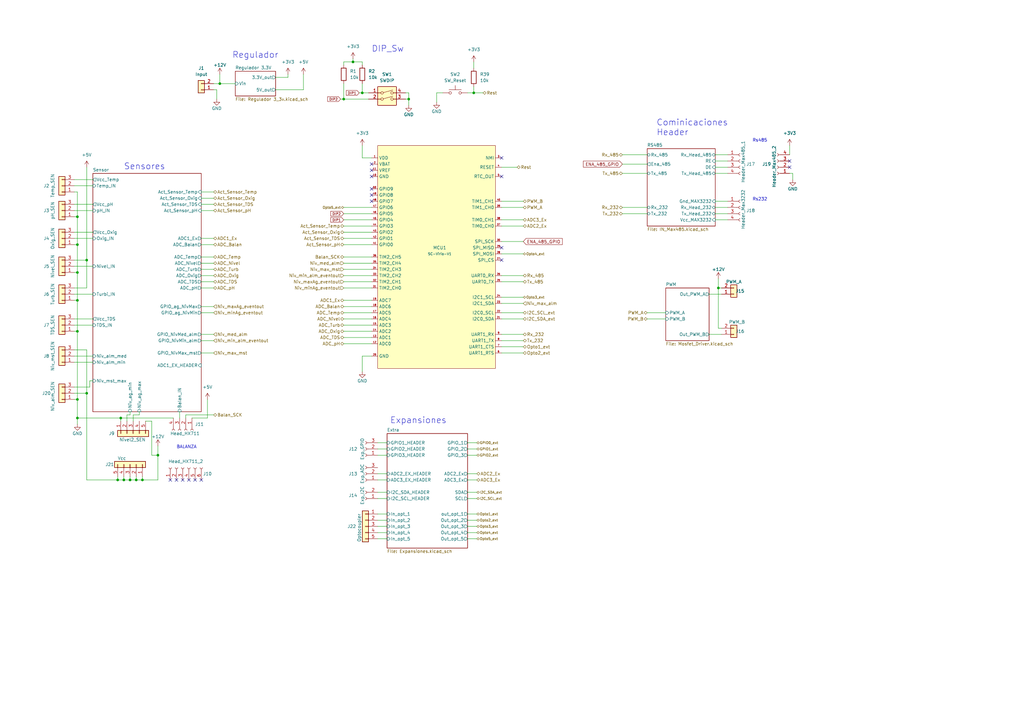
<source format=kicad_sch>
(kicad_sch (version 20211123) (generator eeschema)

  (uuid 41effc8f-40fe-44db-961f-5841943ea733)

  (paper "A3")

  (lib_symbols
    (symbol "Connector:Conn_01x02_Female" (pin_names (offset 1.016) hide) (in_bom yes) (on_board yes)
      (property "Reference" "J" (id 0) (at 0 2.54 0)
        (effects (font (size 1.27 1.27)))
      )
      (property "Value" "Conn_01x02_Female" (id 1) (at 0 -5.08 0)
        (effects (font (size 1.27 1.27)))
      )
      (property "Footprint" "" (id 2) (at 0 0 0)
        (effects (font (size 1.27 1.27)) hide)
      )
      (property "Datasheet" "~" (id 3) (at 0 0 0)
        (effects (font (size 1.27 1.27)) hide)
      )
      (property "ki_keywords" "connector" (id 4) (at 0 0 0)
        (effects (font (size 1.27 1.27)) hide)
      )
      (property "ki_description" "Generic connector, single row, 01x02, script generated (kicad-library-utils/schlib/autogen/connector/)" (id 5) (at 0 0 0)
        (effects (font (size 1.27 1.27)) hide)
      )
      (property "ki_fp_filters" "Connector*:*_1x??_*" (id 6) (at 0 0 0)
        (effects (font (size 1.27 1.27)) hide)
      )
      (symbol "Conn_01x02_Female_1_1"
        (arc (start 0 -2.032) (mid -0.508 -2.54) (end 0 -3.048)
          (stroke (width 0.1524) (type default) (color 0 0 0 0))
          (fill (type none))
        )
        (polyline
          (pts
            (xy -1.27 -2.54)
            (xy -0.508 -2.54)
          )
          (stroke (width 0.1524) (type default) (color 0 0 0 0))
          (fill (type none))
        )
        (polyline
          (pts
            (xy -1.27 0)
            (xy -0.508 0)
          )
          (stroke (width 0.1524) (type default) (color 0 0 0 0))
          (fill (type none))
        )
        (arc (start 0 0.508) (mid -0.508 0) (end 0 -0.508)
          (stroke (width 0.1524) (type default) (color 0 0 0 0))
          (fill (type none))
        )
        (pin passive line (at -5.08 0 0) (length 3.81)
          (name "Pin_1" (effects (font (size 1.27 1.27))))
          (number "1" (effects (font (size 1.27 1.27))))
        )
        (pin passive line (at -5.08 -2.54 0) (length 3.81)
          (name "Pin_2" (effects (font (size 1.27 1.27))))
          (number "2" (effects (font (size 1.27 1.27))))
        )
      )
    )
    (symbol "Connector:Conn_01x03_Female" (pin_names (offset 1.016) hide) (in_bom yes) (on_board yes)
      (property "Reference" "J" (id 0) (at 0 5.08 0)
        (effects (font (size 1.27 1.27)))
      )
      (property "Value" "Conn_01x03_Female" (id 1) (at 0 -5.08 0)
        (effects (font (size 1.27 1.27)))
      )
      (property "Footprint" "" (id 2) (at 0 0 0)
        (effects (font (size 1.27 1.27)) hide)
      )
      (property "Datasheet" "~" (id 3) (at 0 0 0)
        (effects (font (size 1.27 1.27)) hide)
      )
      (property "ki_keywords" "connector" (id 4) (at 0 0 0)
        (effects (font (size 1.27 1.27)) hide)
      )
      (property "ki_description" "Generic connector, single row, 01x03, script generated (kicad-library-utils/schlib/autogen/connector/)" (id 5) (at 0 0 0)
        (effects (font (size 1.27 1.27)) hide)
      )
      (property "ki_fp_filters" "Connector*:*_1x??_*" (id 6) (at 0 0 0)
        (effects (font (size 1.27 1.27)) hide)
      )
      (symbol "Conn_01x03_Female_1_1"
        (arc (start 0 -2.032) (mid -0.508 -2.54) (end 0 -3.048)
          (stroke (width 0.1524) (type default) (color 0 0 0 0))
          (fill (type none))
        )
        (polyline
          (pts
            (xy -1.27 -2.54)
            (xy -0.508 -2.54)
          )
          (stroke (width 0.1524) (type default) (color 0 0 0 0))
          (fill (type none))
        )
        (polyline
          (pts
            (xy -1.27 0)
            (xy -0.508 0)
          )
          (stroke (width 0.1524) (type default) (color 0 0 0 0))
          (fill (type none))
        )
        (polyline
          (pts
            (xy -1.27 2.54)
            (xy -0.508 2.54)
          )
          (stroke (width 0.1524) (type default) (color 0 0 0 0))
          (fill (type none))
        )
        (arc (start 0 0.508) (mid -0.508 0) (end 0 -0.508)
          (stroke (width 0.1524) (type default) (color 0 0 0 0))
          (fill (type none))
        )
        (arc (start 0 3.048) (mid -0.508 2.54) (end 0 2.032)
          (stroke (width 0.1524) (type default) (color 0 0 0 0))
          (fill (type none))
        )
        (pin passive line (at -5.08 2.54 0) (length 3.81)
          (name "Pin_1" (effects (font (size 1.27 1.27))))
          (number "1" (effects (font (size 1.27 1.27))))
        )
        (pin passive line (at -5.08 0 0) (length 3.81)
          (name "Pin_2" (effects (font (size 1.27 1.27))))
          (number "2" (effects (font (size 1.27 1.27))))
        )
        (pin passive line (at -5.08 -2.54 0) (length 3.81)
          (name "Pin_3" (effects (font (size 1.27 1.27))))
          (number "3" (effects (font (size 1.27 1.27))))
        )
      )
    )
    (symbol "Connector:Conn_01x04_Female" (pin_names (offset 1.016) hide) (in_bom yes) (on_board yes)
      (property "Reference" "J" (id 0) (at 0 5.08 0)
        (effects (font (size 1.27 1.27)))
      )
      (property "Value" "Conn_01x04_Female" (id 1) (at 0 -7.62 0)
        (effects (font (size 1.27 1.27)))
      )
      (property "Footprint" "" (id 2) (at 0 0 0)
        (effects (font (size 1.27 1.27)) hide)
      )
      (property "Datasheet" "~" (id 3) (at 0 0 0)
        (effects (font (size 1.27 1.27)) hide)
      )
      (property "ki_keywords" "connector" (id 4) (at 0 0 0)
        (effects (font (size 1.27 1.27)) hide)
      )
      (property "ki_description" "Generic connector, single row, 01x04, script generated (kicad-library-utils/schlib/autogen/connector/)" (id 5) (at 0 0 0)
        (effects (font (size 1.27 1.27)) hide)
      )
      (property "ki_fp_filters" "Connector*:*_1x??_*" (id 6) (at 0 0 0)
        (effects (font (size 1.27 1.27)) hide)
      )
      (symbol "Conn_01x04_Female_1_1"
        (arc (start 0 -4.572) (mid -0.508 -5.08) (end 0 -5.588)
          (stroke (width 0.1524) (type default) (color 0 0 0 0))
          (fill (type none))
        )
        (arc (start 0 -2.032) (mid -0.508 -2.54) (end 0 -3.048)
          (stroke (width 0.1524) (type default) (color 0 0 0 0))
          (fill (type none))
        )
        (polyline
          (pts
            (xy -1.27 -5.08)
            (xy -0.508 -5.08)
          )
          (stroke (width 0.1524) (type default) (color 0 0 0 0))
          (fill (type none))
        )
        (polyline
          (pts
            (xy -1.27 -2.54)
            (xy -0.508 -2.54)
          )
          (stroke (width 0.1524) (type default) (color 0 0 0 0))
          (fill (type none))
        )
        (polyline
          (pts
            (xy -1.27 0)
            (xy -0.508 0)
          )
          (stroke (width 0.1524) (type default) (color 0 0 0 0))
          (fill (type none))
        )
        (polyline
          (pts
            (xy -1.27 2.54)
            (xy -0.508 2.54)
          )
          (stroke (width 0.1524) (type default) (color 0 0 0 0))
          (fill (type none))
        )
        (arc (start 0 0.508) (mid -0.508 0) (end 0 -0.508)
          (stroke (width 0.1524) (type default) (color 0 0 0 0))
          (fill (type none))
        )
        (arc (start 0 3.048) (mid -0.508 2.54) (end 0 2.032)
          (stroke (width 0.1524) (type default) (color 0 0 0 0))
          (fill (type none))
        )
        (pin passive line (at -5.08 2.54 0) (length 3.81)
          (name "Pin_1" (effects (font (size 1.27 1.27))))
          (number "1" (effects (font (size 1.27 1.27))))
        )
        (pin passive line (at -5.08 0 0) (length 3.81)
          (name "Pin_2" (effects (font (size 1.27 1.27))))
          (number "2" (effects (font (size 1.27 1.27))))
        )
        (pin passive line (at -5.08 -2.54 0) (length 3.81)
          (name "Pin_3" (effects (font (size 1.27 1.27))))
          (number "3" (effects (font (size 1.27 1.27))))
        )
        (pin passive line (at -5.08 -5.08 0) (length 3.81)
          (name "Pin_4" (effects (font (size 1.27 1.27))))
          (number "4" (effects (font (size 1.27 1.27))))
        )
      )
    )
    (symbol "Connector:Conn_01x06_Female" (pin_names (offset 1.016) hide) (in_bom yes) (on_board yes)
      (property "Reference" "J" (id 0) (at 0 7.62 0)
        (effects (font (size 1.27 1.27)))
      )
      (property "Value" "Conn_01x06_Female" (id 1) (at 0 -10.16 0)
        (effects (font (size 1.27 1.27)))
      )
      (property "Footprint" "" (id 2) (at 0 0 0)
        (effects (font (size 1.27 1.27)) hide)
      )
      (property "Datasheet" "~" (id 3) (at 0 0 0)
        (effects (font (size 1.27 1.27)) hide)
      )
      (property "ki_keywords" "connector" (id 4) (at 0 0 0)
        (effects (font (size 1.27 1.27)) hide)
      )
      (property "ki_description" "Generic connector, single row, 01x06, script generated (kicad-library-utils/schlib/autogen/connector/)" (id 5) (at 0 0 0)
        (effects (font (size 1.27 1.27)) hide)
      )
      (property "ki_fp_filters" "Connector*:*_1x??_*" (id 6) (at 0 0 0)
        (effects (font (size 1.27 1.27)) hide)
      )
      (symbol "Conn_01x06_Female_1_1"
        (arc (start 0 -7.112) (mid -0.508 -7.62) (end 0 -8.128)
          (stroke (width 0.1524) (type default) (color 0 0 0 0))
          (fill (type none))
        )
        (arc (start 0 -4.572) (mid -0.508 -5.08) (end 0 -5.588)
          (stroke (width 0.1524) (type default) (color 0 0 0 0))
          (fill (type none))
        )
        (arc (start 0 -2.032) (mid -0.508 -2.54) (end 0 -3.048)
          (stroke (width 0.1524) (type default) (color 0 0 0 0))
          (fill (type none))
        )
        (polyline
          (pts
            (xy -1.27 -7.62)
            (xy -0.508 -7.62)
          )
          (stroke (width 0.1524) (type default) (color 0 0 0 0))
          (fill (type none))
        )
        (polyline
          (pts
            (xy -1.27 -5.08)
            (xy -0.508 -5.08)
          )
          (stroke (width 0.1524) (type default) (color 0 0 0 0))
          (fill (type none))
        )
        (polyline
          (pts
            (xy -1.27 -2.54)
            (xy -0.508 -2.54)
          )
          (stroke (width 0.1524) (type default) (color 0 0 0 0))
          (fill (type none))
        )
        (polyline
          (pts
            (xy -1.27 0)
            (xy -0.508 0)
          )
          (stroke (width 0.1524) (type default) (color 0 0 0 0))
          (fill (type none))
        )
        (polyline
          (pts
            (xy -1.27 2.54)
            (xy -0.508 2.54)
          )
          (stroke (width 0.1524) (type default) (color 0 0 0 0))
          (fill (type none))
        )
        (polyline
          (pts
            (xy -1.27 5.08)
            (xy -0.508 5.08)
          )
          (stroke (width 0.1524) (type default) (color 0 0 0 0))
          (fill (type none))
        )
        (arc (start 0 0.508) (mid -0.508 0) (end 0 -0.508)
          (stroke (width 0.1524) (type default) (color 0 0 0 0))
          (fill (type none))
        )
        (arc (start 0 3.048) (mid -0.508 2.54) (end 0 2.032)
          (stroke (width 0.1524) (type default) (color 0 0 0 0))
          (fill (type none))
        )
        (arc (start 0 5.588) (mid -0.508 5.08) (end 0 4.572)
          (stroke (width 0.1524) (type default) (color 0 0 0 0))
          (fill (type none))
        )
        (pin passive line (at -5.08 5.08 0) (length 3.81)
          (name "Pin_1" (effects (font (size 1.27 1.27))))
          (number "1" (effects (font (size 1.27 1.27))))
        )
        (pin passive line (at -5.08 2.54 0) (length 3.81)
          (name "Pin_2" (effects (font (size 1.27 1.27))))
          (number "2" (effects (font (size 1.27 1.27))))
        )
        (pin passive line (at -5.08 0 0) (length 3.81)
          (name "Pin_3" (effects (font (size 1.27 1.27))))
          (number "3" (effects (font (size 1.27 1.27))))
        )
        (pin passive line (at -5.08 -2.54 0) (length 3.81)
          (name "Pin_4" (effects (font (size 1.27 1.27))))
          (number "4" (effects (font (size 1.27 1.27))))
        )
        (pin passive line (at -5.08 -5.08 0) (length 3.81)
          (name "Pin_5" (effects (font (size 1.27 1.27))))
          (number "5" (effects (font (size 1.27 1.27))))
        )
        (pin passive line (at -5.08 -7.62 0) (length 3.81)
          (name "Pin_6" (effects (font (size 1.27 1.27))))
          (number "6" (effects (font (size 1.27 1.27))))
        )
      )
    )
    (symbol "Connector_Generic:Conn_01x02" (pin_names (offset 1.016) hide) (in_bom yes) (on_board yes)
      (property "Reference" "J" (id 0) (at 0 2.54 0)
        (effects (font (size 1.27 1.27)))
      )
      (property "Value" "Conn_01x02" (id 1) (at 0 -5.08 0)
        (effects (font (size 1.27 1.27)))
      )
      (property "Footprint" "" (id 2) (at 0 0 0)
        (effects (font (size 1.27 1.27)) hide)
      )
      (property "Datasheet" "~" (id 3) (at 0 0 0)
        (effects (font (size 1.27 1.27)) hide)
      )
      (property "ki_keywords" "connector" (id 4) (at 0 0 0)
        (effects (font (size 1.27 1.27)) hide)
      )
      (property "ki_description" "Generic connector, single row, 01x02, script generated (kicad-library-utils/schlib/autogen/connector/)" (id 5) (at 0 0 0)
        (effects (font (size 1.27 1.27)) hide)
      )
      (property "ki_fp_filters" "Connector*:*_1x??_*" (id 6) (at 0 0 0)
        (effects (font (size 1.27 1.27)) hide)
      )
      (symbol "Conn_01x02_1_1"
        (rectangle (start -1.27 -2.413) (end 0 -2.667)
          (stroke (width 0.1524) (type default) (color 0 0 0 0))
          (fill (type none))
        )
        (rectangle (start -1.27 0.127) (end 0 -0.127)
          (stroke (width 0.1524) (type default) (color 0 0 0 0))
          (fill (type none))
        )
        (rectangle (start -1.27 1.27) (end 1.27 -3.81)
          (stroke (width 0.254) (type default) (color 0 0 0 0))
          (fill (type background))
        )
        (pin passive line (at -5.08 0 0) (length 3.81)
          (name "Pin_1" (effects (font (size 1.27 1.27))))
          (number "1" (effects (font (size 1.27 1.27))))
        )
        (pin passive line (at -5.08 -2.54 0) (length 3.81)
          (name "Pin_2" (effects (font (size 1.27 1.27))))
          (number "2" (effects (font (size 1.27 1.27))))
        )
      )
    )
    (symbol "Connector_Generic:Conn_01x03" (pin_names (offset 1.016) hide) (in_bom yes) (on_board yes)
      (property "Reference" "J" (id 0) (at 0 5.08 0)
        (effects (font (size 1.27 1.27)))
      )
      (property "Value" "Conn_01x03" (id 1) (at 0 -5.08 0)
        (effects (font (size 1.27 1.27)))
      )
      (property "Footprint" "" (id 2) (at 0 0 0)
        (effects (font (size 1.27 1.27)) hide)
      )
      (property "Datasheet" "~" (id 3) (at 0 0 0)
        (effects (font (size 1.27 1.27)) hide)
      )
      (property "ki_keywords" "connector" (id 4) (at 0 0 0)
        (effects (font (size 1.27 1.27)) hide)
      )
      (property "ki_description" "Generic connector, single row, 01x03, script generated (kicad-library-utils/schlib/autogen/connector/)" (id 5) (at 0 0 0)
        (effects (font (size 1.27 1.27)) hide)
      )
      (property "ki_fp_filters" "Connector*:*_1x??_*" (id 6) (at 0 0 0)
        (effects (font (size 1.27 1.27)) hide)
      )
      (symbol "Conn_01x03_1_1"
        (rectangle (start -1.27 -2.413) (end 0 -2.667)
          (stroke (width 0.1524) (type default) (color 0 0 0 0))
          (fill (type none))
        )
        (rectangle (start -1.27 0.127) (end 0 -0.127)
          (stroke (width 0.1524) (type default) (color 0 0 0 0))
          (fill (type none))
        )
        (rectangle (start -1.27 2.667) (end 0 2.413)
          (stroke (width 0.1524) (type default) (color 0 0 0 0))
          (fill (type none))
        )
        (rectangle (start -1.27 3.81) (end 1.27 -3.81)
          (stroke (width 0.254) (type default) (color 0 0 0 0))
          (fill (type background))
        )
        (pin passive line (at -5.08 2.54 0) (length 3.81)
          (name "Pin_1" (effects (font (size 1.27 1.27))))
          (number "1" (effects (font (size 1.27 1.27))))
        )
        (pin passive line (at -5.08 0 0) (length 3.81)
          (name "Pin_2" (effects (font (size 1.27 1.27))))
          (number "2" (effects (font (size 1.27 1.27))))
        )
        (pin passive line (at -5.08 -2.54 0) (length 3.81)
          (name "Pin_3" (effects (font (size 1.27 1.27))))
          (number "3" (effects (font (size 1.27 1.27))))
        )
      )
    )
    (symbol "Connector_Generic:Conn_01x05" (pin_names (offset 1.016) hide) (in_bom yes) (on_board yes)
      (property "Reference" "J" (id 0) (at 0 7.62 0)
        (effects (font (size 1.27 1.27)))
      )
      (property "Value" "Conn_01x05" (id 1) (at 0 -7.62 0)
        (effects (font (size 1.27 1.27)))
      )
      (property "Footprint" "" (id 2) (at 0 0 0)
        (effects (font (size 1.27 1.27)) hide)
      )
      (property "Datasheet" "~" (id 3) (at 0 0 0)
        (effects (font (size 1.27 1.27)) hide)
      )
      (property "ki_keywords" "connector" (id 4) (at 0 0 0)
        (effects (font (size 1.27 1.27)) hide)
      )
      (property "ki_description" "Generic connector, single row, 01x05, script generated (kicad-library-utils/schlib/autogen/connector/)" (id 5) (at 0 0 0)
        (effects (font (size 1.27 1.27)) hide)
      )
      (property "ki_fp_filters" "Connector*:*_1x??_*" (id 6) (at 0 0 0)
        (effects (font (size 1.27 1.27)) hide)
      )
      (symbol "Conn_01x05_1_1"
        (rectangle (start -1.27 -4.953) (end 0 -5.207)
          (stroke (width 0.1524) (type default) (color 0 0 0 0))
          (fill (type none))
        )
        (rectangle (start -1.27 -2.413) (end 0 -2.667)
          (stroke (width 0.1524) (type default) (color 0 0 0 0))
          (fill (type none))
        )
        (rectangle (start -1.27 0.127) (end 0 -0.127)
          (stroke (width 0.1524) (type default) (color 0 0 0 0))
          (fill (type none))
        )
        (rectangle (start -1.27 2.667) (end 0 2.413)
          (stroke (width 0.1524) (type default) (color 0 0 0 0))
          (fill (type none))
        )
        (rectangle (start -1.27 5.207) (end 0 4.953)
          (stroke (width 0.1524) (type default) (color 0 0 0 0))
          (fill (type none))
        )
        (rectangle (start -1.27 6.35) (end 1.27 -6.35)
          (stroke (width 0.254) (type default) (color 0 0 0 0))
          (fill (type background))
        )
        (pin passive line (at -5.08 5.08 0) (length 3.81)
          (name "Pin_1" (effects (font (size 1.27 1.27))))
          (number "1" (effects (font (size 1.27 1.27))))
        )
        (pin passive line (at -5.08 2.54 0) (length 3.81)
          (name "Pin_2" (effects (font (size 1.27 1.27))))
          (number "2" (effects (font (size 1.27 1.27))))
        )
        (pin passive line (at -5.08 0 0) (length 3.81)
          (name "Pin_3" (effects (font (size 1.27 1.27))))
          (number "3" (effects (font (size 1.27 1.27))))
        )
        (pin passive line (at -5.08 -2.54 0) (length 3.81)
          (name "Pin_4" (effects (font (size 1.27 1.27))))
          (number "4" (effects (font (size 1.27 1.27))))
        )
        (pin passive line (at -5.08 -5.08 0) (length 3.81)
          (name "Pin_5" (effects (font (size 1.27 1.27))))
          (number "5" (effects (font (size 1.27 1.27))))
        )
      )
    )
    (symbol "Device:R" (pin_numbers hide) (pin_names (offset 0)) (in_bom yes) (on_board yes)
      (property "Reference" "R" (id 0) (at 2.032 0 90)
        (effects (font (size 1.27 1.27)))
      )
      (property "Value" "R" (id 1) (at 0 0 90)
        (effects (font (size 1.27 1.27)))
      )
      (property "Footprint" "" (id 2) (at -1.778 0 90)
        (effects (font (size 1.27 1.27)) hide)
      )
      (property "Datasheet" "~" (id 3) (at 0 0 0)
        (effects (font (size 1.27 1.27)) hide)
      )
      (property "ki_keywords" "R res resistor" (id 4) (at 0 0 0)
        (effects (font (size 1.27 1.27)) hide)
      )
      (property "ki_description" "Resistor" (id 5) (at 0 0 0)
        (effects (font (size 1.27 1.27)) hide)
      )
      (property "ki_fp_filters" "R_*" (id 6) (at 0 0 0)
        (effects (font (size 1.27 1.27)) hide)
      )
      (symbol "R_0_1"
        (rectangle (start -1.016 -2.54) (end 1.016 2.54)
          (stroke (width 0.254) (type default) (color 0 0 0 0))
          (fill (type none))
        )
      )
      (symbol "R_1_1"
        (pin passive line (at 0 3.81 270) (length 1.27)
          (name "~" (effects (font (size 1.27 1.27))))
          (number "1" (effects (font (size 1.27 1.27))))
        )
        (pin passive line (at 0 -3.81 90) (length 1.27)
          (name "~" (effects (font (size 1.27 1.27))))
          (number "2" (effects (font (size 1.27 1.27))))
        )
      )
    )
    (symbol "Switch:SW_DIP_x02" (pin_names (offset 0) hide) (in_bom yes) (on_board yes)
      (property "Reference" "SW" (id 0) (at 0 6.35 0)
        (effects (font (size 1.27 1.27)))
      )
      (property "Value" "SW_DIP_x02" (id 1) (at 0 -3.81 0)
        (effects (font (size 1.27 1.27)))
      )
      (property "Footprint" "" (id 2) (at 0 0 0)
        (effects (font (size 1.27 1.27)) hide)
      )
      (property "Datasheet" "~" (id 3) (at 0 0 0)
        (effects (font (size 1.27 1.27)) hide)
      )
      (property "ki_keywords" "dip switch" (id 4) (at 0 0 0)
        (effects (font (size 1.27 1.27)) hide)
      )
      (property "ki_description" "2x DIP Switch, Single Pole Single Throw (SPST) switch, small symbol" (id 5) (at 0 0 0)
        (effects (font (size 1.27 1.27)) hide)
      )
      (property "ki_fp_filters" "SW?DIP?x2*" (id 6) (at 0 0 0)
        (effects (font (size 1.27 1.27)) hide)
      )
      (symbol "SW_DIP_x02_0_0"
        (circle (center -2.032 0) (radius 0.508)
          (stroke (width 0) (type default) (color 0 0 0 0))
          (fill (type none))
        )
        (circle (center -2.032 2.54) (radius 0.508)
          (stroke (width 0) (type default) (color 0 0 0 0))
          (fill (type none))
        )
        (polyline
          (pts
            (xy -1.524 0.127)
            (xy 2.3622 1.1684)
          )
          (stroke (width 0) (type default) (color 0 0 0 0))
          (fill (type none))
        )
        (polyline
          (pts
            (xy -1.524 2.667)
            (xy 2.3622 3.7084)
          )
          (stroke (width 0) (type default) (color 0 0 0 0))
          (fill (type none))
        )
        (circle (center 2.032 0) (radius 0.508)
          (stroke (width 0) (type default) (color 0 0 0 0))
          (fill (type none))
        )
        (circle (center 2.032 2.54) (radius 0.508)
          (stroke (width 0) (type default) (color 0 0 0 0))
          (fill (type none))
        )
      )
      (symbol "SW_DIP_x02_0_1"
        (rectangle (start -3.81 5.08) (end 3.81 -2.54)
          (stroke (width 0.254) (type default) (color 0 0 0 0))
          (fill (type background))
        )
      )
      (symbol "SW_DIP_x02_1_1"
        (pin passive line (at -7.62 2.54 0) (length 5.08)
          (name "~" (effects (font (size 1.27 1.27))))
          (number "1" (effects (font (size 1.27 1.27))))
        )
        (pin passive line (at -7.62 0 0) (length 5.08)
          (name "~" (effects (font (size 1.27 1.27))))
          (number "2" (effects (font (size 1.27 1.27))))
        )
        (pin passive line (at 7.62 0 180) (length 5.08)
          (name "~" (effects (font (size 1.27 1.27))))
          (number "3" (effects (font (size 1.27 1.27))))
        )
        (pin passive line (at 7.62 2.54 180) (length 5.08)
          (name "~" (effects (font (size 1.27 1.27))))
          (number "4" (effects (font (size 1.27 1.27))))
        )
      )
    )
    (symbol "Switch:SW_Push" (pin_numbers hide) (pin_names (offset 1.016) hide) (in_bom yes) (on_board yes)
      (property "Reference" "SW" (id 0) (at 1.27 2.54 0)
        (effects (font (size 1.27 1.27)) (justify left))
      )
      (property "Value" "SW_Push" (id 1) (at 0 -1.524 0)
        (effects (font (size 1.27 1.27)))
      )
      (property "Footprint" "" (id 2) (at 0 5.08 0)
        (effects (font (size 1.27 1.27)) hide)
      )
      (property "Datasheet" "~" (id 3) (at 0 5.08 0)
        (effects (font (size 1.27 1.27)) hide)
      )
      (property "ki_keywords" "switch normally-open pushbutton push-button" (id 4) (at 0 0 0)
        (effects (font (size 1.27 1.27)) hide)
      )
      (property "ki_description" "Push button switch, generic, two pins" (id 5) (at 0 0 0)
        (effects (font (size 1.27 1.27)) hide)
      )
      (symbol "SW_Push_0_1"
        (circle (center -2.032 0) (radius 0.508)
          (stroke (width 0) (type default) (color 0 0 0 0))
          (fill (type none))
        )
        (polyline
          (pts
            (xy 0 1.27)
            (xy 0 3.048)
          )
          (stroke (width 0) (type default) (color 0 0 0 0))
          (fill (type none))
        )
        (polyline
          (pts
            (xy 2.54 1.27)
            (xy -2.54 1.27)
          )
          (stroke (width 0) (type default) (color 0 0 0 0))
          (fill (type none))
        )
        (circle (center 2.032 0) (radius 0.508)
          (stroke (width 0) (type default) (color 0 0 0 0))
          (fill (type none))
        )
        (pin passive line (at -5.08 0 0) (length 2.54)
          (name "1" (effects (font (size 1.27 1.27))))
          (number "1" (effects (font (size 1.27 1.27))))
        )
        (pin passive line (at 5.08 0 180) (length 2.54)
          (name "2" (effects (font (size 1.27 1.27))))
          (number "2" (effects (font (size 1.27 1.27))))
        )
      )
    )
    (symbol "User_Define:SC-Virio-V1" (in_bom yes) (on_board yes)
      (property "Reference" "MCU" (id 0) (at 24.13 -41.91 0)
        (effects (font (size 2.5 2.5)))
      )
      (property "Value" "SC-Virio-V1" (id 1) (at 24.13 -48.26 0)
        (effects (font (size 2 2)))
      )
      (property "Footprint" "" (id 2) (at 27.94 -24.13 0)
        (effects (font (size 1.27 1.27)) hide)
      )
      (property "Datasheet" "" (id 3) (at 27.94 -24.13 0)
        (effects (font (size 1.27 1.27)) hide)
      )
      (symbol "SC-Virio-V1_0_1"
        (rectangle (start 0 0) (end 48.26 -91.44)
          (stroke (width 0) (type default) (color 0 0 0 0))
          (fill (type background))
        )
      )
      (symbol "SC-Virio-V1_1_1"
        (pin power_in line (at -2.54 -5.08 0) (length 2.54)
          (name "VDD" (effects (font (size 1.27 1.27))))
          (number "1" (effects (font (size 0.7 0.7))))
        )
        (pin power_in line (at -2.54 -12.7 0) (length 2.54)
          (name "GND" (effects (font (size 1.27 1.27))))
          (number "10" (effects (font (size 0.7 0.7))))
        )
        (pin power_in line (at -2.54 -10.16 0) (length 2.54)
          (name "VREF" (effects (font (size 1.27 1.27))))
          (number "11" (effects (font (size 0.7 0.7))))
        )
        (pin bidirectional line (at -2.54 -81.28 0) (length 2.54)
          (name "ADC0" (effects (font (size 1.27 1.27))))
          (number "12" (effects (font (size 0.7 0.7))))
        )
        (pin bidirectional line (at -2.54 -78.74 0) (length 2.54)
          (name "ADC1" (effects (font (size 1.27 1.27))))
          (number "13" (effects (font (size 0.7 0.7))))
        )
        (pin bidirectional line (at -2.54 -76.2 0) (length 2.54)
          (name "ADC2" (effects (font (size 1.27 1.27))))
          (number "14" (effects (font (size 0.7 0.7))))
        )
        (pin bidirectional line (at -2.54 -73.66 0) (length 2.54)
          (name "ADC3" (effects (font (size 1.27 1.27))))
          (number "15" (effects (font (size 0.7 0.7))))
        )
        (pin bidirectional line (at -2.54 -71.12 0) (length 2.54)
          (name "ADC4" (effects (font (size 1.27 1.27))))
          (number "16" (effects (font (size 0.7 0.7))))
        )
        (pin bidirectional line (at -2.54 -68.58 0) (length 2.54)
          (name "ADC5" (effects (font (size 1.27 1.27))))
          (number "17" (effects (font (size 0.7 0.7))))
        )
        (pin bidirectional line (at -2.54 -66.04 0) (length 2.54)
          (name "ADC6" (effects (font (size 1.27 1.27))))
          (number "18" (effects (font (size 0.7 0.7))))
        )
        (pin bidirectional line (at -2.54 -63.5 0) (length 2.54)
          (name "ADC7" (effects (font (size 1.27 1.27))))
          (number "19" (effects (font (size 0.7 0.7))))
        )
        (pin power_in line (at -2.54 -7.62 0) (length 2.54)
          (name "VBAT" (effects (font (size 1.27 1.27))))
          (number "2" (effects (font (size 0.7 0.7))))
        )
        (pin power_in line (at -2.54 -86.36 0) (length 2.54)
          (name "GND" (effects (font (size 1.27 1.27))))
          (number "20" (effects (font (size 0.7 0.7))))
        )
        (pin bidirectional line (at 50.8 -71.12 180) (length 2.54)
          (name "I2C0_SDA" (effects (font (size 1.27 1.27))))
          (number "21" (effects (font (size 0.7 0.7))))
        )
        (pin bidirectional line (at 50.8 -68.58 180) (length 2.54)
          (name "I2C0_SCL" (effects (font (size 1.27 1.27))))
          (number "22" (effects (font (size 0.7 0.7))))
        )
        (pin bidirectional line (at 50.8 -64.77 180) (length 2.54)
          (name "I2C1_SDA" (effects (font (size 1.27 1.27))))
          (number "23" (effects (font (size 0.7 0.7))))
        )
        (pin bidirectional line (at 50.8 -62.23 180) (length 2.54)
          (name "I2C1_SCL" (effects (font (size 1.27 1.27))))
          (number "24" (effects (font (size 0.7 0.7))))
        )
        (pin bidirectional line (at 50.8 -55.88 180) (length 2.54)
          (name "UART0_TX" (effects (font (size 1.27 1.27))))
          (number "25" (effects (font (size 0.7 0.7))))
        )
        (pin bidirectional line (at 50.8 -53.34 180) (length 2.54)
          (name "UART0_RX" (effects (font (size 1.27 1.27))))
          (number "26" (effects (font (size 0.7 0.7))))
        )
        (pin bidirectional line (at 50.8 -46.99 180) (length 2.54)
          (name "SPI_CS" (effects (font (size 1.27 1.27))))
          (number "27" (effects (font (size 0.7 0.7))))
        )
        (pin bidirectional line (at 50.8 -44.45 180) (length 2.54)
          (name "SPI_MOSI" (effects (font (size 1.27 1.27))))
          (number "28" (effects (font (size 0.7 0.7))))
        )
        (pin bidirectional line (at 50.8 -41.91 180) (length 2.54)
          (name "SPI_MISO" (effects (font (size 1.27 1.27))))
          (number "29" (effects (font (size 0.7 0.7))))
        )
        (pin input line (at 50.8 -5.08 180) (length 2.54)
          (name "NMI" (effects (font (size 1.27 1.27))))
          (number "3" (effects (font (size 0.7 0.7))))
        )
        (pin bidirectional line (at 50.8 -39.37 180) (length 2.54)
          (name "SPI_SCK" (effects (font (size 1.27 1.27))))
          (number "30" (effects (font (size 0.7 0.7))))
        )
        (pin bidirectional line (at -2.54 -58.42 0) (length 2.54)
          (name "TIM2_CH0" (effects (font (size 1.27 1.27))))
          (number "31" (effects (font (size 0.7 0.7))))
        )
        (pin bidirectional line (at -2.54 -55.88 0) (length 2.54)
          (name "TIM2_CH1" (effects (font (size 1.27 1.27))))
          (number "32" (effects (font (size 0.7 0.7))))
        )
        (pin bidirectional line (at -2.54 -53.34 0) (length 2.54)
          (name "TIM2_CH2" (effects (font (size 1.27 1.27))))
          (number "33" (effects (font (size 0.7 0.7))))
        )
        (pin bidirectional line (at -2.54 -50.8 0) (length 2.54)
          (name "TIM2_CH3" (effects (font (size 1.27 1.27))))
          (number "34" (effects (font (size 0.7 0.7))))
        )
        (pin bidirectional line (at -2.54 -48.26 0) (length 2.54)
          (name "TIM2_CH4" (effects (font (size 1.27 1.27))))
          (number "35" (effects (font (size 0.7 0.7))))
        )
        (pin bidirectional line (at -2.54 -45.72 0) (length 2.54)
          (name "TIM2_CH5" (effects (font (size 1.27 1.27))))
          (number "36" (effects (font (size 0.7 0.7))))
        )
        (pin bidirectional line (at 50.8 -33.02 180) (length 2.54)
          (name "TIM0_CH0" (effects (font (size 1.27 1.27))))
          (number "37" (effects (font (size 0.7 0.7))))
        )
        (pin bidirectional line (at 50.8 -30.48 180) (length 2.54)
          (name "TIM0_CH1" (effects (font (size 1.27 1.27))))
          (number "38" (effects (font (size 0.7 0.7))))
        )
        (pin bidirectional line (at 50.8 -25.4 180) (length 2.54)
          (name "TIM1_CH0" (effects (font (size 1.27 1.27))))
          (number "39" (effects (font (size 0.7 0.7))))
        )
        (pin input line (at 50.8 -8.89 180) (length 2.54)
          (name "RESET" (effects (font (size 1.27 1.27))))
          (number "4" (effects (font (size 0.7 0.7))))
        )
        (pin bidirectional line (at 50.8 -22.86 180) (length 2.54)
          (name "TIM1_CH1" (effects (font (size 1.27 1.27))))
          (number "40" (effects (font (size 0.7 0.7))))
        )
        (pin bidirectional line (at -2.54 -40.64 0) (length 2.54)
          (name "GPIO0" (effects (font (size 1.27 1.27))))
          (number "41" (effects (font (size 0.7 0.7))))
        )
        (pin bidirectional line (at -2.54 -38.1 0) (length 2.54)
          (name "GPIO1" (effects (font (size 1.27 1.27))))
          (number "42" (effects (font (size 0.7 0.7))))
        )
        (pin bidirectional line (at -2.54 -35.56 0) (length 2.54)
          (name "GPIO2" (effects (font (size 1.27 1.27))))
          (number "43" (effects (font (size 0.7 0.7))))
        )
        (pin bidirectional line (at -2.54 -33.02 0) (length 2.54)
          (name "GPIO3" (effects (font (size 1.27 1.27))))
          (number "44" (effects (font (size 0.7 0.7))))
        )
        (pin bidirectional line (at -2.54 -30.48 0) (length 2.54)
          (name "GPIO4" (effects (font (size 1.27 1.27))))
          (number "45" (effects (font (size 0.7 0.7))))
        )
        (pin bidirectional line (at -2.54 -27.94 0) (length 2.54)
          (name "GPIO5" (effects (font (size 1.27 1.27))))
          (number "46" (effects (font (size 0.7 0.7))))
        )
        (pin bidirectional line (at -2.54 -25.4 0) (length 2.54)
          (name "GPIO6" (effects (font (size 1.27 1.27))))
          (number "47" (effects (font (size 0.7 0.7))))
        )
        (pin bidirectional line (at -2.54 -22.86 0) (length 2.54)
          (name "GPIO7" (effects (font (size 1.27 1.27))))
          (number "48" (effects (font (size 0.7 0.7))))
        )
        (pin bidirectional line (at -2.54 -20.32 0) (length 2.54)
          (name "GPIO8" (effects (font (size 1.27 1.27))))
          (number "49" (effects (font (size 0.7 0.7))))
        )
        (pin output line (at 50.8 -12.7 180) (length 2.54)
          (name "RTC_OUT" (effects (font (size 1.27 1.27))))
          (number "5" (effects (font (size 0.7 0.7))))
        )
        (pin bidirectional line (at -2.54 -17.78 0) (length 2.54)
          (name "GPIO9" (effects (font (size 1.27 1.27))))
          (number "50" (effects (font (size 0.7 0.7))))
        )
        (pin bidirectional line (at 50.8 -85.09 180) (length 2.54)
          (name "UART1_RTS" (effects (font (size 1.27 1.27))))
          (number "6" (effects (font (size 0.7 0.7))))
        )
        (pin bidirectional line (at 50.8 -82.55 180) (length 2.54)
          (name "UART1_CTS" (effects (font (size 1.27 1.27))))
          (number "7" (effects (font (size 0.7 0.7))))
        )
        (pin bidirectional line (at 50.8 -80.01 180) (length 2.54)
          (name "UART1_TX" (effects (font (size 1.27 1.27))))
          (number "8" (effects (font (size 0.7 0.7))))
        )
        (pin bidirectional line (at 50.8 -77.47 180) (length 2.54)
          (name "UART1_RX" (effects (font (size 1.27 1.27))))
          (number "9" (effects (font (size 0.7 0.7))))
        )
      )
    )
    (symbol "power:+12V" (power) (pin_names (offset 0)) (in_bom yes) (on_board yes)
      (property "Reference" "#PWR" (id 0) (at 0 -3.81 0)
        (effects (font (size 1.27 1.27)) hide)
      )
      (property "Value" "+12V" (id 1) (at 0 3.556 0)
        (effects (font (size 1.27 1.27)))
      )
      (property "Footprint" "" (id 2) (at 0 0 0)
        (effects (font (size 1.27 1.27)) hide)
      )
      (property "Datasheet" "" (id 3) (at 0 0 0)
        (effects (font (size 1.27 1.27)) hide)
      )
      (property "ki_keywords" "power-flag" (id 4) (at 0 0 0)
        (effects (font (size 1.27 1.27)) hide)
      )
      (property "ki_description" "Power symbol creates a global label with name \"+12V\"" (id 5) (at 0 0 0)
        (effects (font (size 1.27 1.27)) hide)
      )
      (symbol "+12V_0_1"
        (polyline
          (pts
            (xy -0.762 1.27)
            (xy 0 2.54)
          )
          (stroke (width 0) (type default) (color 0 0 0 0))
          (fill (type none))
        )
        (polyline
          (pts
            (xy 0 0)
            (xy 0 2.54)
          )
          (stroke (width 0) (type default) (color 0 0 0 0))
          (fill (type none))
        )
        (polyline
          (pts
            (xy 0 2.54)
            (xy 0.762 1.27)
          )
          (stroke (width 0) (type default) (color 0 0 0 0))
          (fill (type none))
        )
      )
      (symbol "+12V_1_1"
        (pin power_in line (at 0 0 90) (length 0) hide
          (name "+12V" (effects (font (size 1.27 1.27))))
          (number "1" (effects (font (size 1.27 1.27))))
        )
      )
    )
    (symbol "power:+3.3V" (power) (pin_names (offset 0)) (in_bom yes) (on_board yes)
      (property "Reference" "#PWR" (id 0) (at 0 -3.81 0)
        (effects (font (size 1.27 1.27)) hide)
      )
      (property "Value" "+3.3V" (id 1) (at 0 3.556 0)
        (effects (font (size 1.27 1.27)))
      )
      (property "Footprint" "" (id 2) (at 0 0 0)
        (effects (font (size 1.27 1.27)) hide)
      )
      (property "Datasheet" "" (id 3) (at 0 0 0)
        (effects (font (size 1.27 1.27)) hide)
      )
      (property "ki_keywords" "power-flag" (id 4) (at 0 0 0)
        (effects (font (size 1.27 1.27)) hide)
      )
      (property "ki_description" "Power symbol creates a global label with name \"+3.3V\"" (id 5) (at 0 0 0)
        (effects (font (size 1.27 1.27)) hide)
      )
      (symbol "+3.3V_0_1"
        (polyline
          (pts
            (xy -0.762 1.27)
            (xy 0 2.54)
          )
          (stroke (width 0) (type default) (color 0 0 0 0))
          (fill (type none))
        )
        (polyline
          (pts
            (xy 0 0)
            (xy 0 2.54)
          )
          (stroke (width 0) (type default) (color 0 0 0 0))
          (fill (type none))
        )
        (polyline
          (pts
            (xy 0 2.54)
            (xy 0.762 1.27)
          )
          (stroke (width 0) (type default) (color 0 0 0 0))
          (fill (type none))
        )
      )
      (symbol "+3.3V_1_1"
        (pin power_in line (at 0 0 90) (length 0) hide
          (name "+3V3" (effects (font (size 1.27 1.27))))
          (number "1" (effects (font (size 1.27 1.27))))
        )
      )
    )
    (symbol "power:+5V" (power) (pin_names (offset 0)) (in_bom yes) (on_board yes)
      (property "Reference" "#PWR" (id 0) (at 0 -3.81 0)
        (effects (font (size 1.27 1.27)) hide)
      )
      (property "Value" "+5V" (id 1) (at 0 3.556 0)
        (effects (font (size 1.27 1.27)))
      )
      (property "Footprint" "" (id 2) (at 0 0 0)
        (effects (font (size 1.27 1.27)) hide)
      )
      (property "Datasheet" "" (id 3) (at 0 0 0)
        (effects (font (size 1.27 1.27)) hide)
      )
      (property "ki_keywords" "power-flag" (id 4) (at 0 0 0)
        (effects (font (size 1.27 1.27)) hide)
      )
      (property "ki_description" "Power symbol creates a global label with name \"+5V\"" (id 5) (at 0 0 0)
        (effects (font (size 1.27 1.27)) hide)
      )
      (symbol "+5V_0_1"
        (polyline
          (pts
            (xy -0.762 1.27)
            (xy 0 2.54)
          )
          (stroke (width 0) (type default) (color 0 0 0 0))
          (fill (type none))
        )
        (polyline
          (pts
            (xy 0 0)
            (xy 0 2.54)
          )
          (stroke (width 0) (type default) (color 0 0 0 0))
          (fill (type none))
        )
        (polyline
          (pts
            (xy 0 2.54)
            (xy 0.762 1.27)
          )
          (stroke (width 0) (type default) (color 0 0 0 0))
          (fill (type none))
        )
      )
      (symbol "+5V_1_1"
        (pin power_in line (at 0 0 90) (length 0) hide
          (name "+5V" (effects (font (size 1.27 1.27))))
          (number "1" (effects (font (size 1.27 1.27))))
        )
      )
    )
    (symbol "power:GND" (power) (pin_names (offset 0)) (in_bom yes) (on_board yes)
      (property "Reference" "#PWR" (id 0) (at 0 -6.35 0)
        (effects (font (size 1.27 1.27)) hide)
      )
      (property "Value" "GND" (id 1) (at 0 -3.81 0)
        (effects (font (size 1.27 1.27)))
      )
      (property "Footprint" "" (id 2) (at 0 0 0)
        (effects (font (size 1.27 1.27)) hide)
      )
      (property "Datasheet" "" (id 3) (at 0 0 0)
        (effects (font (size 1.27 1.27)) hide)
      )
      (property "ki_keywords" "power-flag" (id 4) (at 0 0 0)
        (effects (font (size 1.27 1.27)) hide)
      )
      (property "ki_description" "Power symbol creates a global label with name \"GND\" , ground" (id 5) (at 0 0 0)
        (effects (font (size 1.27 1.27)) hide)
      )
      (symbol "GND_0_1"
        (polyline
          (pts
            (xy 0 0)
            (xy 0 -1.27)
            (xy 1.27 -1.27)
            (xy 0 -2.54)
            (xy -1.27 -1.27)
            (xy 0 -1.27)
          )
          (stroke (width 0) (type default) (color 0 0 0 0))
          (fill (type none))
        )
      )
      (symbol "GND_1_1"
        (pin power_in line (at 0 0 270) (length 0) hide
          (name "GND" (effects (font (size 1.27 1.27))))
          (number "1" (effects (font (size 1.27 1.27))))
        )
      )
    )
  )

  (junction (at 58.42 196.85) (diameter 0) (color 0 0 0 0)
    (uuid 018538f9-ff91-4fa1-b492-07dd334cd569)
  )
  (junction (at 31.75 111.76) (diameter 0) (color 0 0 0 0)
    (uuid 0a1b9346-5f8f-4729-bc02-46d07714978c)
  )
  (junction (at 144.78 25.4) (diameter 0) (color 0 0 0 0)
    (uuid 1c68986b-a025-4591-9db8-424ae6eeda67)
  )
  (junction (at 55.88 196.85) (diameter 0) (color 0 0 0 0)
    (uuid 35169938-375b-4d9d-bb2f-409e421ab894)
  )
  (junction (at 50.8 196.85) (diameter 0) (color 0 0 0 0)
    (uuid 39929f75-9768-46a6-bbee-b4eff195a366)
  )
  (junction (at 31.75 88.9) (diameter 0) (color 0 0 0 0)
    (uuid 4382a961-ca35-4bcc-9146-8414a38fedf0)
  )
  (junction (at 53.34 196.85) (diameter 0) (color 0 0 0 0)
    (uuid 4975350e-7d79-4033-b6b4-54418d0d0a7c)
  )
  (junction (at 31.75 171.45) (diameter 0) (color 0 0 0 0)
    (uuid 4d95baef-ea05-4cdb-a689-4bfb0767b4a5)
  )
  (junction (at 148.59 38.1) (diameter 0) (color 0 0 0 0)
    (uuid 6286bc41-e46a-45fb-ae91-259f57033890)
  )
  (junction (at 294.64 118.11) (diameter 0) (color 0 0 0 0)
    (uuid 72115a64-d1ea-4494-b276-867dfbc7760c)
  )
  (junction (at 167.64 40.64) (diameter 0) (color 0 0 0 0)
    (uuid 762d5df7-31f0-4598-87ac-38cdee2b49ae)
  )
  (junction (at 64.77 186.69) (diameter 0) (color 0 0 0 0)
    (uuid 7ef966d4-10e7-4d65-ba73-317189527cdf)
  )
  (junction (at 31.75 123.19) (diameter 0) (color 0 0 0 0)
    (uuid 80301420-340d-43f0-96ed-393148c86020)
  )
  (junction (at 194.31 38.1) (diameter 0) (color 0 0 0 0)
    (uuid 8ca65011-229b-422e-9a05-c26129291b9d)
  )
  (junction (at 35.56 106.68) (diameter 0) (color 0 0 0 0)
    (uuid 95003700-c4d9-46b3-9f53-168c486dabee)
  )
  (junction (at 90.17 34.29) (diameter 0) (color 0 0 0 0)
    (uuid a7dc460b-a1fa-4f7b-8810-1ed047d5bfa3)
  )
  (junction (at 140.97 40.64) (diameter 0) (color 0 0 0 0)
    (uuid c0989f4b-0131-4df4-aadf-ce7380664f6d)
  )
  (junction (at 49.53 171.45) (diameter 0) (color 0 0 0 0)
    (uuid c2ee2832-7c0b-4671-82ef-edceb8a530f8)
  )
  (junction (at 31.75 100.33) (diameter 0) (color 0 0 0 0)
    (uuid cd9b4337-14c8-40f1-800b-c6163a2635a5)
  )
  (junction (at 31.75 135.89) (diameter 0) (color 0 0 0 0)
    (uuid d04b01d3-aa31-4de9-8970-e88000af0ba7)
  )
  (junction (at 31.75 163.83) (diameter 0) (color 0 0 0 0)
    (uuid d3b4040b-ec34-4a13-98c7-999b12138a27)
  )
  (junction (at 48.26 196.85) (diameter 0) (color 0 0 0 0)
    (uuid e2ae5e4a-9dbf-4f6e-bbd4-3fe37cd77cb2)
  )
  (junction (at 35.56 161.29) (diameter 0) (color 0 0 0 0)
    (uuid f29d1d4e-7a6c-4e61-a77d-73157395059f)
  )

  (no_connect (at 74.93 196.85) (uuid 0f9053ea-ab97-49b7-bebc-411a3b43225b))
  (no_connect (at 77.47 196.85) (uuid 0f9053ea-ab97-49b7-bebc-411a3b43225c))
  (no_connect (at 80.01 196.85) (uuid 0f9053ea-ab97-49b7-bebc-411a3b43225d))
  (no_connect (at 82.55 196.85) (uuid 0f9053ea-ab97-49b7-bebc-411a3b43225e))
  (no_connect (at 72.39 196.85) (uuid 0f9053ea-ab97-49b7-bebc-411a3b43225f))
  (no_connect (at 69.85 196.85) (uuid 0f9053ea-ab97-49b7-bebc-411a3b432260))
  (no_connect (at 152.4 80.01) (uuid 1a82e4ef-1402-4bc7-9022-f5015c41962c))
  (no_connect (at 152.4 82.55) (uuid 1a82e4ef-1402-4bc7-9022-f5015c41962d))
  (no_connect (at 152.4 72.39) (uuid 3c612445-6e2a-425c-a322-f3e93501ef12))
  (no_connect (at 152.4 69.85) (uuid 3c612445-6e2a-425c-a322-f3e93501ef13))
  (no_connect (at 205.74 64.77) (uuid 3c612445-6e2a-425c-a322-f3e93501ef14))
  (no_connect (at 205.74 72.39) (uuid 4561c380-90f8-462a-90f7-884e4e52fbdc))
  (no_connect (at 152.4 67.31) (uuid a31cc396-e43e-4a8c-a974-76f01516fab4))
  (no_connect (at 323.85 66.04) (uuid b4b7aa26-aa80-4783-a433-10b6cb195863))
  (no_connect (at 323.85 68.58) (uuid b4b7aa26-aa80-4783-a433-10b6cb195864))
  (no_connect (at 205.74 101.6) (uuid db0236ec-0303-417e-ab95-55c92815014d))
  (no_connect (at 205.74 106.68) (uuid db0236ec-0303-417e-ab95-55c92815014e))
  (no_connect (at 152.4 77.47) (uuid e92180ad-fa5c-4169-b601-230b8dd9035e))

  (wire (pts (xy 52.07 172.72) (xy 52.07 170.18))
    (stroke (width 0) (type default) (color 0 0 0 0))
    (uuid 00b04cc2-94b3-4c05-aee6-d3fd055c9a23)
  )
  (wire (pts (xy 31.75 171.45) (xy 31.75 173.99))
    (stroke (width 0) (type default) (color 0 0 0 0))
    (uuid 01c61f42-082a-4687-9eb8-348c067a3ca0)
  )
  (wire (pts (xy 82.55 113.03) (xy 87.63 113.03))
    (stroke (width 0) (type default) (color 0 0 0 0))
    (uuid 02fbca16-aa00-4fcf-99e7-d1a7c6f07019)
  )
  (wire (pts (xy 55.88 195.58) (xy 55.88 196.85))
    (stroke (width 0) (type default) (color 0 0 0 0))
    (uuid 034a4add-54fc-4bc9-9b62-d98eda6833dd)
  )
  (wire (pts (xy 82.55 128.27) (xy 87.63 128.27))
    (stroke (width 0) (type default) (color 0 0 0 0))
    (uuid 043d11db-3ae5-498f-9633-65c960347c1d)
  )
  (wire (pts (xy 30.48 95.25) (xy 38.1 95.25))
    (stroke (width 0) (type default) (color 0 0 0 0))
    (uuid 074cf0fa-8393-4339-a1f3-630370552d31)
  )
  (wire (pts (xy 255.27 85.09) (xy 265.43 85.09))
    (stroke (width 0) (type default) (color 0 0 0 0))
    (uuid 08820483-9adb-4f35-9c02-062cea8fda70)
  )
  (wire (pts (xy 154.94 184.15) (xy 158.75 184.15))
    (stroke (width 0) (type default) (color 0 0 0 0))
    (uuid 0b6e04db-28e6-4577-a238-d6c92ab3534c)
  )
  (wire (pts (xy 148.59 146.05) (xy 148.59 152.4))
    (stroke (width 0) (type default) (color 0 0 0 0))
    (uuid 0c013619-5d42-47bb-bfbc-5de6934138ec)
  )
  (wire (pts (xy 167.64 40.64) (xy 167.64 43.18))
    (stroke (width 0) (type default) (color 0 0 0 0))
    (uuid 0c8e0707-ba34-4a3c-bea0-5dd1bfd13e12)
  )
  (wire (pts (xy 205.74 121.92) (xy 214.63 121.92))
    (stroke (width 0) (type default) (color 0 0 0 0))
    (uuid 0d6144ff-0be3-472e-acb0-10b08e0108ac)
  )
  (wire (pts (xy 30.48 100.33) (xy 31.75 100.33))
    (stroke (width 0) (type default) (color 0 0 0 0))
    (uuid 0fce834f-c967-4696-9c31-654fd15e0fb9)
  )
  (wire (pts (xy 82.55 100.33) (xy 87.63 100.33))
    (stroke (width 0) (type default) (color 0 0 0 0))
    (uuid 14458f07-8250-4f9b-844c-181fa20afd91)
  )
  (wire (pts (xy 30.48 88.9) (xy 31.75 88.9))
    (stroke (width 0) (type default) (color 0 0 0 0))
    (uuid 14af324b-6642-4a59-b48c-808462866de9)
  )
  (wire (pts (xy 35.56 161.29) (xy 35.56 196.85))
    (stroke (width 0) (type default) (color 0 0 0 0))
    (uuid 159670de-7144-424a-8907-5505533b7304)
  )
  (wire (pts (xy 85.09 163.83) (xy 85.09 171.45))
    (stroke (width 0) (type default) (color 0 0 0 0))
    (uuid 15d624c2-aa50-4c63-b199-84838d37d8bf)
  )
  (wire (pts (xy 205.74 115.57) (xy 214.63 115.57))
    (stroke (width 0) (type default) (color 0 0 0 0))
    (uuid 189d1286-3f73-4ad8-9c18-c6622e4681f0)
  )
  (wire (pts (xy 191.77 181.61) (xy 195.58 181.61))
    (stroke (width 0) (type default) (color 0 0 0 0))
    (uuid 18f6c6b1-8ae6-4588-82ea-fad02d3d473f)
  )
  (wire (pts (xy 53.34 170.18) (xy 53.34 168.91))
    (stroke (width 0) (type default) (color 0 0 0 0))
    (uuid 193ab97d-96de-4450-bb7b-f0415e7dedb5)
  )
  (wire (pts (xy 124.46 30.48) (xy 124.46 36.83))
    (stroke (width 0) (type default) (color 0 0 0 0))
    (uuid 1a788c4a-719e-4816-933e-d2a66fa21d13)
  )
  (wire (pts (xy 191.77 218.44) (xy 195.58 218.44))
    (stroke (width 0) (type default) (color 0 0 0 0))
    (uuid 228224d4-6da2-4ebf-ab4e-89403bab3388)
  )
  (wire (pts (xy 48.26 195.58) (xy 48.26 196.85))
    (stroke (width 0) (type default) (color 0 0 0 0))
    (uuid 255952f1-8f31-4543-8e82-8ba9961b9683)
  )
  (wire (pts (xy 255.27 67.31) (xy 265.43 67.31))
    (stroke (width 0) (type default) (color 0 0 0 0))
    (uuid 26788c2c-de9c-453b-a476-e809c5cb2cbb)
  )
  (wire (pts (xy 82.55 83.82) (xy 87.63 83.82))
    (stroke (width 0) (type default) (color 0 0 0 0))
    (uuid 27383690-4881-47dc-87ae-ada719a97e03)
  )
  (wire (pts (xy 140.97 140.97) (xy 152.4 140.97))
    (stroke (width 0) (type default) (color 0 0 0 0))
    (uuid 27cae9bd-05d4-4d94-8c8d-ff50a1694fd3)
  )
  (wire (pts (xy 205.74 142.24) (xy 214.63 142.24))
    (stroke (width 0) (type default) (color 0 0 0 0))
    (uuid 27f893ce-146b-447d-b205-f3b36bf115e3)
  )
  (wire (pts (xy 31.75 88.9) (xy 31.75 100.33))
    (stroke (width 0) (type default) (color 0 0 0 0))
    (uuid 28a6fa05-8470-4254-a0c1-92a29505ff74)
  )
  (wire (pts (xy 295.91 134.62) (xy 294.64 134.62))
    (stroke (width 0) (type default) (color 0 0 0 0))
    (uuid 2de47a7f-73ea-488c-9c64-66b06f77650b)
  )
  (wire (pts (xy 113.03 31.75) (xy 118.11 31.75))
    (stroke (width 0) (type default) (color 0 0 0 0))
    (uuid 303923d3-fe5b-40a2-876e-9756547a02ba)
  )
  (wire (pts (xy 82.55 139.7) (xy 87.63 139.7))
    (stroke (width 0) (type default) (color 0 0 0 0))
    (uuid 309afe23-356f-4fd5-9f73-75c48ed352bf)
  )
  (wire (pts (xy 82.55 144.78) (xy 87.63 144.78))
    (stroke (width 0) (type default) (color 0 0 0 0))
    (uuid 33958dbf-50a4-4e61-a7b6-d05b078931bd)
  )
  (wire (pts (xy 54.61 172.72) (xy 54.61 170.18))
    (stroke (width 0) (type default) (color 0 0 0 0))
    (uuid 33be3b33-123c-406f-839f-c988582b128e)
  )
  (wire (pts (xy 140.97 25.4) (xy 144.78 25.4))
    (stroke (width 0) (type default) (color 0 0 0 0))
    (uuid 36e72269-a091-4bc3-aa9b-22a3700a5d28)
  )
  (wire (pts (xy 73.66 168.91) (xy 73.66 171.45))
    (stroke (width 0) (type default) (color 0 0 0 0))
    (uuid 399bba68-f7b1-43ec-8f44-0f3b34e60331)
  )
  (wire (pts (xy 293.37 87.63) (xy 298.45 87.63))
    (stroke (width 0) (type default) (color 0 0 0 0))
    (uuid 3a6fe04e-a8d0-4a87-8b97-6fb8bb26bf47)
  )
  (wire (pts (xy 64.77 182.88) (xy 64.77 186.69))
    (stroke (width 0) (type default) (color 0 0 0 0))
    (uuid 3adbe146-3c22-4dc7-a2bf-9177b819efd9)
  )
  (wire (pts (xy 154.94 210.82) (xy 158.75 210.82))
    (stroke (width 0) (type default) (color 0 0 0 0))
    (uuid 3b111ad8-b72f-429d-9bda-58eebf42196a)
  )
  (wire (pts (xy 265.43 130.81) (xy 273.05 130.81))
    (stroke (width 0) (type default) (color 0 0 0 0))
    (uuid 3d836dc5-e1c8-49c8-bc49-0283f7e26c75)
  )
  (wire (pts (xy 154.94 186.69) (xy 158.75 186.69))
    (stroke (width 0) (type default) (color 0 0 0 0))
    (uuid 3f17d5d1-4f00-4632-87fe-d66cb6e013b3)
  )
  (wire (pts (xy 30.48 118.11) (xy 35.56 118.11))
    (stroke (width 0) (type default) (color 0 0 0 0))
    (uuid 3f7b8607-3b09-497c-84ff-36f1f23e79c7)
  )
  (wire (pts (xy 31.75 123.19) (xy 31.75 135.89))
    (stroke (width 0) (type default) (color 0 0 0 0))
    (uuid 400e62d5-3bba-4030-a5a9-439ad91e9e2d)
  )
  (wire (pts (xy 179.07 38.1) (xy 179.07 41.91))
    (stroke (width 0) (type default) (color 0 0 0 0))
    (uuid 40121670-d3d0-43be-b203-f6a7049f293b)
  )
  (wire (pts (xy 147.32 38.1) (xy 148.59 38.1))
    (stroke (width 0) (type default) (color 0 0 0 0))
    (uuid 40d7c489-c1bd-489f-956d-e9f673f31cc6)
  )
  (wire (pts (xy 82.55 86.36) (xy 87.63 86.36))
    (stroke (width 0) (type default) (color 0 0 0 0))
    (uuid 40df0e81-9b6d-4d58-a9ef-54b9b7cd71a0)
  )
  (wire (pts (xy 30.48 109.22) (xy 38.1 109.22))
    (stroke (width 0) (type default) (color 0 0 0 0))
    (uuid 40f1c60e-5ad2-407d-8626-cdc36b1b5943)
  )
  (wire (pts (xy 140.97 85.09) (xy 152.4 85.09))
    (stroke (width 0) (type default) (color 0 0 0 0))
    (uuid 4202b853-f4b3-4283-ae7b-15069f01d186)
  )
  (wire (pts (xy 140.97 26.67) (xy 140.97 25.4))
    (stroke (width 0) (type default) (color 0 0 0 0))
    (uuid 4434c2d4-1231-4c63-ae4b-aafacd152936)
  )
  (wire (pts (xy 82.55 118.11) (xy 87.63 118.11))
    (stroke (width 0) (type default) (color 0 0 0 0))
    (uuid 445f2f4a-b8da-4bfa-bc51-b5114fe7371e)
  )
  (wire (pts (xy 58.42 196.85) (xy 64.77 196.85))
    (stroke (width 0) (type default) (color 0 0 0 0))
    (uuid 446a0f16-5615-4016-af3f-afa49da93eeb)
  )
  (wire (pts (xy 293.37 71.12) (xy 298.45 71.12))
    (stroke (width 0) (type default) (color 0 0 0 0))
    (uuid 44724904-f3d1-4809-89f2-8d2fd9add02f)
  )
  (wire (pts (xy 205.74 137.16) (xy 214.63 137.16))
    (stroke (width 0) (type default) (color 0 0 0 0))
    (uuid 45634f6d-b81a-4642-9075-5c001991081b)
  )
  (wire (pts (xy 54.61 170.18) (xy 57.15 170.18))
    (stroke (width 0) (type default) (color 0 0 0 0))
    (uuid 45a0bdc4-5d65-4368-9bda-8985dfd732d0)
  )
  (wire (pts (xy 31.75 135.89) (xy 31.75 163.83))
    (stroke (width 0) (type default) (color 0 0 0 0))
    (uuid 479764f3-7926-4e3b-9b13-80fd0e92fdb7)
  )
  (wire (pts (xy 194.31 25.4) (xy 194.31 27.94))
    (stroke (width 0) (type default) (color 0 0 0 0))
    (uuid 48da26ab-7b4b-4255-8d7c-b70af2594878)
  )
  (wire (pts (xy 205.74 104.14) (xy 214.63 104.14))
    (stroke (width 0) (type default) (color 0 0 0 0))
    (uuid 49463f51-f5ba-4ae9-92c2-02231b9d7840)
  )
  (wire (pts (xy 191.77 201.93) (xy 195.58 201.93))
    (stroke (width 0) (type default) (color 0 0 0 0))
    (uuid 49a63fc6-8f2a-49c1-8bd0-cc65906ba563)
  )
  (wire (pts (xy 154.94 196.85) (xy 158.75 196.85))
    (stroke (width 0) (type default) (color 0 0 0 0))
    (uuid 4cc0b321-7511-40e8-b4ae-c7b03866989a)
  )
  (wire (pts (xy 50.8 196.85) (xy 53.34 196.85))
    (stroke (width 0) (type default) (color 0 0 0 0))
    (uuid 4d1bcc6c-9507-4ee5-8c80-22085cbb27d0)
  )
  (wire (pts (xy 191.77 215.9) (xy 195.58 215.9))
    (stroke (width 0) (type default) (color 0 0 0 0))
    (uuid 4d3711cc-7813-49c6-aa89-045bb3374f2a)
  )
  (wire (pts (xy 290.83 120.65) (xy 295.91 120.65))
    (stroke (width 0) (type default) (color 0 0 0 0))
    (uuid 4e89d6bf-9cca-4f4b-b7f3-384938daf878)
  )
  (wire (pts (xy 323.85 59.69) (xy 323.85 63.5))
    (stroke (width 0) (type default) (color 0 0 0 0))
    (uuid 4fef39fc-9426-4a5f-b633-569f043e748e)
  )
  (wire (pts (xy 76.2 170.18) (xy 87.63 170.18))
    (stroke (width 0) (type default) (color 0 0 0 0))
    (uuid 50484662-9472-4630-9142-804ad6bece01)
  )
  (wire (pts (xy 140.97 138.43) (xy 152.4 138.43))
    (stroke (width 0) (type default) (color 0 0 0 0))
    (uuid 53ef12ca-68fe-481f-8a86-4d4cf8a1692f)
  )
  (wire (pts (xy 293.37 63.5) (xy 298.45 63.5))
    (stroke (width 0) (type default) (color 0 0 0 0))
    (uuid 59ad468f-363c-4587-8bf2-99f4f1f4c8d3)
  )
  (wire (pts (xy 144.78 24.13) (xy 144.78 25.4))
    (stroke (width 0) (type default) (color 0 0 0 0))
    (uuid 5ab1c08e-8260-4622-9941-45662fffdf24)
  )
  (wire (pts (xy 205.74 85.09) (xy 214.63 85.09))
    (stroke (width 0) (type default) (color 0 0 0 0))
    (uuid 5c3887e0-7b37-4959-90e8-c298e191a109)
  )
  (wire (pts (xy 205.74 82.55) (xy 214.63 82.55))
    (stroke (width 0) (type default) (color 0 0 0 0))
    (uuid 5f383151-256f-4b2e-a03e-587c085c2a08)
  )
  (wire (pts (xy 35.56 196.85) (xy 48.26 196.85))
    (stroke (width 0) (type default) (color 0 0 0 0))
    (uuid 636a7d3c-5d7a-4f5a-908e-3dd18e6a9ddb)
  )
  (wire (pts (xy 50.8 195.58) (xy 50.8 196.85))
    (stroke (width 0) (type default) (color 0 0 0 0))
    (uuid 648fe80d-9cea-4305-81a4-679f2905614f)
  )
  (wire (pts (xy 87.63 34.29) (xy 90.17 34.29))
    (stroke (width 0) (type default) (color 0 0 0 0))
    (uuid 652d6f35-5cd9-4694-b92d-15ae677b3066)
  )
  (wire (pts (xy 191.77 204.47) (xy 195.58 204.47))
    (stroke (width 0) (type default) (color 0 0 0 0))
    (uuid 65312090-952b-4880-9191-40b9c65b11a0)
  )
  (wire (pts (xy 144.78 25.4) (xy 148.59 25.4))
    (stroke (width 0) (type default) (color 0 0 0 0))
    (uuid 6864e267-c69c-48a2-9d00-7f050aa437f6)
  )
  (wire (pts (xy 255.27 63.5) (xy 265.43 63.5))
    (stroke (width 0) (type default) (color 0 0 0 0))
    (uuid 68c98df0-746d-4bf1-a3b6-82b5fa07ff3e)
  )
  (wire (pts (xy 49.53 171.45) (xy 49.53 172.72))
    (stroke (width 0) (type default) (color 0 0 0 0))
    (uuid 6a9d392a-fdac-4f1a-8544-8db6a35a1dd5)
  )
  (wire (pts (xy 290.83 137.16) (xy 295.91 137.16))
    (stroke (width 0) (type default) (color 0 0 0 0))
    (uuid 6be859c4-59cd-4905-9dcb-906c1a8a56a7)
  )
  (wire (pts (xy 30.48 97.79) (xy 38.1 97.79))
    (stroke (width 0) (type default) (color 0 0 0 0))
    (uuid 6beb2e44-9271-494f-a89c-9ee4792fd107)
  )
  (wire (pts (xy 140.97 107.95) (xy 152.4 107.95))
    (stroke (width 0) (type default) (color 0 0 0 0))
    (uuid 6cfb385c-aa0f-46aa-a149-80f62f126701)
  )
  (wire (pts (xy 30.48 83.82) (xy 38.1 83.82))
    (stroke (width 0) (type default) (color 0 0 0 0))
    (uuid 6f6348d3-a914-424a-826e-a2266ed2abb5)
  )
  (wire (pts (xy 30.48 130.81) (xy 38.1 130.81))
    (stroke (width 0) (type default) (color 0 0 0 0))
    (uuid 72051858-cd91-4d46-baa2-043d5e3abf67)
  )
  (wire (pts (xy 82.55 137.16) (xy 87.63 137.16))
    (stroke (width 0) (type default) (color 0 0 0 0))
    (uuid 73b1c087-b917-452f-909c-f2c8f6565453)
  )
  (wire (pts (xy 140.97 135.89) (xy 152.4 135.89))
    (stroke (width 0) (type default) (color 0 0 0 0))
    (uuid 762b66a7-0926-4988-a2b9-93024ac07cb2)
  )
  (wire (pts (xy 30.48 158.75) (xy 36.83 158.75))
    (stroke (width 0) (type default) (color 0 0 0 0))
    (uuid 76ff70a9-d47f-4b23-a0fb-81dc834f9605)
  )
  (wire (pts (xy 49.53 171.45) (xy 71.12 171.45))
    (stroke (width 0) (type default) (color 0 0 0 0))
    (uuid 771efc48-330b-4d4b-b1be-05f22425765a)
  )
  (wire (pts (xy 255.27 71.12) (xy 265.43 71.12))
    (stroke (width 0) (type default) (color 0 0 0 0))
    (uuid 7720c671-15d7-4dc8-a42d-83717cc92eb6)
  )
  (wire (pts (xy 76.2 170.18) (xy 76.2 171.45))
    (stroke (width 0) (type default) (color 0 0 0 0))
    (uuid 78252b51-6112-4eab-abba-40e9e5e90bb3)
  )
  (wire (pts (xy 154.94 194.31) (xy 158.75 194.31))
    (stroke (width 0) (type default) (color 0 0 0 0))
    (uuid 7ad61763-7687-49f7-807d-b9c961483edc)
  )
  (wire (pts (xy 30.48 146.05) (xy 38.1 146.05))
    (stroke (width 0) (type default) (color 0 0 0 0))
    (uuid 7c042470-5fa4-4515-91b4-b9c59ac2a498)
  )
  (wire (pts (xy 166.37 38.1) (xy 167.64 38.1))
    (stroke (width 0) (type default) (color 0 0 0 0))
    (uuid 7c2142d6-faf2-4747-9b48-cdf7fac25ad8)
  )
  (wire (pts (xy 148.59 59.69) (xy 148.59 64.77))
    (stroke (width 0) (type default) (color 0 0 0 0))
    (uuid 7e08da34-266f-44d9-9af0-cd981f1d5724)
  )
  (wire (pts (xy 35.56 118.11) (xy 35.56 106.68))
    (stroke (width 0) (type default) (color 0 0 0 0))
    (uuid 7ece2be9-029b-4c57-b39f-e04ef37e4e1a)
  )
  (wire (pts (xy 293.37 85.09) (xy 298.45 85.09))
    (stroke (width 0) (type default) (color 0 0 0 0))
    (uuid 7eee94ab-a41d-49db-a4f2-6df5b5d45979)
  )
  (wire (pts (xy 191.77 213.36) (xy 195.58 213.36))
    (stroke (width 0) (type default) (color 0 0 0 0))
    (uuid 7f4a42f4-ab6b-48e2-a5d9-255c53117b10)
  )
  (wire (pts (xy 140.97 87.63) (xy 152.4 87.63))
    (stroke (width 0) (type default) (color 0 0 0 0))
    (uuid 819f809a-8a92-41be-94e1-5306900cc963)
  )
  (wire (pts (xy 140.97 110.49) (xy 152.4 110.49))
    (stroke (width 0) (type default) (color 0 0 0 0))
    (uuid 82fae0b5-8c99-4e83-9c51-403025de3d11)
  )
  (wire (pts (xy 30.48 86.36) (xy 38.1 86.36))
    (stroke (width 0) (type default) (color 0 0 0 0))
    (uuid 83907d8d-89bc-452f-91c2-39893de678be)
  )
  (wire (pts (xy 31.75 100.33) (xy 31.75 111.76))
    (stroke (width 0) (type default) (color 0 0 0 0))
    (uuid 83a82eed-157e-4fb1-87f9-8e46211537c6)
  )
  (wire (pts (xy 148.59 64.77) (xy 152.4 64.77))
    (stroke (width 0) (type default) (color 0 0 0 0))
    (uuid 83c0dd5c-5b0d-452a-840a-ab17c1b1b043)
  )
  (wire (pts (xy 205.74 92.71) (xy 214.63 92.71))
    (stroke (width 0) (type default) (color 0 0 0 0))
    (uuid 847d6d1f-8171-4af3-bbd8-a148d10aa241)
  )
  (wire (pts (xy 30.48 76.2) (xy 38.1 76.2))
    (stroke (width 0) (type default) (color 0 0 0 0))
    (uuid 847ddc17-bf8c-48f5-9c69-2db3a0ac8b2a)
  )
  (wire (pts (xy 82.55 110.49) (xy 87.63 110.49))
    (stroke (width 0) (type default) (color 0 0 0 0))
    (uuid 84d10e3c-33f0-4b04-a1af-958300206b40)
  )
  (wire (pts (xy 151.13 38.1) (xy 148.59 38.1))
    (stroke (width 0) (type default) (color 0 0 0 0))
    (uuid 86032616-2aa1-461a-9404-6a062584c6f9)
  )
  (wire (pts (xy 148.59 38.1) (xy 148.59 34.29))
    (stroke (width 0) (type default) (color 0 0 0 0))
    (uuid 883f2c2f-1ec6-4a49-8ee3-6a0bef8d9006)
  )
  (wire (pts (xy 181.61 38.1) (xy 179.07 38.1))
    (stroke (width 0) (type default) (color 0 0 0 0))
    (uuid 88ebdb2c-5695-4b88-869c-cf70704c90e0)
  )
  (wire (pts (xy 191.77 210.82) (xy 195.58 210.82))
    (stroke (width 0) (type default) (color 0 0 0 0))
    (uuid 8b10847b-71f9-4075-8ae4-f7c8e98b8a49)
  )
  (wire (pts (xy 167.64 38.1) (xy 167.64 40.64))
    (stroke (width 0) (type default) (color 0 0 0 0))
    (uuid 8b9b5587-43d3-4ffc-942c-74a1c3f8d51b)
  )
  (wire (pts (xy 154.94 218.44) (xy 158.75 218.44))
    (stroke (width 0) (type default) (color 0 0 0 0))
    (uuid 8b9c7d4f-745c-4954-ac96-297cf8e8adab)
  )
  (wire (pts (xy 194.31 38.1) (xy 198.12 38.1))
    (stroke (width 0) (type default) (color 0 0 0 0))
    (uuid 8b9e4409-4209-4dd7-bbe0-0f7f47843e2d)
  )
  (wire (pts (xy 140.97 128.27) (xy 152.4 128.27))
    (stroke (width 0) (type default) (color 0 0 0 0))
    (uuid 8fc8f020-8cf1-4d29-89e1-b9fcd4dfd2ad)
  )
  (wire (pts (xy 30.48 120.65) (xy 38.1 120.65))
    (stroke (width 0) (type default) (color 0 0 0 0))
    (uuid 92ae6866-dfe3-4bfe-870e-28e89c39dffc)
  )
  (wire (pts (xy 78.74 171.45) (xy 85.09 171.45))
    (stroke (width 0) (type default) (color 0 0 0 0))
    (uuid 930b21ac-6e32-4196-a32a-2492962107ae)
  )
  (wire (pts (xy 30.48 143.51) (xy 35.56 143.51))
    (stroke (width 0) (type default) (color 0 0 0 0))
    (uuid 93fd878f-ef85-447a-b806-3c7b0414d2dd)
  )
  (wire (pts (xy 154.94 204.47) (xy 158.75 204.47))
    (stroke (width 0) (type default) (color 0 0 0 0))
    (uuid 948661d5-aaed-4911-aad7-76305683ed3e)
  )
  (wire (pts (xy 205.74 124.46) (xy 214.63 124.46))
    (stroke (width 0) (type default) (color 0 0 0 0))
    (uuid 9659579f-64cc-4eca-9255-2f9b2604a68f)
  )
  (wire (pts (xy 30.48 161.29) (xy 35.56 161.29))
    (stroke (width 0) (type default) (color 0 0 0 0))
    (uuid 97ac2e42-739f-4920-b5da-84a1fa66a479)
  )
  (wire (pts (xy 82.55 78.74) (xy 87.63 78.74))
    (stroke (width 0) (type default) (color 0 0 0 0))
    (uuid 98d4b79d-e479-435e-9946-22e4aa1ce236)
  )
  (wire (pts (xy 205.74 128.27) (xy 214.63 128.27))
    (stroke (width 0) (type default) (color 0 0 0 0))
    (uuid 99724a7a-8596-4298-b1fd-1e0b0cbc8340)
  )
  (wire (pts (xy 90.17 34.29) (xy 90.17 30.48))
    (stroke (width 0) (type default) (color 0 0 0 0))
    (uuid 9996e985-153f-4f58-9754-24932a48c37e)
  )
  (wire (pts (xy 30.48 148.59) (xy 38.1 148.59))
    (stroke (width 0) (type default) (color 0 0 0 0))
    (uuid 9a00daa7-3b5f-441a-9b33-7cb42fe7ad49)
  )
  (wire (pts (xy 35.56 106.68) (xy 35.56 68.58))
    (stroke (width 0) (type default) (color 0 0 0 0))
    (uuid 9b43e069-8fae-4598-b0ef-e1bd2912c406)
  )
  (wire (pts (xy 194.31 35.56) (xy 194.31 38.1))
    (stroke (width 0) (type default) (color 0 0 0 0))
    (uuid 9b4ef70c-b91d-45d1-95d0-ee1574c9671a)
  )
  (wire (pts (xy 293.37 68.58) (xy 298.45 68.58))
    (stroke (width 0) (type default) (color 0 0 0 0))
    (uuid 9d1995aa-bb7d-463c-8380-f632c780a690)
  )
  (wire (pts (xy 140.97 123.19) (xy 152.4 123.19))
    (stroke (width 0) (type default) (color 0 0 0 0))
    (uuid 9d8012b5-0aa4-4ecc-9b27-e7afcde20981)
  )
  (wire (pts (xy 58.42 195.58) (xy 58.42 196.85))
    (stroke (width 0) (type default) (color 0 0 0 0))
    (uuid 9ebdc50a-1292-4a93-bbe6-9c18725ef1f5)
  )
  (wire (pts (xy 205.74 130.81) (xy 214.63 130.81))
    (stroke (width 0) (type default) (color 0 0 0 0))
    (uuid 9edbb196-368d-4a15-8266-08b309f6ff78)
  )
  (wire (pts (xy 154.94 181.61) (xy 158.75 181.61))
    (stroke (width 0) (type default) (color 0 0 0 0))
    (uuid 9fd95e4c-3a20-444f-a17a-2fe89643ae25)
  )
  (wire (pts (xy 30.48 73.66) (xy 38.1 73.66))
    (stroke (width 0) (type default) (color 0 0 0 0))
    (uuid a115769b-1e06-440c-bf2b-31271647246d)
  )
  (wire (pts (xy 323.85 71.12) (xy 325.12 71.12))
    (stroke (width 0) (type default) (color 0 0 0 0))
    (uuid a1491a89-18bd-4470-944b-80712f25b6c7)
  )
  (wire (pts (xy 205.74 144.78) (xy 214.63 144.78))
    (stroke (width 0) (type default) (color 0 0 0 0))
    (uuid a2a8a174-1649-44c3-a196-7d2ea8eae7f9)
  )
  (wire (pts (xy 265.43 128.27) (xy 273.05 128.27))
    (stroke (width 0) (type default) (color 0 0 0 0))
    (uuid a445dcb7-89b1-4c1b-a2d3-1fa07a85b65d)
  )
  (wire (pts (xy 205.74 90.17) (xy 214.63 90.17))
    (stroke (width 0) (type default) (color 0 0 0 0))
    (uuid a4a53629-9051-49b0-8c29-563df3fc857d)
  )
  (wire (pts (xy 52.07 170.18) (xy 53.34 170.18))
    (stroke (width 0) (type default) (color 0 0 0 0))
    (uuid a5dba5ff-b25b-41a3-887c-d42d0700e7fa)
  )
  (wire (pts (xy 148.59 26.67) (xy 148.59 25.4))
    (stroke (width 0) (type default) (color 0 0 0 0))
    (uuid a62efe00-a0eb-4a88-8faa-1944dd7d4c5f)
  )
  (wire (pts (xy 191.77 194.31) (xy 195.58 194.31))
    (stroke (width 0) (type default) (color 0 0 0 0))
    (uuid a67834db-a83e-4ca0-9b83-0d643e961aba)
  )
  (wire (pts (xy 191.77 184.15) (xy 195.58 184.15))
    (stroke (width 0) (type default) (color 0 0 0 0))
    (uuid a71afdec-706b-4609-838d-e8fc00471206)
  )
  (wire (pts (xy 293.37 90.17) (xy 298.45 90.17))
    (stroke (width 0) (type default) (color 0 0 0 0))
    (uuid a82dd2cd-e76e-44a5-9c1a-f06f9bc3e9d9)
  )
  (wire (pts (xy 191.77 186.69) (xy 195.58 186.69))
    (stroke (width 0) (type default) (color 0 0 0 0))
    (uuid a889cc9c-8743-4585-9a87-7629202465db)
  )
  (wire (pts (xy 191.77 196.85) (xy 195.58 196.85))
    (stroke (width 0) (type default) (color 0 0 0 0))
    (uuid a95ad6b1-ea19-4018-afca-9bf6ab97f73d)
  )
  (wire (pts (xy 293.37 82.55) (xy 298.45 82.55))
    (stroke (width 0) (type default) (color 0 0 0 0))
    (uuid a9a86e97-db61-40fd-a3cf-b5bb882cdae0)
  )
  (wire (pts (xy 30.48 78.74) (xy 31.75 78.74))
    (stroke (width 0) (type default) (color 0 0 0 0))
    (uuid aa8cff23-f69a-459c-ab8e-b49591ead35c)
  )
  (wire (pts (xy 140.97 100.33) (xy 152.4 100.33))
    (stroke (width 0) (type default) (color 0 0 0 0))
    (uuid aef8a576-14b1-43f9-9599-7673bce567a3)
  )
  (wire (pts (xy 154.94 213.36) (xy 158.75 213.36))
    (stroke (width 0) (type default) (color 0 0 0 0))
    (uuid af49ba0f-6188-447c-a3ee-3da05de923a6)
  )
  (wire (pts (xy 31.75 163.83) (xy 31.75 171.45))
    (stroke (width 0) (type default) (color 0 0 0 0))
    (uuid b2239f7a-b31b-4d9a-ac94-f76ba10c3236)
  )
  (wire (pts (xy 82.55 125.73) (xy 87.63 125.73))
    (stroke (width 0) (type default) (color 0 0 0 0))
    (uuid b2603bfc-f453-42b8-855b-958692c62236)
  )
  (wire (pts (xy 140.97 95.25) (xy 152.4 95.25))
    (stroke (width 0) (type default) (color 0 0 0 0))
    (uuid b289f6bc-2517-4aeb-ada8-a7a2840dda0f)
  )
  (wire (pts (xy 82.55 115.57) (xy 87.63 115.57))
    (stroke (width 0) (type default) (color 0 0 0 0))
    (uuid b2f5f665-8a10-4db0-9b71-89a1e9f4c468)
  )
  (wire (pts (xy 53.34 195.58) (xy 53.34 196.85))
    (stroke (width 0) (type default) (color 0 0 0 0))
    (uuid b42da3f0-01f0-4d7b-8ee9-5b7eb32b836d)
  )
  (wire (pts (xy 62.23 186.69) (xy 64.77 186.69))
    (stroke (width 0) (type default) (color 0 0 0 0))
    (uuid b6ceb37e-dfeb-4c18-8984-62d2649702e3)
  )
  (wire (pts (xy 30.48 133.35) (xy 38.1 133.35))
    (stroke (width 0) (type default) (color 0 0 0 0))
    (uuid bba12392-3b3e-4bfb-8d67-740e4484fde7)
  )
  (wire (pts (xy 205.74 68.58) (xy 212.09 68.58))
    (stroke (width 0) (type default) (color 0 0 0 0))
    (uuid bc2a4a1c-310d-4ba8-845f-147617354fa3)
  )
  (wire (pts (xy 293.37 66.04) (xy 298.45 66.04))
    (stroke (width 0) (type default) (color 0 0 0 0))
    (uuid bd48cd7e-a53c-47ce-970f-818588995b3d)
  )
  (wire (pts (xy 325.12 71.12) (xy 325.12 73.66))
    (stroke (width 0) (type default) (color 0 0 0 0))
    (uuid bf647a1d-40fa-445e-862f-1113289ddd52)
  )
  (wire (pts (xy 30.48 163.83) (xy 31.75 163.83))
    (stroke (width 0) (type default) (color 0 0 0 0))
    (uuid bfbd58c1-5571-4ac1-993e-db9c7ab86ceb)
  )
  (wire (pts (xy 255.27 87.63) (xy 265.43 87.63))
    (stroke (width 0) (type default) (color 0 0 0 0))
    (uuid c0441968-5aac-4aee-a55b-b11762d18d58)
  )
  (wire (pts (xy 140.97 130.81) (xy 152.4 130.81))
    (stroke (width 0) (type default) (color 0 0 0 0))
    (uuid c28e8ae6-b2c1-4b1e-8313-e8a325d0ed03)
  )
  (wire (pts (xy 140.97 125.73) (xy 152.4 125.73))
    (stroke (width 0) (type default) (color 0 0 0 0))
    (uuid c304c6e2-0368-46c3-bd10-1567542e56d7)
  )
  (wire (pts (xy 154.94 220.98) (xy 158.75 220.98))
    (stroke (width 0) (type default) (color 0 0 0 0))
    (uuid c375dc72-6e51-4ab8-bd71-f2fd0eb0b539)
  )
  (wire (pts (xy 140.97 90.17) (xy 152.4 90.17))
    (stroke (width 0) (type default) (color 0 0 0 0))
    (uuid cb13b87a-cbd5-466d-a337-771e125cdea6)
  )
  (wire (pts (xy 82.55 97.79) (xy 87.63 97.79))
    (stroke (width 0) (type default) (color 0 0 0 0))
    (uuid cd18c1ca-8a6d-4954-bb21-f4b00b0311bb)
  )
  (wire (pts (xy 139.7 40.64) (xy 140.97 40.64))
    (stroke (width 0) (type default) (color 0 0 0 0))
    (uuid ce54bdfc-5b25-4362-bc31-1243a1ad4d21)
  )
  (wire (pts (xy 59.69 172.72) (xy 62.23 172.72))
    (stroke (width 0) (type default) (color 0 0 0 0))
    (uuid ce8ba15a-9b6a-41a4-9092-4b8a12f37859)
  )
  (wire (pts (xy 64.77 186.69) (xy 64.77 196.85))
    (stroke (width 0) (type default) (color 0 0 0 0))
    (uuid ce97916d-5eb1-411e-a698-3f55370637c2)
  )
  (wire (pts (xy 140.97 115.57) (xy 152.4 115.57))
    (stroke (width 0) (type default) (color 0 0 0 0))
    (uuid cfab832c-3fdd-483b-baef-377fc353429f)
  )
  (wire (pts (xy 36.83 156.21) (xy 38.1 156.21))
    (stroke (width 0) (type default) (color 0 0 0 0))
    (uuid d32622ad-19f4-4deb-8bc3-e5fbf1981c1e)
  )
  (wire (pts (xy 152.4 146.05) (xy 148.59 146.05))
    (stroke (width 0) (type default) (color 0 0 0 0))
    (uuid d40364c4-391d-4d06-b33e-489aae65435c)
  )
  (wire (pts (xy 30.48 135.89) (xy 31.75 135.89))
    (stroke (width 0) (type default) (color 0 0 0 0))
    (uuid d5102c19-a26e-41b2-8ed7-ef089272033f)
  )
  (wire (pts (xy 48.26 196.85) (xy 50.8 196.85))
    (stroke (width 0) (type default) (color 0 0 0 0))
    (uuid d5501cae-1d22-4b6c-8ab4-70a6531a8e9f)
  )
  (wire (pts (xy 30.48 106.68) (xy 35.56 106.68))
    (stroke (width 0) (type default) (color 0 0 0 0))
    (uuid d6d1d6df-32c7-4ecd-a6cc-2b784158f030)
  )
  (wire (pts (xy 140.97 40.64) (xy 140.97 34.29))
    (stroke (width 0) (type default) (color 0 0 0 0))
    (uuid d6e3fd72-1125-4134-81ca-6361053de2a3)
  )
  (wire (pts (xy 295.91 118.11) (xy 294.64 118.11))
    (stroke (width 0) (type default) (color 0 0 0 0))
    (uuid d7dd50b8-4cbe-4ae3-bda1-8e37ae858bd7)
  )
  (wire (pts (xy 30.48 123.19) (xy 31.75 123.19))
    (stroke (width 0) (type default) (color 0 0 0 0))
    (uuid d9abc52e-3fc3-4b5e-ae3c-55e57d55c0a8)
  )
  (wire (pts (xy 55.88 196.85) (xy 58.42 196.85))
    (stroke (width 0) (type default) (color 0 0 0 0))
    (uuid da341f3c-526a-4bbd-b021-fd2b653e81b8)
  )
  (wire (pts (xy 124.46 36.83) (xy 113.03 36.83))
    (stroke (width 0) (type default) (color 0 0 0 0))
    (uuid da48d09d-58e3-4c27-a8ae-d84da1a00573)
  )
  (wire (pts (xy 62.23 172.72) (xy 62.23 186.69))
    (stroke (width 0) (type default) (color 0 0 0 0))
    (uuid db4b9da8-7a69-4c1d-a31c-9d66a3cb08cb)
  )
  (wire (pts (xy 90.17 34.29) (xy 96.52 34.29))
    (stroke (width 0) (type default) (color 0 0 0 0))
    (uuid de0081e6-ba2a-4d45-a6df-ecd15080e7a0)
  )
  (wire (pts (xy 31.75 171.45) (xy 49.53 171.45))
    (stroke (width 0) (type default) (color 0 0 0 0))
    (uuid dedc0ca9-cf21-4510-aeb2-2e0ad5d3e48f)
  )
  (wire (pts (xy 118.11 31.75) (xy 118.11 30.48))
    (stroke (width 0) (type default) (color 0 0 0 0))
    (uuid dee080c9-bd66-42ef-8647-ca7251dac328)
  )
  (wire (pts (xy 82.55 107.95) (xy 87.63 107.95))
    (stroke (width 0) (type default) (color 0 0 0 0))
    (uuid deeb595c-2fad-48d6-8cb8-116c0d99fe6d)
  )
  (wire (pts (xy 88.9 36.83) (xy 88.9 40.64))
    (stroke (width 0) (type default) (color 0 0 0 0))
    (uuid deec0be1-4de8-4953-b643-bbd3d6c2b747)
  )
  (wire (pts (xy 31.75 78.74) (xy 31.75 88.9))
    (stroke (width 0) (type default) (color 0 0 0 0))
    (uuid dff76d21-9187-492a-a96a-fd7967a41741)
  )
  (wire (pts (xy 82.55 81.28) (xy 87.63 81.28))
    (stroke (width 0) (type default) (color 0 0 0 0))
    (uuid e1b98341-1497-44d5-934d-fc73ff711a10)
  )
  (wire (pts (xy 35.56 143.51) (xy 35.56 161.29))
    (stroke (width 0) (type default) (color 0 0 0 0))
    (uuid e2b3602b-59fc-439e-88fd-fdbb519a9798)
  )
  (wire (pts (xy 140.97 118.11) (xy 152.4 118.11))
    (stroke (width 0) (type default) (color 0 0 0 0))
    (uuid e34dd0df-6dfc-493f-b722-3160c2b6f802)
  )
  (wire (pts (xy 140.97 105.41) (xy 152.4 105.41))
    (stroke (width 0) (type default) (color 0 0 0 0))
    (uuid e38325ca-8229-42c6-88b9-b39277e3a1a2)
  )
  (wire (pts (xy 36.83 158.75) (xy 36.83 156.21))
    (stroke (width 0) (type default) (color 0 0 0 0))
    (uuid e4f37f75-cc7c-4f3b-a7ef-4e65d23c5566)
  )
  (wire (pts (xy 294.64 118.11) (xy 294.64 114.3))
    (stroke (width 0) (type default) (color 0 0 0 0))
    (uuid e545394f-cc1b-4e9f-8e0e-8f23d8046e7a)
  )
  (wire (pts (xy 87.63 36.83) (xy 88.9 36.83))
    (stroke (width 0) (type default) (color 0 0 0 0))
    (uuid e65344dc-afd1-4398-886a-7e8b9a0d9f35)
  )
  (wire (pts (xy 30.48 111.76) (xy 31.75 111.76))
    (stroke (width 0) (type default) (color 0 0 0 0))
    (uuid e6f988d3-9abc-4ae1-80bf-caac0c2530b5)
  )
  (wire (pts (xy 53.34 196.85) (xy 55.88 196.85))
    (stroke (width 0) (type default) (color 0 0 0 0))
    (uuid e797c4cb-cb54-41a3-b672-e89bb8d1a4d8)
  )
  (wire (pts (xy 57.15 170.18) (xy 57.15 168.91))
    (stroke (width 0) (type default) (color 0 0 0 0))
    (uuid e83d85ad-fc1c-48dc-8d83-f452e83f47a5)
  )
  (wire (pts (xy 191.77 220.98) (xy 195.58 220.98))
    (stroke (width 0) (type default) (color 0 0 0 0))
    (uuid e88b76bd-00d4-44db-aa0e-2268d85c862c)
  )
  (wire (pts (xy 191.77 38.1) (xy 194.31 38.1))
    (stroke (width 0) (type default) (color 0 0 0 0))
    (uuid e9a9c28d-181e-41d7-ae3d-0365086d817a)
  )
  (wire (pts (xy 140.97 92.71) (xy 152.4 92.71))
    (stroke (width 0) (type default) (color 0 0 0 0))
    (uuid ebc48a8f-6f2e-44a7-83fc-48e122331eaf)
  )
  (wire (pts (xy 151.13 40.64) (xy 140.97 40.64))
    (stroke (width 0) (type default) (color 0 0 0 0))
    (uuid ec3ebd65-5a46-4dfc-8fb7-19128d7005b2)
  )
  (wire (pts (xy 154.94 215.9) (xy 158.75 215.9))
    (stroke (width 0) (type default) (color 0 0 0 0))
    (uuid ec85d1d9-9208-487e-a7cc-b0bbd16702f2)
  )
  (wire (pts (xy 82.55 105.41) (xy 87.63 105.41))
    (stroke (width 0) (type default) (color 0 0 0 0))
    (uuid eded8e49-3c30-431c-a751-efe6148b6ad9)
  )
  (wire (pts (xy 140.97 97.79) (xy 152.4 97.79))
    (stroke (width 0) (type default) (color 0 0 0 0))
    (uuid ee9880ff-ad69-41c1-b448-7bbeb5e5587d)
  )
  (wire (pts (xy 154.94 201.93) (xy 158.75 201.93))
    (stroke (width 0) (type default) (color 0 0 0 0))
    (uuid f1c1b29b-72eb-43f1-82fc-77292c777831)
  )
  (wire (pts (xy 294.64 118.11) (xy 294.64 134.62))
    (stroke (width 0) (type default) (color 0 0 0 0))
    (uuid f2053f7d-da72-4d41-b082-b73c31707297)
  )
  (wire (pts (xy 205.74 99.06) (xy 214.63 99.06))
    (stroke (width 0) (type default) (color 0 0 0 0))
    (uuid f386898b-4a67-4bf4-aa80-4d552d9a478b)
  )
  (wire (pts (xy 140.97 113.03) (xy 152.4 113.03))
    (stroke (width 0) (type default) (color 0 0 0 0))
    (uuid f3c2261c-97d5-4d0e-ac67-b002ccfb70d1)
  )
  (wire (pts (xy 31.75 111.76) (xy 31.75 123.19))
    (stroke (width 0) (type default) (color 0 0 0 0))
    (uuid f41fb51a-33cd-4276-85e0-9151a5863d2c)
  )
  (wire (pts (xy 140.97 133.35) (xy 152.4 133.35))
    (stroke (width 0) (type default) (color 0 0 0 0))
    (uuid fc94740c-082b-4b4b-b317-fe02c9a868cb)
  )
  (wire (pts (xy 205.74 113.03) (xy 214.63 113.03))
    (stroke (width 0) (type default) (color 0 0 0 0))
    (uuid fc99f995-1a7c-494c-bc33-49bf357441a1)
  )
  (wire (pts (xy 205.74 139.7) (xy 214.63 139.7))
    (stroke (width 0) (type default) (color 0 0 0 0))
    (uuid fd0e2b7a-353b-4a1a-919a-6f6ce9cd240a)
  )
  (wire (pts (xy 166.37 40.64) (xy 167.64 40.64))
    (stroke (width 0) (type default) (color 0 0 0 0))
    (uuid fff02855-edf2-4fc7-8356-67f487948200)
  )

  (text "Cominicaciones\nHeader" (at 269.24 55.88 0)
    (effects (font (size 2.5 2.5)) (justify left bottom))
    (uuid 0e258ca0-9740-4d53-881d-e49ee6d4cd1d)
  )
  (text "Rs485" (at 308.61 58.42 0)
    (effects (font (size 1.27 1.27)) (justify left bottom))
    (uuid 144bbc04-02ad-4890-a608-080bcccdd91a)
  )
  (text "Regulador" (at 95.25 24.13 0)
    (effects (font (size 2.5 2.5)) (justify left bottom))
    (uuid 3f4d811b-11cd-4bb2-b992-da5eeb4c6e04)
  )
  (text "Rs232" (at 308.61 82.55 0)
    (effects (font (size 1.27 1.27)) (justify left bottom))
    (uuid 41ad8705-d7dd-40e3-b24c-54588be95d24)
  )
  (text "Sensores" (at 50.8 69.85 0)
    (effects (font (size 2.5 2.5)) (justify left bottom))
    (uuid 4caaf0a5-1441-4a35-b0c6-31d402600ffc)
  )
  (text "DIP_Sw" (at 152.4 21.59 0)
    (effects (font (size 2.5 2.5)) (justify left bottom))
    (uuid 8071308d-8e7b-4218-81bb-90a299902792)
  )
  (text "Expansiones" (at 160.02 173.99 0)
    (effects (font (size 2.5 2.5)) (justify left bottom))
    (uuid 9885d83b-00f0-43a5-921a-580b619d4cf5)
  )
  (text "BALANZA" (at 72.39 184.15 0)
    (effects (font (size 1.27 1.27)) (justify left bottom))
    (uuid bf61fa6e-df00-4330-9969-b571946d02db)
  )

  (global_label "DIP1" (shape input) (at 140.97 90.17 180) (fields_autoplaced)
    (effects (font (size 1 1)) (justify right))
    (uuid 0d84b066-49ea-4d1a-b7dc-428227c47702)
    (property "Intersheet References" "${INTERSHEET_REFS}" (id 0) (at 135.6414 90.1075 0)
      (effects (font (size 1 1)) (justify right) hide)
    )
  )
  (global_label "DIP2" (shape input) (at 139.7 40.64 180) (fields_autoplaced)
    (effects (font (size 1 1)) (justify right))
    (uuid 19d84dc9-f42d-4124-8580-f95b4d603a47)
    (property "Intersheet References" "${INTERSHEET_REFS}" (id 0) (at 134.3714 40.5775 0)
      (effects (font (size 1 1)) (justify right) hide)
    )
  )
  (global_label "ENA_485_GPIO" (shape input) (at 255.27 67.31 180) (fields_autoplaced)
    (effects (font (size 1.27 1.27)) (justify right))
    (uuid 6d7949ed-c9b4-4989-a6b5-45d50ceda7bc)
    (property "Intersheet References" "${INTERSHEET_REFS}" (id 0) (at 239.2498 67.2306 0)
      (effects (font (size 1.27 1.27)) (justify right) hide)
    )
  )
  (global_label "DIP2" (shape input) (at 140.97 87.63 180) (fields_autoplaced)
    (effects (font (size 1 1)) (justify right))
    (uuid 81fe9a55-ef9a-4710-b2f1-a92349125428)
    (property "Intersheet References" "${INTERSHEET_REFS}" (id 0) (at 135.6414 87.5675 0)
      (effects (font (size 1 1)) (justify right) hide)
    )
  )
  (global_label "ENA_485_GPIO" (shape input) (at 214.63 99.06 0) (fields_autoplaced)
    (effects (font (size 1.27 1.27)) (justify left))
    (uuid c291798d-d2b3-4f07-ad07-142e893a72b7)
    (property "Intersheet References" "${INTERSHEET_REFS}" (id 0) (at 230.6502 98.9806 0)
      (effects (font (size 1.27 1.27)) (justify left) hide)
    )
  )
  (global_label "DIP1" (shape input) (at 147.32 38.1 180) (fields_autoplaced)
    (effects (font (size 1 1)) (justify right))
    (uuid dced4eff-8b41-41fa-ba18-0fdbbe904141)
    (property "Intersheet References" "${INTERSHEET_REFS}" (id 0) (at 141.9914 38.0375 0)
      (effects (font (size 1 1)) (justify right) hide)
    )
  )

  (hierarchical_label "ADC_pH" (shape bidirectional) (at 140.97 140.97 180)
    (effects (font (size 1.27 1.27)) (justify right))
    (uuid 02466afd-5fb5-451e-94a0-8d49a8a568f5)
  )
  (hierarchical_label "PWM_B" (shape bidirectional) (at 265.43 130.81 180)
    (effects (font (size 1.27 1.27)) (justify right))
    (uuid 037b6545-2093-4bdf-a3cd-d9e697c525cb)
  )
  (hierarchical_label "Opto1_ext" (shape bidirectional) (at 214.63 142.24 0)
    (effects (font (size 1.27 1.27)) (justify left))
    (uuid 09312ce8-8b9a-4f9c-8660-406994c7e03d)
  )
  (hierarchical_label "Rx_485" (shape bidirectional) (at 255.27 63.5 180)
    (effects (font (size 1.27 1.27)) (justify right))
    (uuid 0abc6543-c3eb-444a-8f95-27a194ad1977)
  )
  (hierarchical_label "Opto3_ext" (shape bidirectional) (at 214.63 121.92 0)
    (effects (font (size 1 1)) (justify left))
    (uuid 103e693e-12ef-41e8-b2cd-fa884742ce66)
  )
  (hierarchical_label "Rx_232" (shape bidirectional) (at 214.63 137.16 0)
    (effects (font (size 1.27 1.27)) (justify left))
    (uuid 10a24494-2a4a-4123-a611-959e6f061e05)
  )
  (hierarchical_label "Niv_minAg_eventout" (shape input) (at 87.63 128.27 0)
    (effects (font (size 1.27 1.27)) (justify left))
    (uuid 125742cb-c9f0-4482-bb15-cb8d76b9335b)
  )
  (hierarchical_label "ADC_Temp" (shape bidirectional) (at 140.97 128.27 180)
    (effects (font (size 1.27 1.27)) (justify right))
    (uuid 135dbd6c-571f-424f-bf79-ab2c6c31198e)
  )
  (hierarchical_label "ADC1_Ex" (shape bidirectional) (at 140.97 123.19 180)
    (effects (font (size 1.27 1.27)) (justify right))
    (uuid 13a963d6-1976-42ad-9eac-125a2ce386d3)
  )
  (hierarchical_label "Niv_med_alm" (shape input) (at 140.97 107.95 180)
    (effects (font (size 1.27 1.27)) (justify right))
    (uuid 179117cc-bc91-462d-87d2-bf32028dd34d)
  )
  (hierarchical_label "ADC_Oxig" (shape bidirectional) (at 87.63 113.03 0)
    (effects (font (size 1.27 1.27)) (justify left))
    (uuid 1bfa44f3-8710-47c9-bb3c-2379212ab64a)
  )
  (hierarchical_label "Rest" (shape bidirectional) (at 212.09 68.58 0)
    (effects (font (size 1.27 1.27)) (justify left))
    (uuid 1c6fd64f-942f-4baa-892a-2526ab8042dd)
  )
  (hierarchical_label "Opto2_ext" (shape bidirectional) (at 214.63 144.78 0)
    (effects (font (size 1.27 1.27)) (justify left))
    (uuid 20cf10a0-9232-4351-9726-76cde249b48f)
  )
  (hierarchical_label "Opto4_ext" (shape bidirectional) (at 214.63 104.14 0)
    (effects (font (size 1 1)) (justify left))
    (uuid 2837fa71-ab18-4ecf-b75b-79aeb4fe9776)
  )
  (hierarchical_label "Opto1_ext" (shape bidirectional) (at 195.58 210.82 0)
    (effects (font (size 1 1)) (justify left))
    (uuid 2b38d18e-1339-4a58-9cf1-06cc98b20972)
  )
  (hierarchical_label "Act_Sensor_Temp" (shape bidirectional) (at 140.97 92.71 180)
    (effects (font (size 1.27 1.27)) (justify right))
    (uuid 322705fe-5994-4032-91f2-91456bcec1d1)
  )
  (hierarchical_label "Rx_485" (shape bidirectional) (at 214.63 113.03 0)
    (effects (font (size 1.27 1.27)) (justify left))
    (uuid 34c9f93c-d701-44a5-8d90-0854f88c209b)
  )
  (hierarchical_label "Act_Sensor_Oxig" (shape bidirectional) (at 87.63 81.28 0)
    (effects (font (size 1.27 1.27)) (justify left))
    (uuid 35c943c4-5ef9-4065-b8ee-4cc69861eb27)
  )
  (hierarchical_label "Act_Sensor_TDS" (shape bidirectional) (at 87.63 83.82 0)
    (effects (font (size 1.27 1.27)) (justify left))
    (uuid 39781934-8e4a-4961-8464-71076272257b)
  )
  (hierarchical_label "Niv_maxAg_eventout" (shape input) (at 87.63 125.73 0)
    (effects (font (size 1.27 1.27)) (justify left))
    (uuid 3bebf8d9-526c-4cfb-aa80-dc8f05b12d22)
  )
  (hierarchical_label "Opto3_ext" (shape bidirectional) (at 195.58 215.9 0)
    (effects (font (size 1 1)) (justify left))
    (uuid 3d849a04-e98d-4834-8fbd-5b880a17bf3a)
  )
  (hierarchical_label "Opto5_ext" (shape bidirectional) (at 140.97 85.09 180)
    (effects (font (size 1 1)) (justify right))
    (uuid 434a2824-8f3e-4d06-90ce-74e078dade4d)
  )
  (hierarchical_label "Act_Sensor_TDS" (shape bidirectional) (at 140.97 97.79 180)
    (effects (font (size 1.27 1.27)) (justify right))
    (uuid 44192391-4067-45ee-8deb-da4fad2e120e)
  )
  (hierarchical_label "Act_Sensor_Oxig" (shape bidirectional) (at 140.97 95.25 180)
    (effects (font (size 1.27 1.27)) (justify right))
    (uuid 443d64e8-9c41-4aea-a07c-cc438671f473)
  )
  (hierarchical_label "ADC2_Ex" (shape bidirectional) (at 195.58 194.31 0)
    (effects (font (size 1.27 1.27)) (justify left))
    (uuid 47b228cf-f35e-4468-a023-2ffbfcf64c83)
  )
  (hierarchical_label "ADC_Temp" (shape bidirectional) (at 87.63 105.41 0)
    (effects (font (size 1.27 1.27)) (justify left))
    (uuid 4b91a408-2352-4129-876c-52647d13c12c)
  )
  (hierarchical_label "GPIO1_ext" (shape bidirectional) (at 195.58 184.15 0)
    (effects (font (size 1 1)) (justify left))
    (uuid 4f11126b-05b9-433f-97cc-3ec3ac2f4bfd)
  )
  (hierarchical_label "Opto5_ext" (shape bidirectional) (at 195.58 220.98 0)
    (effects (font (size 1 1)) (justify left))
    (uuid 52321b09-fcd7-413a-b499-f598cd5a236f)
  )
  (hierarchical_label "Niv_min_alm_eventout" (shape input) (at 140.97 113.03 180)
    (effects (font (size 1.27 1.27)) (justify right))
    (uuid 5706759b-c1ae-43e5-85a8-a3e67bc79710)
  )
  (hierarchical_label "I2C_SDA_ext" (shape bidirectional) (at 214.63 130.81 0)
    (effects (font (size 1.27 1.27)) (justify left))
    (uuid 5b876a1a-7746-4246-81aa-5a6ad697e825)
  )
  (hierarchical_label "Act_Sensor_pH" (shape bidirectional) (at 87.63 86.36 0)
    (effects (font (size 1.27 1.27)) (justify left))
    (uuid 6340dcb3-74c3-4141-8e40-48a2a031ce00)
  )
  (hierarchical_label "PWM_B" (shape bidirectional) (at 214.63 82.55 0)
    (effects (font (size 1.27 1.27)) (justify left))
    (uuid 642655a0-fe83-4a7d-8dfe-1408bab05bea)
  )
  (hierarchical_label "ADC_Turb" (shape bidirectional) (at 87.63 110.49 0)
    (effects (font (size 1.27 1.27)) (justify left))
    (uuid 64bc7b36-9888-4200-8b41-dd20defd412c)
  )
  (hierarchical_label "ADC_TDS" (shape bidirectional) (at 140.97 138.43 180)
    (effects (font (size 1.27 1.27)) (justify right))
    (uuid 6631eb33-86ba-4aa6-889d-7793b08aa8f6)
  )
  (hierarchical_label "Balan_SCK" (shape bidirectional) (at 140.97 105.41 180)
    (effects (font (size 1.27 1.27)) (justify right))
    (uuid 6d5e15ba-47c1-4743-aaa7-ff81bc99cd8e)
  )
  (hierarchical_label "ADC_Oxig" (shape bidirectional) (at 140.97 135.89 180)
    (effects (font (size 1.27 1.27)) (justify right))
    (uuid 6ec5e4ad-8a27-437c-a7e1-6291493886b5)
  )
  (hierarchical_label "Tx_485" (shape bidirectional) (at 214.63 115.57 0)
    (effects (font (size 1.27 1.27)) (justify left))
    (uuid 6f46f525-bc7c-427f-aabc-452c38a1ca62)
  )
  (hierarchical_label "Niv_med_alm" (shape input) (at 87.63 137.16 0)
    (effects (font (size 1.27 1.27)) (justify left))
    (uuid 70d06f71-2ab0-42a4-8130-8c591c674f22)
  )
  (hierarchical_label "ADC_Nivel" (shape bidirectional) (at 87.63 107.95 0)
    (effects (font (size 1.27 1.27)) (justify left))
    (uuid 7229f117-7682-4825-95dc-56d0e56a2084)
  )
  (hierarchical_label "Niv_max_mst" (shape input) (at 140.97 110.49 180)
    (effects (font (size 1.27 1.27)) (justify right))
    (uuid 75b9b6f0-3795-406a-bc68-993ab79c64b8)
  )
  (hierarchical_label "Rest" (shape bidirectional) (at 198.12 38.1 0)
    (effects (font (size 1.27 1.27)) (justify left))
    (uuid 7701dc64-46b4-474a-9f76-736b880198f4)
  )
  (hierarchical_label "Niv_max_mst" (shape input) (at 87.63 144.78 0)
    (effects (font (size 1.27 1.27)) (justify left))
    (uuid 7cdbd7d8-e5cf-4a5c-8ccc-5a184448ed7b)
  )
  (hierarchical_label "I2C_SCL_ext" (shape bidirectional) (at 214.63 128.27 0)
    (effects (font (size 1.27 1.27)) (justify left))
    (uuid 89397b07-b50e-4147-8496-a5eece95238f)
  )
  (hierarchical_label "PWM_A" (shape bidirectional) (at 265.43 128.27 180)
    (effects (font (size 1.27 1.27)) (justify right))
    (uuid 8b4c484e-5147-4a92-b930-e53c24b71dc3)
  )
  (hierarchical_label "GPIO0_ext" (shape bidirectional) (at 195.58 181.61 0)
    (effects (font (size 1 1)) (justify left))
    (uuid 8bfe3e97-2364-4a86-8386-dd349cd49476)
  )
  (hierarchical_label "Act_Sensor_Temp" (shape bidirectional) (at 87.63 78.74 0)
    (effects (font (size 1.27 1.27)) (justify left))
    (uuid 90b5205e-18da-4c92-8223-11ebab525cbf)
  )
  (hierarchical_label "Niv_min_alm_eventout" (shape input) (at 87.63 139.7 0)
    (effects (font (size 1.27 1.27)) (justify left))
    (uuid 984d1d02-6322-43a6-8dc7-5d1b36b3fad5)
  )
  (hierarchical_label "GPIO2_ext" (shape bidirectional) (at 195.58 186.69 0)
    (effects (font (size 1 1)) (justify left))
    (uuid 9a09909c-812f-4308-80f1-da0206a8a76a)
  )
  (hierarchical_label "Tx_232" (shape bidirectional) (at 255.27 87.63 180)
    (effects (font (size 1.27 1.27)) (justify right))
    (uuid 9dc68b6b-6ad5-4e52-a047-31e24d9c5819)
  )
  (hierarchical_label "ADC3_Ex" (shape bidirectional) (at 195.58 196.85 0)
    (effects (font (size 1.27 1.27)) (justify left))
    (uuid a2e02771-a767-486c-92d4-d84b6b267dd0)
  )
  (hierarchical_label "Niv_maxAg_eventout" (shape input) (at 140.97 115.57 180)
    (effects (font (size 1.27 1.27)) (justify right))
    (uuid a51e2b71-d4ec-4230-b741-f947bf3ecbb0)
  )
  (hierarchical_label "Opto4_ext" (shape bidirectional) (at 195.58 218.44 0)
    (effects (font (size 1 1)) (justify left))
    (uuid aa39e9e3-ff79-4f5b-9b6d-3419a2eefe96)
  )
  (hierarchical_label "Rx_232" (shape bidirectional) (at 255.27 85.09 180)
    (effects (font (size 1.27 1.27)) (justify right))
    (uuid ad0d6054-d8fe-487a-a4db-397f7cde3f76)
  )
  (hierarchical_label "I2C_SDA_ext" (shape bidirectional) (at 195.58 201.93 0)
    (effects (font (size 1 1)) (justify left))
    (uuid aec4f3e1-89e0-40f0-84fd-11e083b2da77)
  )
  (hierarchical_label "ADC2_Ex" (shape bidirectional) (at 214.63 92.71 0)
    (effects (font (size 1.27 1.27)) (justify left))
    (uuid b0e319ce-983c-404c-98b0-d6e94ee9c6d1)
  )
  (hierarchical_label "Niv_max_alm" (shape input) (at 214.63 124.46 0)
    (effects (font (size 1.27 1.27)) (justify left))
    (uuid b3cf874d-3230-4c0d-bbdd-aa1f24ddfd7c)
  )
  (hierarchical_label "Tx_485" (shape bidirectional) (at 255.27 71.12 180)
    (effects (font (size 1.27 1.27)) (justify right))
    (uuid b680546a-dbd6-4b66-885c-e50217b57015)
  )
  (hierarchical_label "ADC_Balan" (shape bidirectional) (at 140.97 125.73 180)
    (effects (font (size 1.27 1.27)) (justify right))
    (uuid bbc72683-9934-4b2c-978e-36422673d3c4)
  )
  (hierarchical_label "ADC_Balan" (shape bidirectional) (at 87.63 100.33 0)
    (effects (font (size 1.27 1.27)) (justify left))
    (uuid bea3e575-d379-4387-afe8-98d5797c6972)
  )
  (hierarchical_label "ADC3_Ex" (shape bidirectional) (at 214.63 90.17 0)
    (effects (font (size 1.27 1.27)) (justify left))
    (uuid bf359c21-2f34-4870-9bb1-7a4d621cdb79)
  )
  (hierarchical_label "I2C_SCL_ext" (shape bidirectional) (at 195.58 204.47 0)
    (effects (font (size 1 1)) (justify left))
    (uuid c3d8a8ef-f3c0-43f9-a6ba-9095efe8b719)
  )
  (hierarchical_label "Tx_232" (shape bidirectional) (at 214.63 139.7 0)
    (effects (font (size 1.27 1.27)) (justify left))
    (uuid c534dc80-a369-4704-8aaa-5d5e5ecbe099)
  )
  (hierarchical_label "ADC_Turb" (shape bidirectional) (at 140.97 133.35 180)
    (effects (font (size 1.27 1.27)) (justify right))
    (uuid c875c814-cba3-4428-b23a-c8100bef37ec)
  )
  (hierarchical_label "ADC_Nivel" (shape bidirectional) (at 140.97 130.81 180)
    (effects (font (size 1.27 1.27)) (justify right))
    (uuid e0ea38aa-0e4b-446d-8a9a-830c604622d7)
  )
  (hierarchical_label "PWM_A" (shape bidirectional) (at 214.63 85.09 0)
    (effects (font (size 1.27 1.27)) (justify left))
    (uuid e851360b-7312-49e1-b682-fa097472f6f5)
  )
  (hierarchical_label "ADC_pH" (shape bidirectional) (at 87.63 118.11 0)
    (effects (font (size 1.27 1.27)) (justify left))
    (uuid f2ac681a-f3a9-4c2f-b62a-5bd67de3ec3e)
  )
  (hierarchical_label "ADC_TDS" (shape bidirectional) (at 87.63 115.57 0)
    (effects (font (size 1.27 1.27)) (justify left))
    (uuid f5c09237-e8fb-44c5-9a0f-e3078caea4b8)
  )
  (hierarchical_label "Niv_minAg_eventout" (shape input) (at 140.97 118.11 180)
    (effects (font (size 1.27 1.27)) (justify right))
    (uuid f6037d04-13df-4119-a56c-f3383b655f35)
  )
  (hierarchical_label "Balan_SCK" (shape bidirectional) (at 87.63 170.18 0)
    (effects (font (size 1.27 1.27)) (justify left))
    (uuid fa03d314-99c1-4d6d-9a29-501973b35f82)
  )
  (hierarchical_label "ADC1_Ex" (shape bidirectional) (at 87.63 97.79 0)
    (effects (font (size 1.27 1.27)) (justify left))
    (uuid fa9a88ed-912a-48ba-9828-973fa1591cd4)
  )
  (hierarchical_label "Opto2_ext" (shape bidirectional) (at 195.58 213.36 0)
    (effects (font (size 1 1)) (justify left))
    (uuid faa9f8e9-43bd-48a7-b216-97d0b7a70170)
  )
  (hierarchical_label "Act_Sensor_pH" (shape bidirectional) (at 140.97 100.33 180)
    (effects (font (size 1.27 1.27)) (justify right))
    (uuid fd16d9a2-045d-42a4-aa57-4a38323a4a69)
  )

  (symbol (lib_id "Connector_Generic:Conn_01x03") (at 25.4 86.36 180) (unit 1)
    (in_bom yes) (on_board yes)
    (uuid 05fdbf68-634e-44cf-a133-c6e11dd68b0c)
    (property "Reference" "J3" (id 0) (at 19.05 86.36 0))
    (property "Value" "pH_SEN" (id 1) (at 21.59 86.36 90))
    (property "Footprint" "TerminalBlock:TerminalBlock_bornier-3_P5.08mm" (id 2) (at 25.4 86.36 0)
      (effects (font (size 1.27 1.27)) hide)
    )
    (property "Datasheet" "~" (id 3) (at 25.4 86.36 0)
      (effects (font (size 1.27 1.27)) hide)
    )
    (pin "1" (uuid 3871d720-00aa-4f18-96f8-785ed65aad49))
    (pin "2" (uuid 752bbc9c-15dc-497e-8dc8-9ca657f022a8))
    (pin "3" (uuid aba00e53-32b1-4518-830c-eb1cf86d5ab9))
  )

  (symbol (lib_id "power:+3.3V") (at 144.78 24.13 0) (unit 1)
    (in_bom yes) (on_board yes) (fields_autoplaced)
    (uuid 0c546f6b-296c-49c2-be4c-c53e79084e6a)
    (property "Reference" "#PWR012" (id 0) (at 144.78 27.94 0)
      (effects (font (size 1.27 1.27)) hide)
    )
    (property "Value" "+3.3V" (id 1) (at 144.78 19.05 0))
    (property "Footprint" "" (id 2) (at 144.78 24.13 0)
      (effects (font (size 1.27 1.27)) hide)
    )
    (property "Datasheet" "" (id 3) (at 144.78 24.13 0)
      (effects (font (size 1.27 1.27)) hide)
    )
    (pin "1" (uuid 26632f43-0ef6-45a4-ab1a-3c88be38f916))
  )

  (symbol (lib_id "Connector:Conn_01x04_Female") (at 303.53 66.04 0) (unit 1)
    (in_bom yes) (on_board yes)
    (uuid 10a5cd8c-e857-43da-883d-89863d5a9cc7)
    (property "Reference" "J17" (id 0) (at 306.07 67.31 0)
      (effects (font (size 1.27 1.27)) (justify left))
    )
    (property "Value" "Header_Max485_1" (id 1) (at 304.8 74.93 90)
      (effects (font (size 1.27 1.27)) (justify left))
    )
    (property "Footprint" "Connector_PinSocket_2.54mm:PinSocket_1x04_P2.54mm_Vertical" (id 2) (at 303.53 66.04 0)
      (effects (font (size 1.27 1.27)) hide)
    )
    (property "Datasheet" "~" (id 3) (at 303.53 66.04 0)
      (effects (font (size 1.27 1.27)) hide)
    )
    (pin "1" (uuid 0e145d5a-a839-45fa-8955-4920304047af))
    (pin "2" (uuid 88285425-ab71-4573-92dd-a07da5da283e))
    (pin "3" (uuid caed90db-1653-4850-a388-2c3f650db553))
    (pin "4" (uuid 685ad779-e95f-4e52-a6d1-5e18e1bc8d55))
  )

  (symbol (lib_id "power:+5V") (at 124.46 30.48 0) (unit 1)
    (in_bom yes) (on_board yes) (fields_autoplaced)
    (uuid 16ade001-7c93-4ac6-9542-cc8b01bf59f6)
    (property "Reference" "#PWR07" (id 0) (at 124.46 34.29 0)
      (effects (font (size 1.27 1.27)) hide)
    )
    (property "Value" "+5V" (id 1) (at 124.46 25.4 0))
    (property "Footprint" "" (id 2) (at 124.46 30.48 0)
      (effects (font (size 1.27 1.27)) hide)
    )
    (property "Datasheet" "" (id 3) (at 124.46 30.48 0)
      (effects (font (size 1.27 1.27)) hide)
    )
    (pin "1" (uuid ba6b07e1-780f-4541-8ded-d19be0d7870f))
  )

  (symbol (lib_id "Connector_Generic:Conn_01x03") (at 25.4 109.22 180) (unit 1)
    (in_bom yes) (on_board yes)
    (uuid 1a018a0c-f676-4a52-8c5f-34513d212009)
    (property "Reference" "J5" (id 0) (at 19.05 109.22 0))
    (property "Value" "Nivel_SEN" (id 1) (at 21.59 109.22 90))
    (property "Footprint" "TerminalBlock:TerminalBlock_bornier-3_P5.08mm" (id 2) (at 25.4 109.22 0)
      (effects (font (size 1.27 1.27)) hide)
    )
    (property "Datasheet" "~" (id 3) (at 25.4 109.22 0)
      (effects (font (size 1.27 1.27)) hide)
    )
    (pin "1" (uuid 833f7561-267e-4382-82d7-2438f9aa53e3))
    (pin "2" (uuid e314634a-c2cf-4ee0-a5ec-65a0cf29f924))
    (pin "3" (uuid 762b8b17-b085-498b-8e59-f2517a7eb94b))
  )

  (symbol (lib_id "Connector_Generic:Conn_01x03") (at 25.4 146.05 180) (unit 1)
    (in_bom yes) (on_board yes)
    (uuid 28ec125b-ebee-46c7-8179-0dffd1d76fa7)
    (property "Reference" "J8" (id 0) (at 19.05 146.05 0))
    (property "Value" "Niv_mst_SEN" (id 1) (at 21.59 146.05 90))
    (property "Footprint" "TerminalBlock:TerminalBlock_bornier-3_P5.08mm" (id 2) (at 25.4 146.05 0)
      (effects (font (size 1.27 1.27)) hide)
    )
    (property "Datasheet" "~" (id 3) (at 25.4 146.05 0)
      (effects (font (size 1.27 1.27)) hide)
    )
    (pin "1" (uuid 365af03f-a318-4096-acfc-7bc184003bc1))
    (pin "2" (uuid 97f6240e-43ac-4ad4-911f-7f21b3fa8937))
    (pin "3" (uuid 5329c485-a2a0-409a-a57d-de7fec3cea8b))
  )

  (symbol (lib_id "Device:R") (at 194.31 31.75 0) (unit 1)
    (in_bom yes) (on_board yes) (fields_autoplaced)
    (uuid 2cc3fc2d-e26b-4791-a2da-ce038e944bb0)
    (property "Reference" "R39" (id 0) (at 196.85 30.4799 0)
      (effects (font (size 1.27 1.27)) (justify left))
    )
    (property "Value" "10k" (id 1) (at 196.85 33.0199 0)
      (effects (font (size 1.27 1.27)) (justify left))
    )
    (property "Footprint" "Resistor_SMD:R_0603_1608Metric" (id 2) (at 192.532 31.75 90)
      (effects (font (size 1.27 1.27)) hide)
    )
    (property "Datasheet" "~" (id 3) (at 194.31 31.75 0)
      (effects (font (size 1.27 1.27)) hide)
    )
    (pin "1" (uuid 9f18dbae-5574-4b5b-a881-b14f4b8b4c76))
    (pin "2" (uuid 3b0ad4f3-50d5-4640-9b4a-d0214bc12d8e))
  )

  (symbol (lib_id "Connector:Conn_01x04_Female") (at 76.2 176.53 270) (unit 1)
    (in_bom yes) (on_board yes)
    (uuid 2ce0e978-a1b7-4b73-9fa1-82b6d6f0395e)
    (property "Reference" "J11" (id 0) (at 80.01 173.99 90)
      (effects (font (size 1.27 1.27)) (justify left))
    )
    (property "Value" "Head_HX711" (id 1) (at 69.85 177.8 90)
      (effects (font (size 1.27 1.27)) (justify left))
    )
    (property "Footprint" "Connector_PinSocket_2.54mm:PinSocket_1x04_P2.54mm_Vertical" (id 2) (at 76.2 176.53 0)
      (effects (font (size 1.27 1.27)) hide)
    )
    (property "Datasheet" "~" (id 3) (at 76.2 176.53 0)
      (effects (font (size 1.27 1.27)) hide)
    )
    (pin "1" (uuid 735f9342-e6e4-44af-a1c9-5fa2b6e7aef4))
    (pin "2" (uuid fad06f51-3232-4a5d-9af6-fc2497bf120a))
    (pin "3" (uuid 562bf8c0-1843-42d3-9c7d-9302b260032c))
    (pin "4" (uuid 8195a735-4eda-4cda-83ce-39f3c77307a2))
  )

  (symbol (lib_id "power:GND") (at 179.07 41.91 0) (mirror y) (unit 1)
    (in_bom yes) (on_board yes)
    (uuid 2e2abe2b-17fc-4af1-a270-465f79aba82a)
    (property "Reference" "#PWR0106" (id 0) (at 179.07 48.26 0)
      (effects (font (size 1.27 1.27)) hide)
    )
    (property "Value" "GND" (id 1) (at 179.07 45.72 0))
    (property "Footprint" "" (id 2) (at 179.07 41.91 0)
      (effects (font (size 1.27 1.27)) hide)
    )
    (property "Datasheet" "" (id 3) (at 179.07 41.91 0)
      (effects (font (size 1.27 1.27)) hide)
    )
    (pin "1" (uuid 37250d8c-3572-4cfd-9f33-59c4ccec7357))
  )

  (symbol (lib_id "Connector_Generic:Conn_01x05") (at 149.86 215.9 0) (mirror y) (unit 1)
    (in_bom yes) (on_board yes)
    (uuid 33d7c9b2-65f1-4d0d-b5ff-7cf0529d5197)
    (property "Reference" "J22" (id 0) (at 146.05 215.9 0)
      (effects (font (size 1.27 1.27)) (justify left))
    )
    (property "Value" "Optocoupler" (id 1) (at 147.32 222.25 90)
      (effects (font (size 1.27 1.27)) (justify left))
    )
    (property "Footprint" "TerminalBlock:TerminalBlock_bornier-5_P5.08mm" (id 2) (at 149.86 215.9 0)
      (effects (font (size 1.27 1.27)) hide)
    )
    (property "Datasheet" "~" (id 3) (at 149.86 215.9 0)
      (effects (font (size 1.27 1.27)) hide)
    )
    (pin "1" (uuid 1d86dee9-2065-4af2-8726-bf05143d74fb))
    (pin "2" (uuid 71425e5b-ce57-41d7-8e7b-2d6abe637c21))
    (pin "3" (uuid 6be28bbe-8645-4859-91b5-7e2566d5f9c5))
    (pin "4" (uuid 2cb036c0-f874-4694-8911-30588b679875))
    (pin "5" (uuid c0bf7b54-45ad-4337-93d1-5d22710c18d0))
  )

  (symbol (lib_id "power:GND") (at 325.12 73.66 0) (mirror y) (unit 1)
    (in_bom yes) (on_board yes)
    (uuid 449c029b-fa13-4849-b46f-7689cbe7cf8b)
    (property "Reference" "#PWR082" (id 0) (at 325.12 80.01 0)
      (effects (font (size 1.27 1.27)) hide)
    )
    (property "Value" "GND" (id 1) (at 325.12 77.47 0))
    (property "Footprint" "" (id 2) (at 325.12 73.66 0)
      (effects (font (size 1.27 1.27)) hide)
    )
    (property "Datasheet" "" (id 3) (at 325.12 73.66 0)
      (effects (font (size 1.27 1.27)) hide)
    )
    (pin "1" (uuid 6319d6ce-11bd-491f-8705-a18af4f3143d))
  )

  (symbol (lib_id "Connector:Conn_01x04_Female") (at 318.77 68.58 180) (unit 1)
    (in_bom yes) (on_board yes)
    (uuid 51cfa261-76ac-4bae-b3da-82151a9b7e90)
    (property "Reference" "J19" (id 0) (at 316.23 67.31 0)
      (effects (font (size 1.27 1.27)) (justify left))
    )
    (property "Value" "Header_Max485_2" (id 1) (at 317.5 59.69 90)
      (effects (font (size 1.27 1.27)) (justify left))
    )
    (property "Footprint" "Connector_PinSocket_2.54mm:PinSocket_1x04_P2.54mm_Vertical" (id 2) (at 318.77 68.58 0)
      (effects (font (size 1.27 1.27)) hide)
    )
    (property "Datasheet" "~" (id 3) (at 318.77 68.58 0)
      (effects (font (size 1.27 1.27)) hide)
    )
    (pin "1" (uuid 99914690-7b67-49a1-bf53-7a955b0a59e2))
    (pin "2" (uuid 9d1780a1-2e25-414f-a9ed-f9333591f6e4))
    (pin "3" (uuid df11508c-04b0-4e7f-aa43-0937fd43fb3b))
    (pin "4" (uuid c98458b1-96a7-4281-9584-e1101349c802))
  )

  (symbol (lib_id "Switch:SW_Push") (at 186.69 38.1 0) (unit 1)
    (in_bom yes) (on_board yes) (fields_autoplaced)
    (uuid 5e0e5e04-5dcf-46c7-8587-ae3bff279ac3)
    (property "Reference" "SW2" (id 0) (at 186.69 30.48 0))
    (property "Value" "SW_Reset" (id 1) (at 186.69 33.02 0))
    (property "Footprint" "Button_Switch_SMD:SW_SPST_B3S-1000" (id 2) (at 186.69 33.02 0)
      (effects (font (size 1.27 1.27)) hide)
    )
    (property "Datasheet" "~" (id 3) (at 186.69 33.02 0)
      (effects (font (size 1.27 1.27)) hide)
    )
    (pin "1" (uuid 367ed951-781e-4271-9de1-2fc8c363c36d))
    (pin "2" (uuid 6eee1cb5-9b0f-41d6-838d-9b9b18d5f708))
  )

  (symbol (lib_id "Connector_Generic:Conn_01x02") (at 300.99 120.65 0) (mirror x) (unit 1)
    (in_bom yes) (on_board yes)
    (uuid 61dd7b3b-a095-4e8f-a9d8-05100531e0ea)
    (property "Reference" "J15" (id 0) (at 303.53 119.38 0))
    (property "Value" "PWM_A" (id 1) (at 300.99 115.57 0))
    (property "Footprint" "TerminalBlock:TerminalBlock_bornier-2_P5.08mm" (id 2) (at 300.99 120.65 0)
      (effects (font (size 1.27 1.27)) hide)
    )
    (property "Datasheet" "~" (id 3) (at 300.99 120.65 0)
      (effects (font (size 1.27 1.27)) hide)
    )
    (pin "1" (uuid e4700314-4e0b-42df-88dd-c599e2b7042c))
    (pin "2" (uuid a1564238-81f6-4c27-bbea-4f30a614d7d8))
  )

  (symbol (lib_id "power:+5V") (at 85.09 163.83 0) (unit 1)
    (in_bom yes) (on_board yes) (fields_autoplaced)
    (uuid 622c91ac-a5bf-4edf-937b-5a904970bbdf)
    (property "Reference" "#PWR011" (id 0) (at 85.09 167.64 0)
      (effects (font (size 1.27 1.27)) hide)
    )
    (property "Value" "+5V" (id 1) (at 85.09 158.75 0))
    (property "Footprint" "" (id 2) (at 85.09 163.83 0)
      (effects (font (size 1.27 1.27)) hide)
    )
    (property "Datasheet" "" (id 3) (at 85.09 163.83 0)
      (effects (font (size 1.27 1.27)) hide)
    )
    (pin "1" (uuid 92c19878-84d0-4c8b-85d7-3a9e55e2cb27))
  )

  (symbol (lib_id "power:+12V") (at 294.64 114.3 0) (unit 1)
    (in_bom yes) (on_board yes)
    (uuid 63d49972-f09c-44e4-9863-f2033c049684)
    (property "Reference" "#PWR013" (id 0) (at 294.64 118.11 0)
      (effects (font (size 1.27 1.27)) hide)
    )
    (property "Value" "+12V" (id 1) (at 294.64 110.49 0))
    (property "Footprint" "" (id 2) (at 294.64 114.3 0)
      (effects (font (size 1.27 1.27)) hide)
    )
    (property "Datasheet" "" (id 3) (at 294.64 114.3 0)
      (effects (font (size 1.27 1.27)) hide)
    )
    (pin "1" (uuid 039c65f2-abe9-424f-baa4-9630f02d52c4))
  )

  (symbol (lib_id "User_Define:SC-Virio-V1") (at 154.94 59.69 0) (unit 1)
    (in_bom yes) (on_board yes)
    (uuid 67e28e2c-7a1d-4142-9192-0fcb0efc3b0a)
    (property "Reference" "MCU1" (id 0) (at 180.34 101.6 0))
    (property "Value" "SC-Virio-V1" (id 1) (at 180.34 104.14 0)
      (effects (font (size 1 1)))
    )
    (property "Footprint" "User_Defet:SC-VIRIO-V1" (id 2) (at 182.88 83.82 0)
      (effects (font (size 1.27 1.27)) hide)
    )
    (property "Datasheet" "" (id 3) (at 182.88 83.82 0)
      (effects (font (size 1.27 1.27)) hide)
    )
    (pin "1" (uuid 05446397-f022-47e5-bd7f-fd4f76abadcc))
    (pin "10" (uuid 68ebbe06-fd5c-48b5-85ad-869972db00b0))
    (pin "11" (uuid 8b0788fb-421b-4aac-bd8f-6ab1041030d2))
    (pin "12" (uuid cf5385bc-5df4-4738-a677-4e553d28873b))
    (pin "13" (uuid 5b51b7da-5b29-4a5e-a324-dc7a285b5472))
    (pin "14" (uuid 4e739a04-f546-4f2a-8913-282dab7dab32))
    (pin "15" (uuid cd8ead4a-1f6c-4016-b710-684aa11ebf15))
    (pin "16" (uuid 2afa7484-2b3d-4d4f-8a41-bdcd1ce7674b))
    (pin "17" (uuid 165b30ac-a6b6-4537-acf2-a4a69817eaeb))
    (pin "18" (uuid 6820fe9b-f87b-433f-b6be-ce40450d962c))
    (pin "19" (uuid f846b4de-ee6e-44cc-a597-4297a27823ad))
    (pin "2" (uuid 40679b9a-e5f9-4113-bcd0-a4bcb75ba546))
    (pin "20" (uuid 4850849b-294c-4af6-a04d-8749e0db5a80))
    (pin "21" (uuid abe9bd68-d564-4e0c-b3db-32493050260b))
    (pin "22" (uuid 7aac00c6-ba39-451d-a7f5-0e8c483acfa1))
    (pin "23" (uuid 1d8e6bb1-c14f-43bf-bf13-3fab138b3e35))
    (pin "24" (uuid 901ed733-6633-4d4e-842b-486bafcdd0c8))
    (pin "25" (uuid b45f7a01-0413-4ecb-90b5-a48535a10ab9))
    (pin "26" (uuid bc5c6549-a668-43a9-b1c7-a80b9df64578))
    (pin "27" (uuid 7639bcb3-3c73-4cc6-9080-8a1c52065bcd))
    (pin "28" (uuid 8108f703-c1ed-4702-81ed-a63786efef37))
    (pin "29" (uuid db4bd3b0-9224-4767-b178-91b380346592))
    (pin "3" (uuid b907ee1e-962f-474a-85b7-ae781481f1c7))
    (pin "30" (uuid 135b9c74-66ae-4069-9837-250449b1c92c))
    (pin "31" (uuid 9176165f-76ef-4e34-8be6-74b0c48908bf))
    (pin "32" (uuid 77c16d13-a7c9-4f75-abd3-b10239e82f27))
    (pin "33" (uuid 014c1e15-be6f-4abc-88b8-3331a184ad28))
    (pin "34" (uuid 9b135022-2568-4980-87e8-1ff7385f716b))
    (pin "35" (uuid 083fb14f-6971-43a6-b504-dd74d464f0fd))
    (pin "36" (uuid 1c1967be-cac5-4a09-9a60-4acc2fd997c8))
    (pin "37" (uuid e63babc3-c72b-4fc5-9401-4925242bf11a))
    (pin "38" (uuid 225a7fe0-0a60-40d5-940f-f30d942aa921))
    (pin "39" (uuid c74728fb-7e85-48cc-aadb-92ba7972be86))
    (pin "4" (uuid 3685d231-9afe-4413-8b01-f44a9452a215))
    (pin "40" (uuid 8538173e-7330-4502-af60-90f317fe7aae))
    (pin "41" (uuid a85619ff-552f-4a25-a788-07ddb4d613f8))
    (pin "42" (uuid 3bb2c868-c9f9-40c3-9749-45d3e5301d72))
    (pin "43" (uuid 54998bf4-fd31-4c23-ad67-c7084a82570c))
    (pin "44" (uuid 7157eccd-4548-42dc-a404-c21771557c7f))
    (pin "45" (uuid 920b9f7f-3d3d-4d36-b6c4-be510543309b))
    (pin "46" (uuid c4daf421-239b-4339-a442-be8f02c288f3))
    (pin "47" (uuid 1dae439e-9ebf-4591-acc8-00047a61e92b))
    (pin "48" (uuid cd5fca23-5427-48f2-a6f3-5a51ecf6f925))
    (pin "49" (uuid 5ddcdfad-f163-43d4-aade-929e896c9e1a))
    (pin "5" (uuid b332b6ff-19ce-4613-84a5-3e4f53d5f4f9))
    (pin "50" (uuid 4990770b-5075-446f-9590-03ea118472d4))
    (pin "6" (uuid c58fa6bb-4280-4cfb-9a8a-07b863b61357))
    (pin "7" (uuid 776392cf-89aa-4fae-9b5e-96cabb34fd69))
    (pin "8" (uuid 8e24a830-f66f-4782-a7bd-f4788d3c86e5))
    (pin "9" (uuid 356d25b5-0190-48f1-bd4d-a4a47cfe1d37))
  )

  (symbol (lib_id "power:+12V") (at 64.77 182.88 0) (unit 1)
    (in_bom yes) (on_board yes)
    (uuid 7c486a2c-31f1-4e34-a729-ca8632136d8c)
    (property "Reference" "#PWR04" (id 0) (at 64.77 186.69 0)
      (effects (font (size 1.27 1.27)) hide)
    )
    (property "Value" "+12V" (id 1) (at 64.77 179.07 0))
    (property "Footprint" "" (id 2) (at 64.77 182.88 0)
      (effects (font (size 1.27 1.27)) hide)
    )
    (property "Datasheet" "" (id 3) (at 64.77 182.88 0)
      (effects (font (size 1.27 1.27)) hide)
    )
    (pin "1" (uuid beee4a4d-0eec-4410-a21e-a9cea1f5ee6e))
  )

  (symbol (lib_id "power:+12V") (at 90.17 30.48 0) (unit 1)
    (in_bom yes) (on_board yes)
    (uuid 81135068-3c7f-4111-908c-f72ff2b074e0)
    (property "Reference" "#PWR01" (id 0) (at 90.17 34.29 0)
      (effects (font (size 1.27 1.27)) hide)
    )
    (property "Value" "+12V" (id 1) (at 90.17 26.67 0))
    (property "Footprint" "" (id 2) (at 90.17 30.48 0)
      (effects (font (size 1.27 1.27)) hide)
    )
    (property "Datasheet" "" (id 3) (at 90.17 30.48 0)
      (effects (font (size 1.27 1.27)) hide)
    )
    (pin "1" (uuid 1bc947ae-9f0d-42d9-96ba-51723898b0fa))
  )

  (symbol (lib_id "Connector:Conn_01x06_Female") (at 74.93 191.77 90) (unit 1)
    (in_bom yes) (on_board yes)
    (uuid 8387941a-6ae3-4f4c-a6aa-e01dbb5473df)
    (property "Reference" "J10" (id 0) (at 85.09 194.31 90))
    (property "Value" "Head_HX711_2" (id 1) (at 76.2 189.23 90))
    (property "Footprint" "Connector_PinSocket_2.54mm:PinSocket_1x06_P2.54mm_Vertical" (id 2) (at 74.93 191.77 0)
      (effects (font (size 1.27 1.27)) hide)
    )
    (property "Datasheet" "~" (id 3) (at 74.93 191.77 0)
      (effects (font (size 1.27 1.27)) hide)
    )
    (pin "1" (uuid b285837e-b620-4500-b2fa-0ddc6cf5d25c))
    (pin "2" (uuid 8c5f6f5e-f352-478b-9fbb-024fb6aec4f0))
    (pin "3" (uuid 82227989-bc6c-4e88-9e6d-7f5256f2c0fe))
    (pin "4" (uuid 89553eb9-e376-4d14-b1a6-23c1444f5a09))
    (pin "5" (uuid b515a1b5-d1b9-4879-ba2a-99cb255a5956))
    (pin "6" (uuid ee1a4c7d-0731-4d86-a571-86de92eb4325))
  )

  (symbol (lib_id "Device:R") (at 148.59 30.48 0) (unit 1)
    (in_bom yes) (on_board yes) (fields_autoplaced)
    (uuid 92097251-b762-4b9b-8df9-1ae459bc4259)
    (property "Reference" "R2" (id 0) (at 151.13 29.2099 0)
      (effects (font (size 1.27 1.27)) (justify left))
    )
    (property "Value" "10k" (id 1) (at 151.13 31.7499 0)
      (effects (font (size 1.27 1.27)) (justify left))
    )
    (property "Footprint" "Resistor_SMD:R_0603_1608Metric" (id 2) (at 146.812 30.48 90)
      (effects (font (size 1.27 1.27)) hide)
    )
    (property "Datasheet" "~" (id 3) (at 148.59 30.48 0)
      (effects (font (size 1.27 1.27)) hide)
    )
    (pin "1" (uuid b347ca49-e7f1-493c-9868-eba6741ad001))
    (pin "2" (uuid 0bf38d84-6e4f-4429-a426-116c7c5a0e21))
  )

  (symbol (lib_id "Connector_Generic:Conn_01x05") (at 54.61 177.8 90) (mirror x) (unit 1)
    (in_bom yes) (on_board yes)
    (uuid 9291ac7c-3c6e-4d06-8c52-f1011b571369)
    (property "Reference" "J9" (id 0) (at 46.99 177.8 90)
      (effects (font (size 1.27 1.27)) (justify left))
    )
    (property "Value" "Nivel2_SEN" (id 1) (at 59.69 180.34 90)
      (effects (font (size 1.27 1.27)) (justify left))
    )
    (property "Footprint" "TerminalBlock:TerminalBlock_bornier-5_P5.08mm" (id 2) (at 54.61 177.8 0)
      (effects (font (size 1.27 1.27)) hide)
    )
    (property "Datasheet" "~" (id 3) (at 54.61 177.8 0)
      (effects (font (size 1.27 1.27)) hide)
    )
    (pin "1" (uuid 979e4930-c865-4c8d-9f23-321e2bc68e92))
    (pin "2" (uuid 841f4b24-0990-4af5-bce3-a6d9a44cc358))
    (pin "3" (uuid 210ae020-b796-45ab-a116-d27a22283ff5))
    (pin "4" (uuid 4dd38c38-383b-46c2-b48a-43ce1c98970d))
    (pin "5" (uuid 268c4321-213a-49de-9cbf-462b22cf894f))
  )

  (symbol (lib_id "power:+3.3V") (at 194.31 25.4 0) (unit 1)
    (in_bom yes) (on_board yes) (fields_autoplaced)
    (uuid 93cfea37-a71c-4dd7-b19e-d74de7abc00d)
    (property "Reference" "#PWR0103" (id 0) (at 194.31 29.21 0)
      (effects (font (size 1.27 1.27)) hide)
    )
    (property "Value" "+3.3V" (id 1) (at 194.31 20.32 0))
    (property "Footprint" "" (id 2) (at 194.31 25.4 0)
      (effects (font (size 1.27 1.27)) hide)
    )
    (property "Datasheet" "" (id 3) (at 194.31 25.4 0)
      (effects (font (size 1.27 1.27)) hide)
    )
    (pin "1" (uuid 2bb94afc-94fb-47cf-a9b0-78906461bb91))
  )

  (symbol (lib_id "Device:R") (at 140.97 30.48 0) (unit 1)
    (in_bom yes) (on_board yes) (fields_autoplaced)
    (uuid 980b059b-944e-495b-b5f3-c9bbf11febcd)
    (property "Reference" "R1" (id 0) (at 143.51 29.2099 0)
      (effects (font (size 1.27 1.27)) (justify left))
    )
    (property "Value" "10k" (id 1) (at 143.51 31.7499 0)
      (effects (font (size 1.27 1.27)) (justify left))
    )
    (property "Footprint" "Resistor_SMD:R_0603_1608Metric" (id 2) (at 139.192 30.48 90)
      (effects (font (size 1.27 1.27)) hide)
    )
    (property "Datasheet" "~" (id 3) (at 140.97 30.48 0)
      (effects (font (size 1.27 1.27)) hide)
    )
    (pin "1" (uuid 63452493-bce7-4125-a0ac-920cfdda9b2b))
    (pin "2" (uuid b7dba4f6-5a6e-444a-959f-801ef40b72a8))
  )

  (symbol (lib_id "Connector:Conn_01x03_Female") (at 149.86 194.31 180) (unit 1)
    (in_bom yes) (on_board yes)
    (uuid 9ff7ab6d-4aaa-41a4-b16c-c2433822bdf3)
    (property "Reference" "J13" (id 0) (at 144.78 194.31 0))
    (property "Value" "Exp_ADC" (id 1) (at 148.59 194.31 90))
    (property "Footprint" "Connector_PinSocket_2.54mm:PinSocket_1x03_P2.54mm_Vertical" (id 2) (at 149.86 194.31 0)
      (effects (font (size 1.27 1.27)) hide)
    )
    (property "Datasheet" "~" (id 3) (at 149.86 194.31 0)
      (effects (font (size 1.27 1.27)) hide)
    )
    (pin "1" (uuid b7b3bdfa-7686-4711-8172-b48a5496dccb))
    (pin "2" (uuid 7c0e6ea5-e92e-4f6f-9fa1-6e655b192795))
    (pin "3" (uuid 0aa21a9a-5065-42d5-9abd-938575b08794))
  )

  (symbol (lib_id "Connector_Generic:Conn_01x03") (at 25.4 76.2 180) (unit 1)
    (in_bom yes) (on_board yes)
    (uuid a09ff7c3-58c7-4f78-abbf-4b190054f0c1)
    (property "Reference" "J2" (id 0) (at 19.05 76.2 0))
    (property "Value" "Temp_SEN" (id 1) (at 21.59 76.2 90))
    (property "Footprint" "TerminalBlock:TerminalBlock_bornier-3_P5.08mm" (id 2) (at 25.4 76.2 0)
      (effects (font (size 1.27 1.27)) hide)
    )
    (property "Datasheet" "~" (id 3) (at 25.4 76.2 0)
      (effects (font (size 1.27 1.27)) hide)
    )
    (pin "1" (uuid e32b3ad4-4b56-444c-b621-efa134e8de9a))
    (pin "2" (uuid 2c44c686-ce60-4e6d-9c77-b44bd55b3429))
    (pin "3" (uuid c2b8fd8b-3730-432a-ae93-3f3c560a2b45))
  )

  (symbol (lib_id "Connector_Generic:Conn_01x02") (at 82.55 36.83 180) (unit 1)
    (in_bom yes) (on_board yes) (fields_autoplaced)
    (uuid a7661a56-3cf1-455e-9465-fa3a201b201e)
    (property "Reference" "J1" (id 0) (at 82.55 27.94 0))
    (property "Value" "Input" (id 1) (at 82.55 30.48 0))
    (property "Footprint" "TerminalBlock:TerminalBlock_bornier-2_P5.08mm" (id 2) (at 82.55 36.83 0)
      (effects (font (size 1.27 1.27)) hide)
    )
    (property "Datasheet" "~" (id 3) (at 82.55 36.83 0)
      (effects (font (size 1.27 1.27)) hide)
    )
    (pin "1" (uuid 6362c530-0c95-4f9b-991e-8dcd18d15337))
    (pin "2" (uuid db98588e-c1ee-40c3-9ae8-b28203b54dee))
  )

  (symbol (lib_id "power:GND") (at 167.64 43.18 0) (mirror y) (unit 1)
    (in_bom yes) (on_board yes)
    (uuid a9c1b76f-7c31-4ad4-8617-f083bca6f0a2)
    (property "Reference" "#PWR05" (id 0) (at 167.64 49.53 0)
      (effects (font (size 1.27 1.27)) hide)
    )
    (property "Value" "GND" (id 1) (at 167.64 46.99 0))
    (property "Footprint" "" (id 2) (at 167.64 43.18 0)
      (effects (font (size 1.27 1.27)) hide)
    )
    (property "Datasheet" "" (id 3) (at 167.64 43.18 0)
      (effects (font (size 1.27 1.27)) hide)
    )
    (pin "1" (uuid 2bd0d6fe-f8e2-47b1-ba10-8e15d51df612))
  )

  (symbol (lib_id "power:GND") (at 148.59 152.4 0) (unit 1)
    (in_bom yes) (on_board yes)
    (uuid b399a40f-ccb0-4fa4-891a-468136db0126)
    (property "Reference" "#PWR079" (id 0) (at 148.59 158.75 0)
      (effects (font (size 1.27 1.27)) hide)
    )
    (property "Value" "GND" (id 1) (at 148.59 156.21 0))
    (property "Footprint" "" (id 2) (at 148.59 152.4 0)
      (effects (font (size 1.27 1.27)) hide)
    )
    (property "Datasheet" "" (id 3) (at 148.59 152.4 0)
      (effects (font (size 1.27 1.27)) hide)
    )
    (pin "1" (uuid b7cc4d92-95dd-4dda-8faf-921424b79767))
  )

  (symbol (lib_id "Connector_Generic:Conn_01x03") (at 25.4 97.79 180) (unit 1)
    (in_bom yes) (on_board yes)
    (uuid b3e257ce-efa8-4461-bd14-96ab784d2e99)
    (property "Reference" "J4" (id 0) (at 19.05 97.79 0))
    (property "Value" "Oxig_SEN" (id 1) (at 21.59 97.79 90))
    (property "Footprint" "TerminalBlock:TerminalBlock_bornier-3_P5.08mm" (id 2) (at 25.4 97.79 0)
      (effects (font (size 1.27 1.27)) hide)
    )
    (property "Datasheet" "~" (id 3) (at 25.4 97.79 0)
      (effects (font (size 1.27 1.27)) hide)
    )
    (pin "1" (uuid adcf5bf3-f335-4126-b01f-47c1140cd6cc))
    (pin "2" (uuid 926e0f70-527a-43bb-a2ac-2eac4d1e04d8))
    (pin "3" (uuid d63ef4cf-1d07-4d95-be00-9344337278ea))
  )

  (symbol (lib_id "Connector_Generic:Conn_01x03") (at 25.4 133.35 180) (unit 1)
    (in_bom yes) (on_board yes)
    (uuid bb2b63a7-6b09-4f81-97aa-530166699c5a)
    (property "Reference" "J7" (id 0) (at 19.05 133.35 0))
    (property "Value" "TDS_SEN" (id 1) (at 21.59 133.35 90))
    (property "Footprint" "TerminalBlock:TerminalBlock_bornier-3_P5.08mm" (id 2) (at 25.4 133.35 0)
      (effects (font (size 1.27 1.27)) hide)
    )
    (property "Datasheet" "~" (id 3) (at 25.4 133.35 0)
      (effects (font (size 1.27 1.27)) hide)
    )
    (pin "1" (uuid 155bb5d1-dd3f-4b2b-81c5-bfffd47426f4))
    (pin "2" (uuid 0a3cce01-8c85-4a04-9317-c0ceef80fb76))
    (pin "3" (uuid 305b4660-66a3-47cd-957f-4ce17267b261))
  )

  (symbol (lib_id "power:+3.3V") (at 148.59 59.69 0) (unit 1)
    (in_bom yes) (on_board yes) (fields_autoplaced)
    (uuid c0d05a56-130f-4c1b-a894-60a4c461c4cf)
    (property "Reference" "#PWR0104" (id 0) (at 148.59 63.5 0)
      (effects (font (size 1.27 1.27)) hide)
    )
    (property "Value" "+3.3V" (id 1) (at 148.59 54.61 0))
    (property "Footprint" "" (id 2) (at 148.59 59.69 0)
      (effects (font (size 1.27 1.27)) hide)
    )
    (property "Datasheet" "" (id 3) (at 148.59 59.69 0)
      (effects (font (size 1.27 1.27)) hide)
    )
    (pin "1" (uuid c5168596-8353-425b-83bb-176d18aa1426))
  )

  (symbol (lib_id "Connector_Generic:Conn_01x03") (at 25.4 161.29 180) (unit 1)
    (in_bom yes) (on_board yes)
    (uuid c1dd783d-a772-44d2-9174-bc2c51597a89)
    (property "Reference" "J20" (id 0) (at 19.05 161.29 0))
    (property "Value" "Niv_alm_SEN" (id 1) (at 21.59 162.56 90))
    (property "Footprint" "TerminalBlock:TerminalBlock_bornier-3_P5.08mm" (id 2) (at 25.4 161.29 0)
      (effects (font (size 1.27 1.27)) hide)
    )
    (property "Datasheet" "~" (id 3) (at 25.4 161.29 0)
      (effects (font (size 1.27 1.27)) hide)
    )
    (pin "1" (uuid 032db193-de49-43e6-b58f-6e47ca619340))
    (pin "2" (uuid b23adbfd-56d7-4cbd-9c7e-d0f8ecb8b64d))
    (pin "3" (uuid 9f4cf1ba-326c-4e63-95ee-23cb53e8ab0a))
  )

  (symbol (lib_id "Connector:Conn_01x04_Female") (at 303.53 85.09 0) (unit 1)
    (in_bom yes) (on_board yes)
    (uuid c9e353ec-2610-4283-8a01-1e49d063b60f)
    (property "Reference" "J18" (id 0) (at 306.07 86.36 0)
      (effects (font (size 1.27 1.27)) (justify left))
    )
    (property "Value" "Header_Max3232" (id 1) (at 304.8 93.98 90)
      (effects (font (size 1.27 1.27)) (justify left))
    )
    (property "Footprint" "Connector_PinSocket_2.54mm:PinSocket_1x04_P2.54mm_Vertical" (id 2) (at 303.53 85.09 0)
      (effects (font (size 1.27 1.27)) hide)
    )
    (property "Datasheet" "~" (id 3) (at 303.53 85.09 0)
      (effects (font (size 1.27 1.27)) hide)
    )
    (pin "1" (uuid 2d5c6680-3d3b-406e-a30a-5dea26770114))
    (pin "2" (uuid 2da049d8-0e1e-4bf4-b2e5-9534f112a3f4))
    (pin "3" (uuid 511cc4ed-49f7-4920-9b05-248bac8c9c3d))
    (pin "4" (uuid d43bad9b-1a79-4374-8bd1-7715ce68dcfe))
  )

  (symbol (lib_id "Switch:SW_DIP_x02") (at 158.75 40.64 0) (unit 1)
    (in_bom yes) (on_board yes) (fields_autoplaced)
    (uuid cafbc486-0ed8-4735-bca6-47ea6eb9077f)
    (property "Reference" "SW1" (id 0) (at 158.75 30.48 0))
    (property "Value" "SWDIP" (id 1) (at 158.75 33.02 0))
    (property "Footprint" "Button_Switch_THT:SW_DIP_SPSTx02_Slide_9.78x7.26mm_W7.62mm_P2.54mm" (id 2) (at 158.75 40.64 0)
      (effects (font (size 1.27 1.27)) hide)
    )
    (property "Datasheet" "~" (id 3) (at 158.75 40.64 0)
      (effects (font (size 1.27 1.27)) hide)
    )
    (pin "1" (uuid 95891cf9-602e-4239-8b6c-e9e1529c7624))
    (pin "2" (uuid f06386be-8515-403b-aceb-88c7b68d608f))
    (pin "3" (uuid 36344d54-dfe5-4614-9dac-5b6d8214f988))
    (pin "4" (uuid 28bcb9c5-fd13-42cc-909c-9edece124e26))
  )

  (symbol (lib_id "Connector:Conn_01x03_Female") (at 149.86 184.15 180) (unit 1)
    (in_bom yes) (on_board yes)
    (uuid cbe5ce18-9ee0-4e8a-8c0c-7ff0ffc2b38f)
    (property "Reference" "J12" (id 0) (at 144.78 184.15 0))
    (property "Value" "Exp_GPIO" (id 1) (at 148.59 184.15 90))
    (property "Footprint" "Connector_PinSocket_2.54mm:PinSocket_1x03_P2.54mm_Vertical" (id 2) (at 149.86 184.15 0)
      (effects (font (size 1.27 1.27)) hide)
    )
    (property "Datasheet" "~" (id 3) (at 149.86 184.15 0)
      (effects (font (size 1.27 1.27)) hide)
    )
    (pin "1" (uuid 24749df3-8dcd-4d05-949d-3b7f1f58c59f))
    (pin "2" (uuid f31fe775-a465-464a-a2c3-fcec7b9bc933))
    (pin "3" (uuid 42e3a5a7-f676-4380-9d89-4262c79cef66))
  )

  (symbol (lib_id "power:+3.3V") (at 323.85 59.69 0) (unit 1)
    (in_bom yes) (on_board yes) (fields_autoplaced)
    (uuid df51e145-e5d7-4a4e-9f19-3b490bc56765)
    (property "Reference" "#PWR080" (id 0) (at 323.85 63.5 0)
      (effects (font (size 1.27 1.27)) hide)
    )
    (property "Value" "+3.3V" (id 1) (at 323.85 54.61 0))
    (property "Footprint" "" (id 2) (at 323.85 59.69 0)
      (effects (font (size 1.27 1.27)) hide)
    )
    (property "Datasheet" "" (id 3) (at 323.85 59.69 0)
      (effects (font (size 1.27 1.27)) hide)
    )
    (pin "1" (uuid e9cc825e-1580-4258-96e0-41931246077c))
  )

  (symbol (lib_id "Connector_Generic:Conn_01x02") (at 300.99 137.16 0) (mirror x) (unit 1)
    (in_bom yes) (on_board yes)
    (uuid e4e79476-48a1-440c-a0b8-5af1dfbf1c83)
    (property "Reference" "J16" (id 0) (at 303.53 135.89 0))
    (property "Value" "PWM_B" (id 1) (at 302.26 132.08 0))
    (property "Footprint" "TerminalBlock:TerminalBlock_bornier-2_P5.08mm" (id 2) (at 300.99 137.16 0)
      (effects (font (size 1.27 1.27)) hide)
    )
    (property "Datasheet" "~" (id 3) (at 300.99 137.16 0)
      (effects (font (size 1.27 1.27)) hide)
    )
    (pin "1" (uuid 7adb3a83-ca04-4975-8909-dd32dd430bf4))
    (pin "2" (uuid ad1f5cff-84e3-4f57-8523-499bcd05255e))
  )

  (symbol (lib_id "Connector_Generic:Conn_01x03") (at 25.4 120.65 180) (unit 1)
    (in_bom yes) (on_board yes)
    (uuid e7ad3cc4-f0be-4fcb-9c34-982be267744a)
    (property "Reference" "J6" (id 0) (at 19.05 120.65 0))
    (property "Value" "Turb_SEN" (id 1) (at 21.59 120.65 90))
    (property "Footprint" "TerminalBlock:TerminalBlock_bornier-3_P5.08mm" (id 2) (at 25.4 120.65 0)
      (effects (font (size 1.27 1.27)) hide)
    )
    (property "Datasheet" "~" (id 3) (at 25.4 120.65 0)
      (effects (font (size 1.27 1.27)) hide)
    )
    (pin "1" (uuid e14751c8-fc08-4098-a8d4-0309d60fedac))
    (pin "2" (uuid 599440fc-c3ed-421e-b135-11174fe88835))
    (pin "3" (uuid 8be0a85f-ea67-4e87-9dac-16e0073e35e9))
  )

  (symbol (lib_id "power:GND") (at 31.75 173.99 0) (mirror y) (unit 1)
    (in_bom yes) (on_board yes)
    (uuid ea9ba278-7102-4f78-9889-1c0972c5935a)
    (property "Reference" "#PWR03" (id 0) (at 31.75 180.34 0)
      (effects (font (size 1.27 1.27)) hide)
    )
    (property "Value" "GND" (id 1) (at 31.75 177.8 0))
    (property "Footprint" "" (id 2) (at 31.75 173.99 0)
      (effects (font (size 1.27 1.27)) hide)
    )
    (property "Datasheet" "" (id 3) (at 31.75 173.99 0)
      (effects (font (size 1.27 1.27)) hide)
    )
    (pin "1" (uuid 90e433fd-201f-4ca6-8bd3-4386077ba20f))
  )

  (symbol (lib_id "Connector_Generic:Conn_01x05") (at 53.34 190.5 270) (mirror x) (unit 1)
    (in_bom yes) (on_board yes)
    (uuid f10b599b-16e5-4407-b3fe-f4ad3a21c537)
    (property "Reference" "J21" (id 0) (at 43.18 190.5 90)
      (effects (font (size 1.27 1.27)) (justify left))
    )
    (property "Value" "Vcc" (id 1) (at 48.26 187.96 90)
      (effects (font (size 1.27 1.27)) (justify left))
    )
    (property "Footprint" "TerminalBlock:TerminalBlock_bornier-5_P5.08mm" (id 2) (at 53.34 190.5 0)
      (effects (font (size 1.27 1.27)) hide)
    )
    (property "Datasheet" "~" (id 3) (at 53.34 190.5 0)
      (effects (font (size 1.27 1.27)) hide)
    )
    (pin "1" (uuid fd4b1d4d-2ba2-4913-88bf-1bbde6d9e9e3))
    (pin "2" (uuid 3b23ee13-9f19-4fae-ac32-cd45ce9df225))
    (pin "3" (uuid d2ea4cc4-25da-4f77-8c25-f0c716f5ea49))
    (pin "4" (uuid d6c79b2f-e06d-4f51-9b98-ecd49f06eedb))
    (pin "5" (uuid 002cb6d5-817d-4db6-8487-cb228e3fb23c))
  )

  (symbol (lib_id "power:+3.3V") (at 118.11 30.48 0) (unit 1)
    (in_bom yes) (on_board yes) (fields_autoplaced)
    (uuid f7a2a1c4-eff5-480a-b9f4-97bd1190c900)
    (property "Reference" "#PWR06" (id 0) (at 118.11 34.29 0)
      (effects (font (size 1.27 1.27)) hide)
    )
    (property "Value" "+3.3V" (id 1) (at 118.11 25.4 0))
    (property "Footprint" "" (id 2) (at 118.11 30.48 0)
      (effects (font (size 1.27 1.27)) hide)
    )
    (property "Datasheet" "" (id 3) (at 118.11 30.48 0)
      (effects (font (size 1.27 1.27)) hide)
    )
    (pin "1" (uuid eebb60bf-d339-4b69-b205-0d126a7a842f))
  )

  (symbol (lib_id "power:GND") (at 88.9 40.64 0) (unit 1)
    (in_bom yes) (on_board yes)
    (uuid fb70dd30-8f5e-4b06-8f6a-1cbc5df31371)
    (property "Reference" "#PWR02" (id 0) (at 88.9 46.99 0)
      (effects (font (size 1.27 1.27)) hide)
    )
    (property "Value" "GND" (id 1) (at 88.9 44.45 0))
    (property "Footprint" "" (id 2) (at 88.9 40.64 0)
      (effects (font (size 1.27 1.27)) hide)
    )
    (property "Datasheet" "" (id 3) (at 88.9 40.64 0)
      (effects (font (size 1.27 1.27)) hide)
    )
    (pin "1" (uuid c7deb352-cc26-496f-a57b-2d806bb4e4b5))
  )

  (symbol (lib_id "power:+5V") (at 35.56 68.58 0) (unit 1)
    (in_bom yes) (on_board yes) (fields_autoplaced)
    (uuid fbfcc26e-3f8b-4ba3-b791-a4a238d6d6ce)
    (property "Reference" "#PWR0105" (id 0) (at 35.56 72.39 0)
      (effects (font (size 1.27 1.27)) hide)
    )
    (property "Value" "+5V" (id 1) (at 35.56 63.5 0))
    (property "Footprint" "" (id 2) (at 35.56 68.58 0)
      (effects (font (size 1.27 1.27)) hide)
    )
    (property "Datasheet" "" (id 3) (at 35.56 68.58 0)
      (effects (font (size 1.27 1.27)) hide)
    )
    (pin "1" (uuid 3f1e1a94-1178-47a1-9329-a2e143dbe656))
  )

  (symbol (lib_id "Connector:Conn_01x02_Female") (at 149.86 204.47 180) (unit 1)
    (in_bom yes) (on_board yes)
    (uuid ff77868b-6e11-4f38-b25d-4f742c7b7e3a)
    (property "Reference" "J14" (id 0) (at 144.78 203.2 0))
    (property "Value" "Exp_I2C" (id 1) (at 148.59 203.2 90))
    (property "Footprint" "Connector_PinSocket_2.54mm:PinSocket_1x02_P2.54mm_Vertical" (id 2) (at 149.86 204.47 0)
      (effects (font (size 1.27 1.27)) hide)
    )
    (property "Datasheet" "~" (id 3) (at 149.86 204.47 0)
      (effects (font (size 1.27 1.27)) hide)
    )
    (pin "1" (uuid 7ae4cb9e-7002-4e09-a038-f92f028e3ab7))
    (pin "2" (uuid db413a84-960d-4e0f-94f8-b771fd53e046))
  )

  (sheet (at 273.05 118.11) (size 17.78 21.59) (fields_autoplaced)
    (stroke (width 0.1524) (type solid) (color 0 0 0 0))
    (fill (color 0 0 0 0.0000))
    (uuid 3cab5223-6d87-437e-b44a-6453332dab28)
    (property "Sheet name" "PWM" (id 0) (at 273.05 117.3984 0)
      (effects (font (size 1.27 1.27)) (justify left bottom))
    )
    (property "Sheet file" "Mosfet_Driver.kicad_sch" (id 1) (at 273.05 140.2846 0)
      (effects (font (size 1.27 1.27)) (justify left top))
    )
    (pin "Out_PWM_A" output (at 290.83 120.65 0)
      (effects (font (size 1.27 1.27)) (justify right))
      (uuid 8025b266-8778-4013-9afe-4c77b195fb48)
    )
    (pin "Out_PWM_B" output (at 290.83 137.16 0)
      (effects (font (size 1.27 1.27)) (justify right))
      (uuid 59f0f754-ffce-46a0-b36c-48d3d2877ddc)
    )
    (pin "PWM_A" input (at 273.05 128.27 180)
      (effects (font (size 1.27 1.27)) (justify left))
      (uuid 7408f254-8d74-4426-9a84-dac2a173734b)
    )
    (pin "PWM_B" input (at 273.05 130.81 180)
      (effects (font (size 1.27 1.27)) (justify left))
      (uuid c47d6988-58d3-4e1d-90f4-64b5abfd4f82)
    )
  )

  (sheet (at 265.43 60.96) (size 27.94 31.75) (fields_autoplaced)
    (stroke (width 0.1524) (type solid) (color 0 0 0 0))
    (fill (color 0 0 0 0.0000))
    (uuid bf3cbe0f-a450-4b05-b12d-7d8cb9b42be6)
    (property "Sheet name" "RS485" (id 0) (at 265.43 60.2484 0)
      (effects (font (size 1.27 1.27)) (justify left bottom))
    )
    (property "Sheet file" "IN_Max485.kicad_sch" (id 1) (at 265.43 93.2946 0)
      (effects (font (size 1.27 1.27)) (justify left top))
    )
    (pin "RE" input (at 293.37 66.04 0)
      (effects (font (size 1.27 1.27)) (justify right))
      (uuid 5613e205-4de1-4a28-8fb4-a1ff559be1af)
    )
    (pin "DE" input (at 293.37 68.58 0)
      (effects (font (size 1.27 1.27)) (justify right))
      (uuid 712e9dcd-c67c-4041-814d-4a2b2b2eb2ff)
    )
    (pin "Tx_485" bidirectional (at 265.43 71.12 180)
      (effects (font (size 1.27 1.27)) (justify left))
      (uuid 04949663-fbc3-496b-89ee-20db69a3671a)
    )
    (pin "Rx_485" bidirectional (at 265.43 63.5 180)
      (effects (font (size 1.27 1.27)) (justify left))
      (uuid 2632385c-4abe-41fa-bf04-af0d3ce2bd8d)
    )
    (pin "Tx_Head_485" bidirectional (at 293.37 71.12 0)
      (effects (font (size 1.27 1.27)) (justify right))
      (uuid 91004b01-79ca-4278-81ed-0923a1d8ab6d)
    )
    (pin "Rx_Head_485" bidirectional (at 293.37 63.5 0)
      (effects (font (size 1.27 1.27)) (justify right))
      (uuid cbec664c-494e-4974-ad53-9f719eb10f64)
    )
    (pin "Gnd_MAX3232" input (at 293.37 82.55 0)
      (effects (font (size 1.27 1.27)) (justify right))
      (uuid 035466fb-524c-4138-b729-9e6ae1b55ff3)
    )
    (pin "Vcc_MAX3232" input (at 293.37 90.17 0)
      (effects (font (size 1.27 1.27)) (justify right))
      (uuid bdb998fb-38a0-49e0-91bd-53f5b415572a)
    )
    (pin "Tx_Head_232" bidirectional (at 293.37 87.63 0)
      (effects (font (size 1.27 1.27)) (justify right))
      (uuid c6aeab60-53fa-4508-858a-31011e4bf27e)
    )
    (pin "Rx_Head_232" bidirectional (at 293.37 85.09 0)
      (effects (font (size 1.27 1.27)) (justify right))
      (uuid c898bf79-ab6a-4e2e-bb36-61d0c3356321)
    )
    (pin "Rx_232" bidirectional (at 265.43 85.09 180)
      (effects (font (size 1.27 1.27)) (justify left))
      (uuid a08f6280-86f1-4947-bf7b-42fdd98acf36)
    )
    (pin "Tx_232" bidirectional (at 265.43 87.63 180)
      (effects (font (size 1.27 1.27)) (justify left))
      (uuid d45eba0e-08be-4767-bc8e-effaa98410d4)
    )
    (pin "Ena_485" output (at 265.43 67.31 180)
      (effects (font (size 1.27 1.27)) (justify left))
      (uuid 8bc4ee2a-f467-40cc-a135-76dae32fb937)
    )
  )

  (sheet (at 38.1 71.12) (size 44.45 97.79)
    (stroke (width 0.1524) (type solid) (color 0 0 0 0))
    (fill (color 0 0 0 0.0000))
    (uuid dd43f81b-2239-4953-b5a7-061614b97e20)
    (property "Sheet name" "Sensor " (id 0) (at 38.1 70.4084 0)
      (effects (font (size 1.27 1.27)) (justify left bottom))
    )
    (property "Sheet file" "Sensor_int.kicad_sch" (id 1) (at 46.99 132.08 0)
      (effects (font (size 1.27 1.27)) (justify left top) hide)
    )
    (pin "ADC_pH" output (at 82.55 118.11 0)
      (effects (font (size 1.27 1.27)) (justify right))
      (uuid 13937ccb-d88f-47aa-b284-024f2fcf03bf)
    )
    (pin "Act_Sensor_Temp" input (at 82.55 78.74 0)
      (effects (font (size 1.27 1.27)) (justify right))
      (uuid 77930433-5228-4479-93f5-f404e575d7e6)
    )
    (pin "Act_Sensor_TDS" input (at 82.55 83.82 0)
      (effects (font (size 1.27 1.27)) (justify right))
      (uuid dd74d6e6-ef37-4c5e-bd28-e96b655bf4d1)
    )
    (pin "Act_Sensor_Oxig" input (at 82.55 81.28 0)
      (effects (font (size 1.27 1.27)) (justify right))
      (uuid e0b31b38-f341-468f-a80c-08aba80f7a7e)
    )
    (pin "Act_Sensor_pH" input (at 82.55 86.36 0)
      (effects (font (size 1.27 1.27)) (justify right))
      (uuid 651ea131-b0ae-42e1-96d0-705a7d9f7674)
    )
    (pin "Vcc_TDS" output (at 38.1 130.81 180)
      (effects (font (size 1.27 1.27)) (justify left))
      (uuid 570cc978-506c-441d-949b-f427cca04137)
    )
    (pin "Vcc_Temp" output (at 38.1 73.66 180)
      (effects (font (size 1.27 1.27)) (justify left))
      (uuid 4bf5c9a7-e171-4a32-bd2a-e55bef38b78d)
    )
    (pin "Vcc_pH" output (at 38.1 83.82 180)
      (effects (font (size 1.27 1.27)) (justify left))
      (uuid a26ed124-42b6-4877-8e01-f1b70723f8e7)
    )
    (pin "Vcc_Oxig" output (at 38.1 95.25 180)
      (effects (font (size 1.27 1.27)) (justify left))
      (uuid 0e7a7fb2-cb8b-4ed4-b1a0-6ef952e09ca4)
    )
    (pin "Oxig_IN" input (at 38.1 97.79 180)
      (effects (font (size 1.27 1.27)) (justify left))
      (uuid aecf8759-a464-4030-8d1d-744fe312e75b)
    )
    (pin "ADC_Temp" output (at 82.55 105.41 0)
      (effects (font (size 1.27 1.27)) (justify right))
      (uuid 5a706182-d548-4fe0-ac30-c2dd513b72a8)
    )
    (pin "Nivel_IN" input (at 38.1 109.22 180)
      (effects (font (size 1.27 1.27)) (justify left))
      (uuid 148861e1-3fb4-4928-ac1a-fdb0d77b429c)
    )
    (pin "ADC_Turb" output (at 82.55 110.49 0)
      (effects (font (size 1.27 1.27)) (justify right))
      (uuid eb8f255d-6ce1-4c0f-b97f-dc4188929bd9)
    )
    (pin "Temp_IN" input (at 38.1 76.2 180)
      (effects (font (size 1.27 1.27)) (justify left))
      (uuid 2375d9e2-6072-46cc-9266-ffd7d0842c94)
    )
    (pin "ADC_TDS" output (at 82.55 115.57 0)
      (effects (font (size 1.27 1.27)) (justify right))
      (uuid f8129913-57a1-4750-9704-b102d21cec74)
    )
    (pin "pH_IN" input (at 38.1 86.36 180)
      (effects (font (size 1.27 1.27)) (justify left))
      (uuid 11768147-4d34-4c4a-8176-5034aea755fa)
    )
    (pin "Turbi_IN" input (at 38.1 120.65 180)
      (effects (font (size 1.27 1.27)) (justify left))
      (uuid 50302cd7-f708-4183-8538-ad3b79763339)
    )
    (pin "TDS_IN" input (at 38.1 133.35 180)
      (effects (font (size 1.27 1.27)) (justify left))
      (uuid 0936c000-f6d4-4e7e-a8eb-7ea984bffe75)
    )
    (pin "ADC_Nivel" output (at 82.55 107.95 0)
      (effects (font (size 1.27 1.27)) (justify right))
      (uuid 605c5f9c-ea76-4f2b-b73d-ced592b0b976)
    )
    (pin "ADC_Oxig" output (at 82.55 113.03 0)
      (effects (font (size 1.27 1.27)) (justify right))
      (uuid 28e13d03-1de4-4bf8-9826-3f1ef64203a7)
    )
    (pin "ADC_Balan" output (at 82.55 100.33 0)
      (effects (font (size 1.27 1.27)) (justify right))
      (uuid 01b71f90-507d-4329-8448-7e96fef1cfb4)
    )
    (pin "Balan_IN" input (at 73.66 168.91 270)
      (effects (font (size 1.27 1.27)) (justify left))
      (uuid f34c6581-fc3e-4a9d-866d-bda6b7954017)
    )
    (pin "GPIO_NivMed_alm" output (at 82.55 137.16 0)
      (effects (font (size 1.27 1.27)) (justify right))
      (uuid 3186e7da-44de-4615-ba62-9c39e14f4447)
    )
    (pin "GPIO_NivMin_alm" output (at 82.55 139.7 0)
      (effects (font (size 1.27 1.27)) (justify right))
      (uuid 30db2a32-4338-40b8-b8b1-d8d026970960)
    )
    (pin "Niv_alm_min" input (at 38.1 148.59 180)
      (effects (font (size 1.27 1.27)) (justify left))
      (uuid 72f69f29-00eb-46b8-8643-33d64799a48b)
    )
    (pin "Niv_alm_med" input (at 38.1 146.05 180)
      (effects (font (size 1.27 1.27)) (justify left))
      (uuid c5dedfac-3a7a-4b37-b684-af2c870c4a06)
    )
    (pin "Niv_mst_max" input (at 38.1 156.21 180)
      (effects (font (size 1.27 1.27)) (justify left))
      (uuid 37bd7416-1213-4844-8fa6-c09432e25fbc)
    )
    (pin "GPIO_NivMax_mst" output (at 82.55 144.78 0)
      (effects (font (size 1.27 1.27)) (justify right))
      (uuid ea232373-ef72-426e-8f6e-90bf41f84621)
    )
    (pin "Niv_ag_max" input (at 57.15 168.91 270)
      (effects (font (size 1.27 1.27)) (justify left))
      (uuid 1ed5612b-4bdf-468a-a786-026118ed085e)
    )
    (pin "Niv_ag_min" input (at 53.34 168.91 270)
      (effects (font (size 1.27 1.27)) (justify left))
      (uuid 93752d0a-afc5-4b08-80b2-eef24aaa4669)
    )
    (pin "GPIO_ag_NivMin" output (at 82.55 128.27 0)
      (effects (font (size 1.27 1.27)) (justify right))
      (uuid 89b8b894-ae6a-44b9-a266-d51ef46adc9b)
    )
    (pin "GPIO_ag_NivMax" output (at 82.55 125.73 0)
      (effects (font (size 1.27 1.27)) (justify right))
      (uuid 3cb68da5-96a2-43a2-b18c-ef4c628b5396)
    )
    (pin "ADC1_EX_HEADER" input (at 82.55 149.86 0)
      (effects (font (size 1.27 1.27)) (justify right))
      (uuid 72f2584c-8197-48d3-870f-a49c815ac02c)
    )
    (pin "ADC1_Ex" output (at 82.55 97.79 0)
      (effects (font (size 1.27 1.27)) (justify right))
      (uuid 638df794-efcc-47e6-82d7-b175de6b5bff)
    )
  )

  (sheet (at 96.52 29.21) (size 16.51 10.16) (fields_autoplaced)
    (stroke (width 0.1524) (type solid) (color 0 0 0 0))
    (fill (color 0 0 0 0.0000))
    (uuid e216362d-d01a-4d98-9921-b4187611c95a)
    (property "Sheet name" "Regulador 3.3V" (id 0) (at 96.52 28.4984 0)
      (effects (font (size 1.27 1.27)) (justify left bottom))
    )
    (property "Sheet file" "Regulador 3_3v.kicad_sch" (id 1) (at 96.52 39.9546 0)
      (effects (font (size 1.27 1.27)) (justify left top))
    )
    (pin "Vin" input (at 96.52 34.29 180)
      (effects (font (size 1.27 1.27)) (justify left))
      (uuid 420ddb56-d63c-46d4-99b7-4dc0d2bb9942)
    )
    (pin "3.3V_out" output (at 113.03 31.75 0)
      (effects (font (size 1.27 1.27)) (justify right))
      (uuid 34f6a8e9-e514-44a2-8179-64b14b0571cb)
    )
    (pin "5V_out" output (at 113.03 36.83 0)
      (effects (font (size 1.27 1.27)) (justify right))
      (uuid c8fcd296-334f-4813-8667-2dbb1bc66a35)
    )
  )

  (sheet (at 158.75 177.8) (size 33.02 46.99) (fields_autoplaced)
    (stroke (width 0.1524) (type solid) (color 0 0 0 0))
    (fill (color 0 0 0 0.0000))
    (uuid e4f846e4-9d68-4f5c-9185-c0ebcdbad5c1)
    (property "Sheet name" "Extra" (id 0) (at 158.75 177.0884 0)
      (effects (font (size 1.27 1.27)) (justify left bottom))
    )
    (property "Sheet file" "Expansiones.kicad_sch" (id 1) (at 158.75 225.3746 0)
      (effects (font (size 1.27 1.27)) (justify left top))
    )
    (pin "GPIO3_HEADER" input (at 158.75 186.69 180)
      (effects (font (size 1.27 1.27)) (justify left))
      (uuid 51b6f5a9-817f-4be4-ac9a-b932b99d2918)
    )
    (pin "GPIO2_HEADER" input (at 158.75 184.15 180)
      (effects (font (size 1.27 1.27)) (justify left))
      (uuid b3d99808-1e8c-43ee-9912-e6bf5b241de8)
    )
    (pin "GPIO1_HEADER" input (at 158.75 181.61 180)
      (effects (font (size 1.27 1.27)) (justify left))
      (uuid 00690773-6f87-4b41-afca-b08a34fba576)
    )
    (pin "GPIO_2" output (at 191.77 184.15 0)
      (effects (font (size 1.27 1.27)) (justify right))
      (uuid 8a26cd8d-e5c7-4efd-b87e-cf1242869d50)
    )
    (pin "GPIO_1" output (at 191.77 181.61 0)
      (effects (font (size 1.27 1.27)) (justify right))
      (uuid 79edc24f-e67b-4812-8e7e-e15ce91a8662)
    )
    (pin "GPIO_3" output (at 191.77 186.69 0)
      (effects (font (size 1.27 1.27)) (justify right))
      (uuid e6cfd161-6fa6-4911-bd2b-bd37d49bfe32)
    )
    (pin "I2C_SDA_HEADER" input (at 158.75 201.93 180)
      (effects (font (size 1.27 1.27)) (justify left))
      (uuid 468a0586-d01d-4c00-a673-9e8b267771bf)
    )
    (pin "I2C_SCL_HEADER" input (at 158.75 204.47 180)
      (effects (font (size 1.27 1.27)) (justify left))
      (uuid 3e6fd0d5-b701-4fdd-8da3-e89bc5054f57)
    )
    (pin "SDA" output (at 191.77 201.93 0)
      (effects (font (size 1.27 1.27)) (justify right))
      (uuid d0080915-c419-48d8-8bc5-99126ba2b4fc)
    )
    (pin "SCL" output (at 191.77 204.47 0)
      (effects (font (size 1.27 1.27)) (justify right))
      (uuid bc22cc34-938f-402c-9cbe-b624a6dbff94)
    )
    (pin "In_opt_4" input (at 158.75 218.44 180)
      (effects (font (size 1.27 1.27)) (justify left))
      (uuid b61390e4-d379-4015-9d19-b52fdb6c8628)
    )
    (pin "In_opt_3" input (at 158.75 215.9 180)
      (effects (font (size 1.27 1.27)) (justify left))
      (uuid ebee740f-18fe-46c2-b985-d1af204bd431)
    )
    (pin "In_opt_5" input (at 158.75 220.98 180)
      (effects (font (size 1.27 1.27)) (justify left))
      (uuid 7f7ed3e4-d79b-4dc9-bdcf-d664b6f5f1be)
    )
    (pin "out_opt_1" output (at 191.77 210.82 0)
      (effects (font (size 1.27 1.27)) (justify right))
      (uuid 2962d84d-bad6-4de4-a2e3-071f90c74404)
    )
    (pin "Out_opt_4" output (at 191.77 218.44 0)
      (effects (font (size 1.27 1.27)) (justify right))
      (uuid 68682a89-b915-4bf4-ae42-36876b259f6e)
    )
    (pin "Out_opt_3" output (at 191.77 215.9 0)
      (effects (font (size 1.27 1.27)) (justify right))
      (uuid 6079f0f9-c252-4b78-87fc-0dc63802b7c1)
    )
    (pin "Out_opt_5" output (at 191.77 220.98 0)
      (effects (font (size 1.27 1.27)) (justify right))
      (uuid b80c27e7-e259-4137-90c4-5eb59c724e84)
    )
    (pin "Out_opt_2" output (at 191.77 213.36 0)
      (effects (font (size 1.27 1.27)) (justify right))
      (uuid 2eb8b310-f310-49f3-be75-0c19ebd2c880)
    )
    (pin "In_opt_2" input (at 158.75 213.36 180)
      (effects (font (size 1.27 1.27)) (justify left))
      (uuid b2827f49-7be7-45cd-a735-0d1f8cd0dafb)
    )
    (pin "In_opt_1" input (at 158.75 210.82 180)
      (effects (font (size 1.27 1.27)) (justify left))
      (uuid 80710b4a-4bc0-4fa7-883a-f378a06a9b33)
    )
    (pin "ADC2_EX_HEADER" input (at 158.75 194.31 180)
      (effects (font (size 1.27 1.27)) (justify left))
      (uuid c919aecc-0691-44cc-8e12-71978be14176)
    )
    (pin "ADC3_EX_HEADER" input (at 158.75 196.85 180)
      (effects (font (size 1.27 1.27)) (justify left))
      (uuid 7c3a06fe-6615-4681-b8e7-8128125f738d)
    )
    (pin "ADC2_Ex" output (at 191.77 194.31 0)
      (effects (font (size 1.27 1.27)) (justify right))
      (uuid 44761470-b418-42b6-96f1-d5e156da38e6)
    )
    (pin "ADC3_Ex" output (at 191.77 196.85 0)
      (effects (font (size 1.27 1.27)) (justify right))
      (uuid 302c1b36-bf80-4a99-8fb1-a2be2c89650a)
    )
  )

  (sheet_instances
    (path "/" (page "1"))
    (path "/dd43f81b-2239-4953-b5a7-061614b97e20" (page "2"))
    (path "/dd43f81b-2239-4953-b5a7-061614b97e20/2225c17f-34b5-4a78-b6a8-9990d251303d" (page "3"))
    (path "/e4f846e4-9d68-4f5c-9185-c0ebcdbad5c1" (page "4"))
    (path "/bf3cbe0f-a450-4b05-b12d-7d8cb9b42be6" (page "5"))
    (path "/e216362d-d01a-4d98-9921-b4187611c95a" (page "6"))
    (path "/3cab5223-6d87-437e-b44a-6453332dab28" (page "6"))
    (path "/e4f846e4-9d68-4f5c-9185-c0ebcdbad5c1/ba383fa1-0c2a-40b9-a5f3-72c819b69fd6" (page "7"))
    (path "/dd43f81b-2239-4953-b5a7-061614b97e20/b9e50d90-212c-4b2b-97aa-48010baa6c45" (page "11"))
  )

  (symbol_instances
    (path "/81135068-3c7f-4111-908c-f72ff2b074e0"
      (reference "#PWR01") (unit 1) (value "+12V") (footprint "")
    )
    (path "/fb70dd30-8f5e-4b06-8f6a-1cbc5df31371"
      (reference "#PWR02") (unit 1) (value "GND") (footprint "")
    )
    (path "/ea9ba278-7102-4f78-9889-1c0972c5935a"
      (reference "#PWR03") (unit 1) (value "GND") (footprint "")
    )
    (path "/7c486a2c-31f1-4e34-a729-ca8632136d8c"
      (reference "#PWR04") (unit 1) (value "+12V") (footprint "")
    )
    (path "/a9c1b76f-7c31-4ad4-8617-f083bca6f0a2"
      (reference "#PWR05") (unit 1) (value "GND") (footprint "")
    )
    (path "/f7a2a1c4-eff5-480a-b9f4-97bd1190c900"
      (reference "#PWR06") (unit 1) (value "+3.3V") (footprint "")
    )
    (path "/16ade001-7c93-4ac6-9542-cc8b01bf59f6"
      (reference "#PWR07") (unit 1) (value "+5V") (footprint "")
    )
    (path "/dd43f81b-2239-4953-b5a7-061614b97e20/c7b5c71f-c0e1-4428-a5d1-b2adc974a655"
      (reference "#PWR08") (unit 1) (value "+5V") (footprint "")
    )
    (path "/dd43f81b-2239-4953-b5a7-061614b97e20/ae1699c7-86ca-4896-a388-b080b151e8b2"
      (reference "#PWR09") (unit 1) (value "GND") (footprint "")
    )
    (path "/dd43f81b-2239-4953-b5a7-061614b97e20/bd21834f-e238-4bd0-87ee-51975cc77cd5"
      (reference "#PWR010") (unit 1) (value "GND") (footprint "")
    )
    (path "/622c91ac-a5bf-4edf-937b-5a904970bbdf"
      (reference "#PWR011") (unit 1) (value "+5V") (footprint "")
    )
    (path "/0c546f6b-296c-49c2-be4c-c53e79084e6a"
      (reference "#PWR012") (unit 1) (value "+3.3V") (footprint "")
    )
    (path "/63d49972-f09c-44e4-9863-f2033c049684"
      (reference "#PWR013") (unit 1) (value "+12V") (footprint "")
    )
    (path "/dd43f81b-2239-4953-b5a7-061614b97e20/2225c17f-34b5-4a78-b6a8-9990d251303d/8f59fbd3-de71-4112-8e1b-68ee1d1e38f3"
      (reference "#PWR014") (unit 1) (value "+3.3V") (footprint "")
    )
    (path "/dd43f81b-2239-4953-b5a7-061614b97e20/d1b86d1c-2226-46f6-97e9-838eddcdc00d"
      (reference "#PWR015") (unit 1) (value "GND") (footprint "")
    )
    (path "/dd43f81b-2239-4953-b5a7-061614b97e20/93d22496-78e6-485c-a640-44bdfcff347e"
      (reference "#PWR016") (unit 1) (value "GND") (footprint "")
    )
    (path "/dd43f81b-2239-4953-b5a7-061614b97e20/867adb76-c5b2-473a-b1ab-15bd8d9c64f8"
      (reference "#PWR017") (unit 1) (value "+3.3V") (footprint "")
    )
    (path "/dd43f81b-2239-4953-b5a7-061614b97e20/970a3d28-f58d-4a72-a396-7b9f905735ed"
      (reference "#PWR018") (unit 1) (value "GND") (footprint "")
    )
    (path "/dd43f81b-2239-4953-b5a7-061614b97e20/318a7444-c897-4731-b9b4-00db471e5831"
      (reference "#PWR019") (unit 1) (value "GND") (footprint "")
    )
    (path "/dd43f81b-2239-4953-b5a7-061614b97e20/25acbe77-f2ee-436f-a074-a2a08ef3e874"
      (reference "#PWR020") (unit 1) (value "GND") (footprint "")
    )
    (path "/dd43f81b-2239-4953-b5a7-061614b97e20/b9917c44-6cd0-4462-bc43-77b4c3c33f95"
      (reference "#PWR021") (unit 1) (value "GND") (footprint "")
    )
    (path "/dd43f81b-2239-4953-b5a7-061614b97e20/469d41cf-dadc-464e-a7b1-8178e5a08a1b"
      (reference "#PWR022") (unit 1) (value "GND") (footprint "")
    )
    (path "/dd43f81b-2239-4953-b5a7-061614b97e20/a0a05583-6a53-42de-afbc-7df3c1e1075b"
      (reference "#PWR023") (unit 1) (value "GND") (footprint "")
    )
    (path "/dd43f81b-2239-4953-b5a7-061614b97e20/67847b45-a553-4b84-a4c8-8eb77f1e4748"
      (reference "#PWR024") (unit 1) (value "GND") (footprint "")
    )
    (path "/dd43f81b-2239-4953-b5a7-061614b97e20/fd75c970-fedc-44dd-b83d-3682e1f8e807"
      (reference "#PWR025") (unit 1) (value "GND") (footprint "")
    )
    (path "/dd43f81b-2239-4953-b5a7-061614b97e20/d668878b-cae4-492f-996f-10da414ccb8e"
      (reference "#PWR026") (unit 1) (value "GND") (footprint "")
    )
    (path "/dd43f81b-2239-4953-b5a7-061614b97e20/d705ea0e-2c0e-42fb-bf8d-b0e57749b3cb"
      (reference "#PWR027") (unit 1) (value "GND") (footprint "")
    )
    (path "/dd43f81b-2239-4953-b5a7-061614b97e20/caa35ae3-cf31-49bd-8cab-bef11363c2e9"
      (reference "#PWR028") (unit 1) (value "GND") (footprint "")
    )
    (path "/dd43f81b-2239-4953-b5a7-061614b97e20/25543f37-a137-416d-bd82-6a58d1bb9bc1"
      (reference "#PWR029") (unit 1) (value "GND") (footprint "")
    )
    (path "/dd43f81b-2239-4953-b5a7-061614b97e20/039ada78-9275-4a26-aecb-3d86d070147c"
      (reference "#PWR030") (unit 1) (value "GND") (footprint "")
    )
    (path "/e4f846e4-9d68-4f5c-9185-c0ebcdbad5c1/91c6682a-dd0c-4cc1-baed-6e5b6e6ab32e"
      (reference "#PWR031") (unit 1) (value "GND") (footprint "")
    )
    (path "/e4f846e4-9d68-4f5c-9185-c0ebcdbad5c1/3a43c782-84bc-4afe-9271-6b4fb7fc2eab"
      (reference "#PWR032") (unit 1) (value "GND") (footprint "")
    )
    (path "/dd43f81b-2239-4953-b5a7-061614b97e20/2225c17f-34b5-4a78-b6a8-9990d251303d/026e390e-5da9-4236-a438-5f73767450cc"
      (reference "#PWR033") (unit 1) (value "GND") (footprint "")
    )
    (path "/dd43f81b-2239-4953-b5a7-061614b97e20/2225c17f-34b5-4a78-b6a8-9990d251303d/b2de1337-c5c2-4b1d-a948-1fa88c930f2a"
      (reference "#PWR034") (unit 1) (value "+3.3V") (footprint "")
    )
    (path "/dd43f81b-2239-4953-b5a7-061614b97e20/2225c17f-34b5-4a78-b6a8-9990d251303d/af4c95c0-3f83-415d-8b29-d606c097c3c1"
      (reference "#PWR035") (unit 1) (value "GND") (footprint "")
    )
    (path "/dd43f81b-2239-4953-b5a7-061614b97e20/2225c17f-34b5-4a78-b6a8-9990d251303d/3dc89d74-f078-4a5c-81f9-345cf8f9c34d"
      (reference "#PWR036") (unit 1) (value "GND") (footprint "")
    )
    (path "/dd43f81b-2239-4953-b5a7-061614b97e20/faa79490-7ea2-4ac1-bdb7-50820dc3c5dd"
      (reference "#PWR037") (unit 1) (value "GND") (footprint "")
    )
    (path "/e4f846e4-9d68-4f5c-9185-c0ebcdbad5c1/913e5bdb-8114-42f5-98c3-ea89d91c77df"
      (reference "#PWR038") (unit 1) (value "GND") (footprint "")
    )
    (path "/dd43f81b-2239-4953-b5a7-061614b97e20/2225c17f-34b5-4a78-b6a8-9990d251303d/3fdb1cbb-5438-4c62-a2ae-b0d4e285b7fc"
      (reference "#PWR039") (unit 1) (value "GND") (footprint "")
    )
    (path "/e4f846e4-9d68-4f5c-9185-c0ebcdbad5c1/0f74b48d-fcea-4003-ac0b-56208e043300"
      (reference "#PWR040") (unit 1) (value "GND") (footprint "")
    )
    (path "/bf3cbe0f-a450-4b05-b12d-7d8cb9b42be6/4bec1294-bf8b-4415-86db-519886d7430f"
      (reference "#PWR041") (unit 1) (value "+3.3V") (footprint "")
    )
    (path "/bf3cbe0f-a450-4b05-b12d-7d8cb9b42be6/e5144ce6-2438-4714-a343-8710017d9280"
      (reference "#PWR042") (unit 1) (value "+3.3V") (footprint "")
    )
    (path "/bf3cbe0f-a450-4b05-b12d-7d8cb9b42be6/e4cc0cd4-fa91-4727-aaa5-c2817501f56c"
      (reference "#PWR043") (unit 1) (value "GND") (footprint "")
    )
    (path "/e216362d-d01a-4d98-9921-b4187611c95a/8714039b-85b6-4e3b-81bd-342acf9241fb"
      (reference "#PWR044") (unit 1) (value "GND") (footprint "")
    )
    (path "/e216362d-d01a-4d98-9921-b4187611c95a/927a3b6b-41fd-4bb5-a0fd-a66fccf92a97"
      (reference "#PWR045") (unit 1) (value "GND") (footprint "")
    )
    (path "/3cab5223-6d87-437e-b44a-6453332dab28/1e0d7df9-d27d-4745-aa80-e08672094e44"
      (reference "#PWR046") (unit 1) (value "GND") (footprint "")
    )
    (path "/3cab5223-6d87-437e-b44a-6453332dab28/6f198de0-7843-49c1-8bfe-0b93373716ee"
      (reference "#PWR047") (unit 1) (value "GND") (footprint "")
    )
    (path "/3cab5223-6d87-437e-b44a-6453332dab28/bf0c49e1-e04c-4887-b73f-7e18d58c132c"
      (reference "#PWR048") (unit 1) (value "+12V") (footprint "")
    )
    (path "/3cab5223-6d87-437e-b44a-6453332dab28/44b3be29-868c-4d58-8669-34c8abc9f696"
      (reference "#PWR049") (unit 1) (value "GND") (footprint "")
    )
    (path "/3cab5223-6d87-437e-b44a-6453332dab28/2083a538-ff58-4877-b4b2-68c39a9ce111"
      (reference "#PWR050") (unit 1) (value "GND") (footprint "")
    )
    (path "/3cab5223-6d87-437e-b44a-6453332dab28/1249a8d0-0ccd-45ef-ad84-c42457a310d7"
      (reference "#PWR051") (unit 1) (value "+12V") (footprint "")
    )
    (path "/3cab5223-6d87-437e-b44a-6453332dab28/2f6a7511-508f-4a68-b8cf-4306b601a9a7"
      (reference "#PWR052") (unit 1) (value "GND") (footprint "")
    )
    (path "/dd43f81b-2239-4953-b5a7-061614b97e20/2225c17f-34b5-4a78-b6a8-9990d251303d/d7bde4e0-44ef-42c4-8e3a-69bb0e9f0dc0"
      (reference "#PWR053") (unit 1) (value "+3.3V") (footprint "")
    )
    (path "/dd43f81b-2239-4953-b5a7-061614b97e20/2225c17f-34b5-4a78-b6a8-9990d251303d/aab023cb-7967-4b73-9a9c-5fe89f3a4b56"
      (reference "#PWR054") (unit 1) (value "GND") (footprint "")
    )
    (path "/dd43f81b-2239-4953-b5a7-061614b97e20/2225c17f-34b5-4a78-b6a8-9990d251303d/285b0e6f-f251-42ad-aa68-2aa8fcc6d479"
      (reference "#PWR055") (unit 1) (value "+3.3V") (footprint "")
    )
    (path "/dd43f81b-2239-4953-b5a7-061614b97e20/2225c17f-34b5-4a78-b6a8-9990d251303d/74bb51b5-1d79-46f5-a286-802b5b83acdb"
      (reference "#PWR056") (unit 1) (value "GND") (footprint "")
    )
    (path "/dd43f81b-2239-4953-b5a7-061614b97e20/2225c17f-34b5-4a78-b6a8-9990d251303d/bd57464d-f0e1-4375-b377-ca4c420ea2c2"
      (reference "#PWR057") (unit 1) (value "GND") (footprint "")
    )
    (path "/dd43f81b-2239-4953-b5a7-061614b97e20/2225c17f-34b5-4a78-b6a8-9990d251303d/8745c5c6-5cf5-43c3-941a-a71a65d30b42"
      (reference "#PWR058") (unit 1) (value "GND") (footprint "")
    )
    (path "/dd43f81b-2239-4953-b5a7-061614b97e20/2225c17f-34b5-4a78-b6a8-9990d251303d/f31f1f39-9ca7-431b-ba8e-87a525b6c877"
      (reference "#PWR059") (unit 1) (value "+3.3V") (footprint "")
    )
    (path "/dd43f81b-2239-4953-b5a7-061614b97e20/2225c17f-34b5-4a78-b6a8-9990d251303d/4ba364be-b1f1-43ca-8825-c96ebda77abf"
      (reference "#PWR060") (unit 1) (value "GND") (footprint "")
    )
    (path "/dd43f81b-2239-4953-b5a7-061614b97e20/2225c17f-34b5-4a78-b6a8-9990d251303d/e6c21a8b-d936-4ead-b846-ef1bfd06c8ea"
      (reference "#PWR061") (unit 1) (value "GND") (footprint "")
    )
    (path "/e4f846e4-9d68-4f5c-9185-c0ebcdbad5c1/98c85d83-f5b7-4c7c-af0d-192538df458c"
      (reference "#PWR062") (unit 1) (value "+3.3V") (footprint "")
    )
    (path "/e4f846e4-9d68-4f5c-9185-c0ebcdbad5c1/d4d314ca-f280-4f0c-9b9f-0c9ef086f16e"
      (reference "#PWR063") (unit 1) (value "+3.3V") (footprint "")
    )
    (path "/e4f846e4-9d68-4f5c-9185-c0ebcdbad5c1/ba383fa1-0c2a-40b9-a5f3-72c819b69fd6/8f59fbd3-de71-4112-8e1b-68ee1d1e38f3"
      (reference "#PWR064") (unit 1) (value "+3.3V") (footprint "")
    )
    (path "/e4f846e4-9d68-4f5c-9185-c0ebcdbad5c1/ba383fa1-0c2a-40b9-a5f3-72c819b69fd6/026e390e-5da9-4236-a438-5f73767450cc"
      (reference "#PWR065") (unit 1) (value "GND") (footprint "")
    )
    (path "/e4f846e4-9d68-4f5c-9185-c0ebcdbad5c1/ba383fa1-0c2a-40b9-a5f3-72c819b69fd6/b2de1337-c5c2-4b1d-a948-1fa88c930f2a"
      (reference "#PWR066") (unit 1) (value "+3.3V") (footprint "")
    )
    (path "/e4f846e4-9d68-4f5c-9185-c0ebcdbad5c1/ba383fa1-0c2a-40b9-a5f3-72c819b69fd6/af4c95c0-3f83-415d-8b29-d606c097c3c1"
      (reference "#PWR067") (unit 1) (value "GND") (footprint "")
    )
    (path "/e4f846e4-9d68-4f5c-9185-c0ebcdbad5c1/ba383fa1-0c2a-40b9-a5f3-72c819b69fd6/3dc89d74-f078-4a5c-81f9-345cf8f9c34d"
      (reference "#PWR068") (unit 1) (value "GND") (footprint "")
    )
    (path "/e4f846e4-9d68-4f5c-9185-c0ebcdbad5c1/ba383fa1-0c2a-40b9-a5f3-72c819b69fd6/3fdb1cbb-5438-4c62-a2ae-b0d4e285b7fc"
      (reference "#PWR069") (unit 1) (value "GND") (footprint "")
    )
    (path "/e4f846e4-9d68-4f5c-9185-c0ebcdbad5c1/ba383fa1-0c2a-40b9-a5f3-72c819b69fd6/d7bde4e0-44ef-42c4-8e3a-69bb0e9f0dc0"
      (reference "#PWR070") (unit 1) (value "+3.3V") (footprint "")
    )
    (path "/e4f846e4-9d68-4f5c-9185-c0ebcdbad5c1/ba383fa1-0c2a-40b9-a5f3-72c819b69fd6/aab023cb-7967-4b73-9a9c-5fe89f3a4b56"
      (reference "#PWR071") (unit 1) (value "GND") (footprint "")
    )
    (path "/e4f846e4-9d68-4f5c-9185-c0ebcdbad5c1/ba383fa1-0c2a-40b9-a5f3-72c819b69fd6/285b0e6f-f251-42ad-aa68-2aa8fcc6d479"
      (reference "#PWR072") (unit 1) (value "+3.3V") (footprint "")
    )
    (path "/e4f846e4-9d68-4f5c-9185-c0ebcdbad5c1/ba383fa1-0c2a-40b9-a5f3-72c819b69fd6/74bb51b5-1d79-46f5-a286-802b5b83acdb"
      (reference "#PWR073") (unit 1) (value "GND") (footprint "")
    )
    (path "/e4f846e4-9d68-4f5c-9185-c0ebcdbad5c1/ba383fa1-0c2a-40b9-a5f3-72c819b69fd6/bd57464d-f0e1-4375-b377-ca4c420ea2c2"
      (reference "#PWR074") (unit 1) (value "GND") (footprint "")
    )
    (path "/e4f846e4-9d68-4f5c-9185-c0ebcdbad5c1/ba383fa1-0c2a-40b9-a5f3-72c819b69fd6/8745c5c6-5cf5-43c3-941a-a71a65d30b42"
      (reference "#PWR075") (unit 1) (value "GND") (footprint "")
    )
    (path "/e4f846e4-9d68-4f5c-9185-c0ebcdbad5c1/ba383fa1-0c2a-40b9-a5f3-72c819b69fd6/f31f1f39-9ca7-431b-ba8e-87a525b6c877"
      (reference "#PWR076") (unit 1) (value "+3.3V") (footprint "")
    )
    (path "/e4f846e4-9d68-4f5c-9185-c0ebcdbad5c1/ba383fa1-0c2a-40b9-a5f3-72c819b69fd6/4ba364be-b1f1-43ca-8825-c96ebda77abf"
      (reference "#PWR077") (unit 1) (value "GND") (footprint "")
    )
    (path "/e4f846e4-9d68-4f5c-9185-c0ebcdbad5c1/ba383fa1-0c2a-40b9-a5f3-72c819b69fd6/e6c21a8b-d936-4ead-b846-ef1bfd06c8ea"
      (reference "#PWR078") (unit 1) (value "GND") (footprint "")
    )
    (path "/b399a40f-ccb0-4fa4-891a-468136db0126"
      (reference "#PWR079") (unit 1) (value "GND") (footprint "")
    )
    (path "/df51e145-e5d7-4a4e-9f19-3b490bc56765"
      (reference "#PWR080") (unit 1) (value "+3.3V") (footprint "")
    )
    (path "/449c029b-fa13-4849-b46f-7689cbe7cf8b"
      (reference "#PWR082") (unit 1) (value "GND") (footprint "")
    )
    (path "/e4f846e4-9d68-4f5c-9185-c0ebcdbad5c1/f1121b33-c197-44f8-9c06-d7dd54eee894"
      (reference "#PWR0101") (unit 1) (value "+5V") (footprint "")
    )
    (path "/e4f846e4-9d68-4f5c-9185-c0ebcdbad5c1/67057004-f93a-4273-856e-c30692390b61"
      (reference "#PWR0102") (unit 1) (value "GND") (footprint "")
    )
    (path "/93cfea37-a71c-4dd7-b19e-d74de7abc00d"
      (reference "#PWR0103") (unit 1) (value "+3.3V") (footprint "")
    )
    (path "/c0d05a56-130f-4c1b-a894-60a4c461c4cf"
      (reference "#PWR0104") (unit 1) (value "+3.3V") (footprint "")
    )
    (path "/fbfcc26e-3f8b-4ba3-b791-a4a238d6d6ce"
      (reference "#PWR0105") (unit 1) (value "+5V") (footprint "")
    )
    (path "/2e2abe2b-17fc-4af1-a270-465f79aba82a"
      (reference "#PWR0106") (unit 1) (value "GND") (footprint "")
    )
    (path "/e216362d-d01a-4d98-9921-b4187611c95a/faaa43c9-cde5-4b41-9071-d82e886e3975"
      (reference "#PWR0107") (unit 1) (value "GND") (footprint "")
    )
    (path "/dd43f81b-2239-4953-b5a7-061614b97e20/397f9ee0-31d9-4c67-b1ca-669d46cb0e78"
      (reference "C1") (unit 1) (value "100n") (footprint "Capacitor_SMD:C_0603_1608Metric")
    )
    (path "/dd43f81b-2239-4953-b5a7-061614b97e20/9bc16b84-7a6d-4f79-9a3c-8a3a579de0fd"
      (reference "C2") (unit 1) (value "100n") (footprint "Capacitor_SMD:C_0603_1608Metric")
    )
    (path "/dd43f81b-2239-4953-b5a7-061614b97e20/52960bf2-06a4-43c0-9b08-4e0b3749049b"
      (reference "C3") (unit 1) (value "100nF") (footprint "Capacitor_SMD:C_0603_1608Metric")
    )
    (path "/dd43f81b-2239-4953-b5a7-061614b97e20/25fdd794-167f-490a-a210-6b28b7b5ad3f"
      (reference "C4") (unit 1) (value "100nF") (footprint "Capacitor_SMD:C_0603_1608Metric")
    )
    (path "/dd43f81b-2239-4953-b5a7-061614b97e20/8e8e7fe5-114c-4d34-bb69-4cd1cdb72d25"
      (reference "C5") (unit 1) (value "100nF") (footprint "Capacitor_SMD:C_0603_1608Metric")
    )
    (path "/dd43f81b-2239-4953-b5a7-061614b97e20/fdcbcc18-0f28-4453-afdd-4a20a9823472"
      (reference "C6") (unit 1) (value "100nF") (footprint "Capacitor_SMD:C_0603_1608Metric")
    )
    (path "/dd43f81b-2239-4953-b5a7-061614b97e20/f03332a4-2a2a-4124-90ec-065e5d623927"
      (reference "C7") (unit 1) (value "100nF") (footprint "Capacitor_SMD:C_0603_1608Metric")
    )
    (path "/dd43f81b-2239-4953-b5a7-061614b97e20/66975120-0382-4522-b2fb-2e2529bef9b8"
      (reference "C8") (unit 1) (value "100nF") (footprint "Capacitor_SMD:C_0603_1608Metric")
    )
    (path "/dd43f81b-2239-4953-b5a7-061614b97e20/90dccfb6-1a11-4796-aef6-8ecfb1a9b3fb"
      (reference "C9") (unit 1) (value "100nF") (footprint "Capacitor_SMD:C_0603_1608Metric")
    )
    (path "/dd43f81b-2239-4953-b5a7-061614b97e20/736c243c-f41c-4e9d-afbc-b627ff962dd9"
      (reference "C10") (unit 1) (value "100nF") (footprint "Capacitor_SMD:C_0603_1608Metric")
    )
    (path "/dd43f81b-2239-4953-b5a7-061614b97e20/04ffb241-ab2a-45f0-be63-e9f9aa3192f5"
      (reference "C11") (unit 1) (value "1nF") (footprint "Capacitor_SMD:C_0603_1608Metric")
    )
    (path "/dd43f81b-2239-4953-b5a7-061614b97e20/5bd6a37b-4656-4dca-9128-d95cc45bb076"
      (reference "C12") (unit 1) (value "1nF") (footprint "Capacitor_SMD:C_0603_1608Metric")
    )
    (path "/e4f846e4-9d68-4f5c-9185-c0ebcdbad5c1/2fc47873-9392-4682-9abf-9d7a2ac20894"
      (reference "C13") (unit 1) (value "100nF") (footprint "Capacitor_SMD:C_0603_1608Metric")
    )
    (path "/e4f846e4-9d68-4f5c-9185-c0ebcdbad5c1/38413256-c3bc-4d75-b7c1-98d552350ff8"
      (reference "C14") (unit 1) (value "100nF") (footprint "Capacitor_SMD:C_0603_1608Metric")
    )
    (path "/e4f846e4-9d68-4f5c-9185-c0ebcdbad5c1/41c92839-56bd-4956-87f5-a19b1d9cb2a3"
      (reference "C15") (unit 1) (value "100n") (footprint "Capacitor_SMD:C_0603_1608Metric")
    )
    (path "/e4f846e4-9d68-4f5c-9185-c0ebcdbad5c1/7faffd86-7c4c-4032-9feb-6f03bc7ce2bb"
      (reference "C16") (unit 1) (value "100n") (footprint "Capacitor_SMD:C_0603_1608Metric")
    )
    (path "/dd43f81b-2239-4953-b5a7-061614b97e20/e93506b4-d449-4284-9c66-e2fed632cdd6"
      (reference "C17") (unit 1) (value "1nF") (footprint "Capacitor_SMD:C_0603_1608Metric")
    )
    (path "/dd43f81b-2239-4953-b5a7-061614b97e20/61ec4f68-8dc6-4ac6-917a-7abbec19d95f"
      (reference "C18") (unit 1) (value "1nF") (footprint "Capacitor_SMD:C_0603_1608Metric")
    )
    (path "/dd43f81b-2239-4953-b5a7-061614b97e20/d198b9ca-f77e-4ad9-8827-ddd6f151d8b5"
      (reference "C19") (unit 1) (value "1nF") (footprint "Capacitor_SMD:C_0603_1608Metric")
    )
    (path "/dd43f81b-2239-4953-b5a7-061614b97e20/0c794478-f084-44bc-bdd3-a10d5050ddba"
      (reference "C20") (unit 1) (value "1nF") (footprint "Capacitor_SMD:C_0603_1608Metric")
    )
    (path "/dd43f81b-2239-4953-b5a7-061614b97e20/a57904a9-4092-46e4-8494-09faa588db65"
      (reference "C21") (unit 1) (value "1nF") (footprint "Capacitor_SMD:C_0603_1608Metric")
    )
    (path "/dd43f81b-2239-4953-b5a7-061614b97e20/5eb1cbb6-52fc-41b3-8f43-617c2d23cdee"
      (reference "C22") (unit 1) (value "1nF") (footprint "Capacitor_SMD:C_0603_1608Metric")
    )
    (path "/e4f846e4-9d68-4f5c-9185-c0ebcdbad5c1/b329d85d-3dfb-4804-a45e-70e3831c849f"
      (reference "C23") (unit 1) (value "1nF") (footprint "Capacitor_SMD:C_0603_1608Metric")
    )
    (path "/e4f846e4-9d68-4f5c-9185-c0ebcdbad5c1/8725905d-4233-4ab2-a8f0-e5fe18ca8cd0"
      (reference "C24") (unit 1) (value "1nF") (footprint "Capacitor_SMD:C_0603_1608Metric")
    )
    (path "/e216362d-d01a-4d98-9921-b4187611c95a/ad63e6a3-180f-4386-a89a-9d4172384627"
      (reference "C25") (unit 1) (value "10uF") (footprint "Capacitor_SMD:C_0805_2012Metric")
    )
    (path "/e216362d-d01a-4d98-9921-b4187611c95a/0bd247fa-07ac-4403-bc79-9b6296d54560"
      (reference "C26") (unit 1) (value "0.22uf") (footprint "Capacitor_SMD:C_0805_2012Metric")
    )
    (path "/e216362d-d01a-4d98-9921-b4187611c95a/4e78a509-5ade-47ff-b481-d7002957f370"
      (reference "C27") (unit 1) (value "100nf") (footprint "Capacitor_SMD:C_0603_1608Metric")
    )
    (path "/e216362d-d01a-4d98-9921-b4187611c95a/90346f38-4af7-4614-9a3c-48568a9382dc"
      (reference "C28") (unit 1) (value "100nF") (footprint "Capacitor_SMD:C_0603_1608Metric")
    )
    (path "/e216362d-d01a-4d98-9921-b4187611c95a/39cf36c1-567f-4b43-b126-49de494df9f0"
      (reference "C29") (unit 1) (value "22uF") (footprint "Capacitor_SMD:C_0805_2012Metric")
    )
    (path "/e216362d-d01a-4d98-9921-b4187611c95a/caf7c416-9f39-47cf-8110-99f79e06c9b6"
      (reference "C30") (unit 1) (value "22uf") (footprint "Capacitor_SMD:C_0805_2012Metric")
    )
    (path "/3cab5223-6d87-437e-b44a-6453332dab28/a17c4083-1409-401f-8205-722a9254533c"
      (reference "C31") (unit 1) (value "4.7µ") (footprint "Capacitor_SMD:C_0805_2012Metric")
    )
    (path "/3cab5223-6d87-437e-b44a-6453332dab28/9bf1e0f9-4644-4e10-bd49-8fd8cafcb406"
      (reference "C32") (unit 1) (value "100n") (footprint "Capacitor_SMD:C_0603_1608Metric")
    )
    (path "/dd43f81b-2239-4953-b5a7-061614b97e20/b9e50d90-212c-4b2b-97aa-48010baa6c45/6a9c1326-1a39-46ea-b883-a52f8e02d2e1"
      (reference "C33") (unit 1) (value "10uF") (footprint "Capacitor_SMD:C_0805_2012Metric")
    )
    (path "/dd43f81b-2239-4953-b5a7-061614b97e20/b9e50d90-212c-4b2b-97aa-48010baa6c45/9dad2fbc-69f5-4c1c-b46f-3a03fe015ced"
      (reference "C34") (unit 1) (value "10uF") (footprint "Capacitor_SMD:C_0805_2012Metric")
    )
    (path "/dd43f81b-2239-4953-b5a7-061614b97e20/b9e50d90-212c-4b2b-97aa-48010baa6c45/286c785b-9815-4473-93e0-742ec62391ac"
      (reference "C35") (unit 1) (value "10uF") (footprint "Capacitor_SMD:C_0805_2012Metric")
    )
    (path "/dd43f81b-2239-4953-b5a7-061614b97e20/b9e50d90-212c-4b2b-97aa-48010baa6c45/71101991-6099-4e49-baf0-b7cea591c68b"
      (reference "C36") (unit 1) (value "10uF") (footprint "Capacitor_SMD:C_0805_2012Metric")
    )
    (path "/dd43f81b-2239-4953-b5a7-061614b97e20/b9e50d90-212c-4b2b-97aa-48010baa6c45/1d8e149e-2d11-4df4-8c68-02df3d7c5703"
      (reference "C37") (unit 1) (value "10uF") (footprint "Capacitor_SMD:C_0805_2012Metric")
    )
    (path "/dd43f81b-2239-4953-b5a7-061614b97e20/b9e50d90-212c-4b2b-97aa-48010baa6c45/3040a132-ace5-4acd-b945-2eb89cfaf31f"
      (reference "C40") (unit 1) (value "10uF") (footprint "Capacitor_SMD:C_0805_2012Metric")
    )
    (path "/3cab5223-6d87-437e-b44a-6453332dab28/adff151f-fc3b-4ff8-9cc0-0740e5ab4889"
      (reference "D1") (unit 1) (value "1N5404") (footprint "Diode_THT:D_DO-201AD_P15.24mm_Horizontal")
    )
    (path "/3cab5223-6d87-437e-b44a-6453332dab28/362349e5-aa2c-4ebb-8b90-d160aa329a0e"
      (reference "D2") (unit 1) (value "1N4002") (footprint "Diode_THT:D_DO-41_SOD81_P10.16mm_Horizontal")
    )
    (path "/a7661a56-3cf1-455e-9465-fa3a201b201e"
      (reference "J1") (unit 1) (value "Input") (footprint "TerminalBlock:TerminalBlock_bornier-2_P5.08mm")
    )
    (path "/a09ff7c3-58c7-4f78-abbf-4b190054f0c1"
      (reference "J2") (unit 1) (value "Temp_SEN") (footprint "TerminalBlock:TerminalBlock_bornier-3_P5.08mm")
    )
    (path "/05fdbf68-634e-44cf-a133-c6e11dd68b0c"
      (reference "J3") (unit 1) (value "pH_SEN") (footprint "TerminalBlock:TerminalBlock_bornier-3_P5.08mm")
    )
    (path "/b3e257ce-efa8-4461-bd14-96ab784d2e99"
      (reference "J4") (unit 1) (value "Oxig_SEN") (footprint "TerminalBlock:TerminalBlock_bornier-3_P5.08mm")
    )
    (path "/1a018a0c-f676-4a52-8c5f-34513d212009"
      (reference "J5") (unit 1) (value "Nivel_SEN") (footprint "TerminalBlock:TerminalBlock_bornier-3_P5.08mm")
    )
    (path "/e7ad3cc4-f0be-4fcb-9c34-982be267744a"
      (reference "J6") (unit 1) (value "Turb_SEN") (footprint "TerminalBlock:TerminalBlock_bornier-3_P5.08mm")
    )
    (path "/bb2b63a7-6b09-4f81-97aa-530166699c5a"
      (reference "J7") (unit 1) (value "TDS_SEN") (footprint "TerminalBlock:TerminalBlock_bornier-3_P5.08mm")
    )
    (path "/28ec125b-ebee-46c7-8179-0dffd1d76fa7"
      (reference "J8") (unit 1) (value "Niv_mst_SEN") (footprint "TerminalBlock:TerminalBlock_bornier-3_P5.08mm")
    )
    (path "/9291ac7c-3c6e-4d06-8c52-f1011b571369"
      (reference "J9") (unit 1) (value "Nivel2_SEN") (footprint "TerminalBlock:TerminalBlock_bornier-5_P5.08mm")
    )
    (path "/8387941a-6ae3-4f4c-a6aa-e01dbb5473df"
      (reference "J10") (unit 1) (value "Head_HX711_2") (footprint "Connector_PinSocket_2.54mm:PinSocket_1x06_P2.54mm_Vertical")
    )
    (path "/2ce0e978-a1b7-4b73-9fa1-82b6d6f0395e"
      (reference "J11") (unit 1) (value "Head_HX711") (footprint "Connector_PinSocket_2.54mm:PinSocket_1x04_P2.54mm_Vertical")
    )
    (path "/cbe5ce18-9ee0-4e8a-8c0c-7ff0ffc2b38f"
      (reference "J12") (unit 1) (value "Exp_GPIO") (footprint "Connector_PinSocket_2.54mm:PinSocket_1x03_P2.54mm_Vertical")
    )
    (path "/9ff7ab6d-4aaa-41a4-b16c-c2433822bdf3"
      (reference "J13") (unit 1) (value "Exp_ADC") (footprint "Connector_PinSocket_2.54mm:PinSocket_1x03_P2.54mm_Vertical")
    )
    (path "/ff77868b-6e11-4f38-b25d-4f742c7b7e3a"
      (reference "J14") (unit 1) (value "Exp_I2C") (footprint "Connector_PinSocket_2.54mm:PinSocket_1x02_P2.54mm_Vertical")
    )
    (path "/61dd7b3b-a095-4e8f-a9d8-05100531e0ea"
      (reference "J15") (unit 1) (value "PWM_A") (footprint "TerminalBlock:TerminalBlock_bornier-2_P5.08mm")
    )
    (path "/e4e79476-48a1-440c-a0b8-5af1dfbf1c83"
      (reference "J16") (unit 1) (value "PWM_B") (footprint "TerminalBlock:TerminalBlock_bornier-2_P5.08mm")
    )
    (path "/10a5cd8c-e857-43da-883d-89863d5a9cc7"
      (reference "J17") (unit 1) (value "Header_Max485_1") (footprint "Connector_PinSocket_2.54mm:PinSocket_1x04_P2.54mm_Vertical")
    )
    (path "/c9e353ec-2610-4283-8a01-1e49d063b60f"
      (reference "J18") (unit 1) (value "Header_Max3232") (footprint "Connector_PinSocket_2.54mm:PinSocket_1x04_P2.54mm_Vertical")
    )
    (path "/51cfa261-76ac-4bae-b3da-82151a9b7e90"
      (reference "J19") (unit 1) (value "Header_Max485_2") (footprint "Connector_PinSocket_2.54mm:PinSocket_1x04_P2.54mm_Vertical")
    )
    (path "/c1dd783d-a772-44d2-9174-bc2c51597a89"
      (reference "J20") (unit 1) (value "Niv_alm_SEN") (footprint "TerminalBlock:TerminalBlock_bornier-3_P5.08mm")
    )
    (path "/f10b599b-16e5-4407-b3fe-f4ad3a21c537"
      (reference "J21") (unit 1) (value "Vcc") (footprint "TerminalBlock:TerminalBlock_bornier-5_P5.08mm")
    )
    (path "/33d7c9b2-65f1-4d0d-b5ff-7cf0529d5197"
      (reference "J22") (unit 1) (value "Optocoupler") (footprint "TerminalBlock:TerminalBlock_bornier-5_P5.08mm")
    )
    (path "/e216362d-d01a-4d98-9921-b4187611c95a/ab21de3e-f0b4-4d1d-b2be-846256364579"
      (reference "L1") (unit 1) (value "4.7uH") (footprint "Inductor_SMD:L_Bourns_SRN6045TA")
    )
    (path "/67e28e2c-7a1d-4142-9192-0fcb0efc3b0a"
      (reference "MCU1") (unit 1) (value "SC-Virio-V1") (footprint "User_Defet:SC-VIRIO-V1")
    )
    (path "/3cab5223-6d87-437e-b44a-6453332dab28/7cd94888-cd91-4088-908c-6b21e466d356"
      (reference "Q1") (unit 1) (value "IRF3205") (footprint "Package_TO_SOT_THT:TO-220-3_Vertical")
    )
    (path "/3cab5223-6d87-437e-b44a-6453332dab28/e43f7a26-d892-48a6-9e13-3e4277872b05"
      (reference "Q2") (unit 1) (value "IRF3205") (footprint "Package_TO_SOT_THT:TO-220-3_Vertical")
    )
    (path "/980b059b-944e-495b-b5f3-c9bbf11febcd"
      (reference "R1") (unit 1) (value "10k") (footprint "Resistor_SMD:R_0603_1608Metric")
    )
    (path "/92097251-b762-4b9b-8df9-1ae459bc4259"
      (reference "R2") (unit 1) (value "10k") (footprint "Resistor_SMD:R_0603_1608Metric")
    )
    (path "/dd43f81b-2239-4953-b5a7-061614b97e20/2225c17f-34b5-4a78-b6a8-9990d251303d/42206b5e-56ef-4402-a752-c3a95aa8a115"
      (reference "R3") (unit 1) (value "10k") (footprint "Resistor_SMD:R_0603_1608Metric")
    )
    (path "/dd43f81b-2239-4953-b5a7-061614b97e20/2225c17f-34b5-4a78-b6a8-9990d251303d/b43fa6e9-1fe7-420b-a3bb-24f3cb2cb0f7"
      (reference "R4") (unit 1) (value "10k") (footprint "Resistor_SMD:R_0603_1608Metric")
    )
    (path "/dd43f81b-2239-4953-b5a7-061614b97e20/2225c17f-34b5-4a78-b6a8-9990d251303d/f88f2d05-cf55-4485-8b31-9c687198271b"
      (reference "R5") (unit 1) (value "560") (footprint "Resistor_SMD:R_0603_1608Metric")
    )
    (path "/dd43f81b-2239-4953-b5a7-061614b97e20/b732c175-afd1-4206-8cdc-0007ba34f322"
      (reference "R6") (unit 1) (value "10k") (footprint "Resistor_SMD:R_0603_1608Metric")
    )
    (path "/dd43f81b-2239-4953-b5a7-061614b97e20/a86ddca5-beaf-416d-8b8f-b5ec9a6f8bbd"
      (reference "R7") (unit 1) (value "10k") (footprint "Resistor_SMD:R_0603_1608Metric")
    )
    (path "/dd43f81b-2239-4953-b5a7-061614b97e20/120b0823-437d-4c1d-a8d1-4315d680285c"
      (reference "R8") (unit 1) (value "10k") (footprint "Resistor_SMD:R_0603_1608Metric")
    )
    (path "/dd43f81b-2239-4953-b5a7-061614b97e20/4910bea8-adcc-45e8-bc2b-5f42a628d6b0"
      (reference "R9") (unit 1) (value "10k") (footprint "Resistor_SMD:R_0603_1608Metric")
    )
    (path "/dd43f81b-2239-4953-b5a7-061614b97e20/62914f89-6840-4c3d-880a-4f5ff103a136"
      (reference "R10") (unit 1) (value "10k") (footprint "Resistor_SMD:R_0603_1608Metric")
    )
    (path "/dd43f81b-2239-4953-b5a7-061614b97e20/8259d88e-9fa1-44a6-b4a1-3a75d9688b71"
      (reference "R11") (unit 1) (value "10k") (footprint "Resistor_SMD:R_0603_1608Metric")
    )
    (path "/e4f846e4-9d68-4f5c-9185-c0ebcdbad5c1/56e6261d-d211-4ddf-a62b-03bd2bb46ec0"
      (reference "R12") (unit 1) (value "10k") (footprint "Resistor_SMD:R_0603_1608Metric")
    )
    (path "/e4f846e4-9d68-4f5c-9185-c0ebcdbad5c1/54ab67cb-df11-4831-8a26-66bfc2cf72f3"
      (reference "R13") (unit 1) (value "10k") (footprint "Resistor_SMD:R_0603_1608Metric")
    )
    (path "/e4f846e4-9d68-4f5c-9185-c0ebcdbad5c1/b648cf57-4656-4430-a0ef-cdbc72367de0"
      (reference "R14") (unit 1) (value "10k") (footprint "Resistor_SMD:R_0603_1608Metric")
    )
    (path "/e4f846e4-9d68-4f5c-9185-c0ebcdbad5c1/0be93155-b582-4bba-b17e-9765c574bb15"
      (reference "R15") (unit 1) (value "10k") (footprint "Resistor_SMD:R_0603_1608Metric")
    )
    (path "/e4f846e4-9d68-4f5c-9185-c0ebcdbad5c1/b57ba099-51f5-4c6f-a069-cf4573a962e4"
      (reference "R16") (unit 1) (value "10k") (footprint "Resistor_SMD:R_0603_1608Metric")
    )
    (path "/e4f846e4-9d68-4f5c-9185-c0ebcdbad5c1/683091e6-4248-4423-9f93-9cf372e8bc5f"
      (reference "R17") (unit 1) (value "10k") (footprint "Resistor_SMD:R_0603_1608Metric")
    )
    (path "/e4f846e4-9d68-4f5c-9185-c0ebcdbad5c1/e70c8cef-488c-4b01-91b6-3dbbee3ece22"
      (reference "R18") (unit 1) (value "10k") (footprint "Resistor_SMD:R_0603_1608Metric")
    )
    (path "/bf3cbe0f-a450-4b05-b12d-7d8cb9b42be6/7e531c57-ac98-4be8-a009-24178b8ec378"
      (reference "R19") (unit 1) (value "10k") (footprint "Resistor_SMD:R_0603_1608Metric")
    )
    (path "/bf3cbe0f-a450-4b05-b12d-7d8cb9b42be6/1df72122-7013-47cc-a1a7-23d16112ad43"
      (reference "R20") (unit 1) (value "10k") (footprint "Resistor_SMD:R_0603_1608Metric")
    )
    (path "/bf3cbe0f-a450-4b05-b12d-7d8cb9b42be6/36da0167-d009-4345-97fa-2e57ba1a16de"
      (reference "R21") (unit 1) (value "10k") (footprint "Resistor_SMD:R_0603_1608Metric")
    )
    (path "/dd43f81b-2239-4953-b5a7-061614b97e20/4e2ff010-aaba-4b13-af29-e9f87d2f6b99"
      (reference "R22") (unit 1) (value "10k") (footprint "Resistor_SMD:R_0603_1608Metric")
    )
    (path "/dd43f81b-2239-4953-b5a7-061614b97e20/06ea4a50-ce53-4df4-b3dd-211d2dadd2d3"
      (reference "R23") (unit 1) (value "10k") (footprint "Resistor_SMD:R_0603_1608Metric")
    )
    (path "/dd43f81b-2239-4953-b5a7-061614b97e20/7d358b9c-2534-4b23-913e-4edd582e7cc5"
      (reference "R24") (unit 1) (value "47k") (footprint "Resistor_SMD:R_0603_1608Metric")
    )
    (path "/dd43f81b-2239-4953-b5a7-061614b97e20/bdd4d104-becb-4d52-a350-cdc06f7da633"
      (reference "R25") (unit 1) (value "47k") (footprint "Resistor_SMD:R_0603_1608Metric")
    )
    (path "/dd43f81b-2239-4953-b5a7-061614b97e20/14070287-5ec4-4540-ae91-3434e44b5533"
      (reference "R26") (unit 1) (value "47k") (footprint "Resistor_SMD:R_0603_1608Metric")
    )
    (path "/dd43f81b-2239-4953-b5a7-061614b97e20/1643af9c-d18a-4712-8d40-240af29912f1"
      (reference "R27") (unit 1) (value "47k") (footprint "Resistor_SMD:R_0603_1608Metric")
    )
    (path "/dd43f81b-2239-4953-b5a7-061614b97e20/18fb837d-69c4-4cc1-9c2e-9a08d7924226"
      (reference "R28") (unit 1) (value "47k") (footprint "Resistor_SMD:R_0603_1608Metric")
    )
    (path "/dd43f81b-2239-4953-b5a7-061614b97e20/288884a6-e4a5-412a-bf3f-d8faf831c315"
      (reference "R29") (unit 1) (value "47k") (footprint "Resistor_SMD:R_0603_1608Metric")
    )
    (path "/dd43f81b-2239-4953-b5a7-061614b97e20/e5f5380a-fc92-4e14-83f9-bb84a9ae85dc"
      (reference "R30") (unit 1) (value "47k") (footprint "Resistor_SMD:R_0603_1608Metric")
    )
    (path "/dd43f81b-2239-4953-b5a7-061614b97e20/82e141c5-daad-46d1-abe2-39f1923c96cf"
      (reference "R31") (unit 1) (value "47k") (footprint "Resistor_SMD:R_0603_1608Metric")
    )
    (path "/e4f846e4-9d68-4f5c-9185-c0ebcdbad5c1/56d249c5-283d-4a7a-bdcd-510f959e0759"
      (reference "R32") (unit 1) (value "47k") (footprint "Resistor_SMD:R_0603_1608Metric")
    )
    (path "/e4f846e4-9d68-4f5c-9185-c0ebcdbad5c1/6bf4caa6-e886-4d02-9a7e-1bc509597e89"
      (reference "R33") (unit 1) (value "47k") (footprint "Resistor_SMD:R_0603_1608Metric")
    )
    (path "/bf3cbe0f-a450-4b05-b12d-7d8cb9b42be6/8d46e6d9-04a1-414c-ad3d-beb750abb312"
      (reference "R34") (unit 1) (value "10k") (footprint "Resistor_SMD:R_0603_1608Metric")
    )
    (path "/bf3cbe0f-a450-4b05-b12d-7d8cb9b42be6/e85b1322-7279-4b4a-8179-944c66af2c74"
      (reference "R35") (unit 1) (value "10k") (footprint "Resistor_SMD:R_0603_1608Metric")
    )
    (path "/3cab5223-6d87-437e-b44a-6453332dab28/d92bb684-e720-45e0-9aca-b051f3cc8030"
      (reference "R36") (unit 1) (value "10k") (footprint "Resistor_SMD:R_0603_1608Metric")
    )
    (path "/3cab5223-6d87-437e-b44a-6453332dab28/acfb13f9-a50b-4b4d-a042-572690230f8f"
      (reference "R37") (unit 1) (value "10k") (footprint "Resistor_SMD:R_0603_1608Metric")
    )
    (path "/3cab5223-6d87-437e-b44a-6453332dab28/1ad1b25a-3bf7-4618-b873-76b5f3a26167"
      (reference "R38") (unit 1) (value "10") (footprint "Resistor_SMD:R_0603_1608Metric")
    )
    (path "/2cc3fc2d-e26b-4791-a2da-ce038e944bb0"
      (reference "R39") (unit 1) (value "10k") (footprint "Resistor_SMD:R_0603_1608Metric")
    )
    (path "/3cab5223-6d87-437e-b44a-6453332dab28/567c9df1-7e2c-464f-9ad5-c1966717b3a6"
      (reference "R40") (unit 1) (value "10") (footprint "Resistor_SMD:R_0603_1608Metric")
    )
    (path "/dd43f81b-2239-4953-b5a7-061614b97e20/2225c17f-34b5-4a78-b6a8-9990d251303d/9df30023-53ef-4a12-820b-5e0426d6c746"
      (reference "R42") (unit 1) (value "560") (footprint "Resistor_SMD:R_0603_1608Metric")
    )
    (path "/dd43f81b-2239-4953-b5a7-061614b97e20/2225c17f-34b5-4a78-b6a8-9990d251303d/28c4066b-1154-4809-9188-114d93501497"
      (reference "R43") (unit 1) (value "10k") (footprint "Resistor_SMD:R_0603_1608Metric")
    )
    (path "/dd43f81b-2239-4953-b5a7-061614b97e20/2225c17f-34b5-4a78-b6a8-9990d251303d/ebcc8e99-af9b-441e-bae9-289aeca8f101"
      (reference "R44") (unit 1) (value "10k") (footprint "Resistor_SMD:R_0603_1608Metric")
    )
    (path "/dd43f81b-2239-4953-b5a7-061614b97e20/2225c17f-34b5-4a78-b6a8-9990d251303d/c5836a3a-bbc4-4244-9da5-a7a0a6caa0ec"
      (reference "R45") (unit 1) (value "560") (footprint "Resistor_SMD:R_0603_1608Metric")
    )
    (path "/dd43f81b-2239-4953-b5a7-061614b97e20/2225c17f-34b5-4a78-b6a8-9990d251303d/7adb7183-e257-463e-ac28-b69d6a333929"
      (reference "R46") (unit 1) (value "560") (footprint "Resistor_SMD:R_0603_1608Metric")
    )
    (path "/dd43f81b-2239-4953-b5a7-061614b97e20/2225c17f-34b5-4a78-b6a8-9990d251303d/0ad5e7d2-d6e0-46b8-9fda-ea103421cb23"
      (reference "R47") (unit 1) (value "10k") (footprint "Resistor_SMD:R_0603_1608Metric")
    )
    (path "/dd43f81b-2239-4953-b5a7-061614b97e20/2225c17f-34b5-4a78-b6a8-9990d251303d/306ceb3b-6667-42d3-a615-ad460032c55d"
      (reference "R48") (unit 1) (value "560") (footprint "Resistor_SMD:R_0603_1608Metric")
    )
    (path "/e4f846e4-9d68-4f5c-9185-c0ebcdbad5c1/ba383fa1-0c2a-40b9-a5f3-72c819b69fd6/42206b5e-56ef-4402-a752-c3a95aa8a115"
      (reference "R49") (unit 1) (value "10k") (footprint "Resistor_SMD:R_0603_1608Metric")
    )
    (path "/e4f846e4-9d68-4f5c-9185-c0ebcdbad5c1/ba383fa1-0c2a-40b9-a5f3-72c819b69fd6/b43fa6e9-1fe7-420b-a3bb-24f3cb2cb0f7"
      (reference "R50") (unit 1) (value "10k") (footprint "Resistor_SMD:R_0603_1608Metric")
    )
    (path "/e4f846e4-9d68-4f5c-9185-c0ebcdbad5c1/ba383fa1-0c2a-40b9-a5f3-72c819b69fd6/f88f2d05-cf55-4485-8b31-9c687198271b"
      (reference "R51") (unit 1) (value "560") (footprint "Resistor_SMD:R_0603_1608Metric")
    )
    (path "/e4f846e4-9d68-4f5c-9185-c0ebcdbad5c1/ba383fa1-0c2a-40b9-a5f3-72c819b69fd6/9df30023-53ef-4a12-820b-5e0426d6c746"
      (reference "R52") (unit 1) (value "560") (footprint "Resistor_SMD:R_0603_1608Metric")
    )
    (path "/e4f846e4-9d68-4f5c-9185-c0ebcdbad5c1/ba383fa1-0c2a-40b9-a5f3-72c819b69fd6/28c4066b-1154-4809-9188-114d93501497"
      (reference "R53") (unit 1) (value "10k") (footprint "Resistor_SMD:R_0603_1608Metric")
    )
    (path "/e4f846e4-9d68-4f5c-9185-c0ebcdbad5c1/ba383fa1-0c2a-40b9-a5f3-72c819b69fd6/ebcc8e99-af9b-441e-bae9-289aeca8f101"
      (reference "R54") (unit 1) (value "10k") (footprint "Resistor_SMD:R_0603_1608Metric")
    )
    (path "/e4f846e4-9d68-4f5c-9185-c0ebcdbad5c1/ba383fa1-0c2a-40b9-a5f3-72c819b69fd6/c5836a3a-bbc4-4244-9da5-a7a0a6caa0ec"
      (reference "R55") (unit 1) (value "560") (footprint "Resistor_SMD:R_0603_1608Metric")
    )
    (path "/e4f846e4-9d68-4f5c-9185-c0ebcdbad5c1/ba383fa1-0c2a-40b9-a5f3-72c819b69fd6/7adb7183-e257-463e-ac28-b69d6a333929"
      (reference "R56") (unit 1) (value "560") (footprint "Resistor_SMD:R_0603_1608Metric")
    )
    (path "/e4f846e4-9d68-4f5c-9185-c0ebcdbad5c1/ba383fa1-0c2a-40b9-a5f3-72c819b69fd6/0ad5e7d2-d6e0-46b8-9fda-ea103421cb23"
      (reference "R57") (unit 1) (value "10k") (footprint "Resistor_SMD:R_0603_1608Metric")
    )
    (path "/e4f846e4-9d68-4f5c-9185-c0ebcdbad5c1/ba383fa1-0c2a-40b9-a5f3-72c819b69fd6/306ceb3b-6667-42d3-a615-ad460032c55d"
      (reference "R58") (unit 1) (value "560") (footprint "Resistor_SMD:R_0603_1608Metric")
    )
    (path "/dd43f81b-2239-4953-b5a7-061614b97e20/b9e50d90-212c-4b2b-97aa-48010baa6c45/81da0280-48b6-478b-964c-4e7a9f20026e"
      (reference "R59") (unit 1) (value "10k") (footprint "Resistor_SMD:R_0603_1608Metric")
    )
    (path "/dd43f81b-2239-4953-b5a7-061614b97e20/b9e50d90-212c-4b2b-97aa-48010baa6c45/fb88888c-aa17-432d-9f51-79c4e2966148"
      (reference "R60") (unit 1) (value "10k") (footprint "Resistor_SMD:R_0603_1608Metric")
    )
    (path "/dd43f81b-2239-4953-b5a7-061614b97e20/b9e50d90-212c-4b2b-97aa-48010baa6c45/879f94a7-ea73-4f6f-820d-0f52e3881c31"
      (reference "R61") (unit 1) (value "10k") (footprint "Resistor_SMD:R_0603_1608Metric")
    )
    (path "/dd43f81b-2239-4953-b5a7-061614b97e20/b9e50d90-212c-4b2b-97aa-48010baa6c45/700e6460-b48f-461a-9bb0-c49064ae99bb"
      (reference "R62") (unit 1) (value "10k") (footprint "Resistor_SMD:R_0603_1608Metric")
    )
    (path "/cafbc486-0ed8-4735-bca6-47ea6eb9077f"
      (reference "SW1") (unit 1) (value "SWDIP") (footprint "Button_Switch_THT:SW_DIP_SPSTx02_Slide_9.78x7.26mm_W7.62mm_P2.54mm")
    )
    (path "/5e0e5e04-5dcf-46c7-8587-ae3bff279ac3"
      (reference "SW2") (unit 1) (value "SW_Reset") (footprint "Button_Switch_SMD:SW_SPST_B3S-1000")
    )
    (path "/dd43f81b-2239-4953-b5a7-061614b97e20/d510debd-c265-4a0d-a801-9314fabe83b7"
      (reference "U1") (unit 1) (value "LM358") (footprint "Package_SO:SOIC-8_3.9x4.9mm_P1.27mm")
    )
    (path "/dd43f81b-2239-4953-b5a7-061614b97e20/839a2616-c82a-4a67-8255-6b4437fd8d70"
      (reference "U1") (unit 2) (value "LM358") (footprint "Package_SO:SOIC-8_3.9x4.9mm_P1.27mm")
    )
    (path "/dd43f81b-2239-4953-b5a7-061614b97e20/26d97893-e6e4-4a00-ba83-5566f009b2b3"
      (reference "U1") (unit 3) (value "LM358") (footprint "Package_SO:SOIC-8_3.9x4.9mm_P1.27mm")
    )
    (path "/dd43f81b-2239-4953-b5a7-061614b97e20/2037b64e-000c-40a6-99f2-e7aa52759f1c"
      (reference "U2") (unit 1) (value "LM358") (footprint "Package_SO:SOIC-8_3.9x4.9mm_P1.27mm")
    )
    (path "/dd43f81b-2239-4953-b5a7-061614b97e20/3d756d7b-1a6c-4f16-abe3-fff4cf49e075"
      (reference "U2") (unit 2) (value "LM358") (footprint "Package_SO:SOIC-8_3.9x4.9mm_P1.27mm")
    )
    (path "/dd43f81b-2239-4953-b5a7-061614b97e20/f3ff8b83-4233-4c2d-affa-559906f397f8"
      (reference "U2") (unit 3) (value "LM358") (footprint "Package_SO:SOIC-8_3.9x4.9mm_P1.27mm")
    )
    (path "/dd43f81b-2239-4953-b5a7-061614b97e20/3812e125-cb77-46cf-9d21-a663ff5c8245"
      (reference "U3") (unit 1) (value "LM358") (footprint "Package_SO:SOIC-8_3.9x4.9mm_P1.27mm")
    )
    (path "/dd43f81b-2239-4953-b5a7-061614b97e20/74f4156c-148f-48f6-9859-d17f9b1ea3ca"
      (reference "U3") (unit 2) (value "LM358") (footprint "Package_SO:SOIC-8_3.9x4.9mm_P1.27mm")
    )
    (path "/dd43f81b-2239-4953-b5a7-061614b97e20/705b2fbf-8bd8-4d88-a221-f8acd1e49443"
      (reference "U3") (unit 3) (value "LM358") (footprint "Package_SO:SOIC-8_3.9x4.9mm_P1.27mm")
    )
    (path "/dd43f81b-2239-4953-b5a7-061614b97e20/61477643-1e7e-4576-b579-398090ea4eb1"
      (reference "U4") (unit 1) (value "LM358") (footprint "Package_SO:SOIC-8_3.9x4.9mm_P1.27mm")
    )
    (path "/dd43f81b-2239-4953-b5a7-061614b97e20/f46505eb-7092-42c7-a46a-a25642da7788"
      (reference "U4") (unit 2) (value "LM358") (footprint "Package_SO:SOIC-8_3.9x4.9mm_P1.27mm")
    )
    (path "/dd43f81b-2239-4953-b5a7-061614b97e20/ffd9c435-861d-4c05-8d6b-381d2ff2c879"
      (reference "U4") (unit 3) (value "LM358") (footprint "Package_SO:SOIC-8_3.9x4.9mm_P1.27mm")
    )
    (path "/e4f846e4-9d68-4f5c-9185-c0ebcdbad5c1/53202f9f-ec01-41e1-92d8-0a2bc74d1325"
      (reference "U5") (unit 1) (value "LM358") (footprint "Package_SO:SOIC-8_3.9x4.9mm_P1.27mm")
    )
    (path "/e4f846e4-9d68-4f5c-9185-c0ebcdbad5c1/c0beebbf-b9f3-43ae-b8aa-4e14855db16a"
      (reference "U5") (unit 2) (value "LM358") (footprint "Package_SO:SOIC-8_3.9x4.9mm_P1.27mm")
    )
    (path "/e4f846e4-9d68-4f5c-9185-c0ebcdbad5c1/4ff5a1b2-0056-4ee4-a17b-9d4357ef384d"
      (reference "U5") (unit 3) (value "LM358") (footprint "Package_SO:SOIC-8_3.9x4.9mm_P1.27mm")
    )
    (path "/e216362d-d01a-4d98-9921-b4187611c95a/af3c7004-d8c8-4ada-8838-13df07e8407d"
      (reference "U6") (unit 1) (value "AP63203WU") (footprint "Package_TO_SOT_SMD:TSOT-23-6")
    )
    (path "/e216362d-d01a-4d98-9921-b4187611c95a/b60dd31f-69c9-4e94-93f4-1fc978688751"
      (reference "U7") (unit 1) (value "LM7805_TO220") (footprint "Package_TO_SOT_THT:TO-220-3_Vertical")
    )
    (path "/3cab5223-6d87-437e-b44a-6453332dab28/9446a268-19d5-40b9-beb0-da73cbaf320d"
      (reference "U8") (unit 1) (value "MIC4427") (footprint "Package_SO:SOIC-8_3.9x4.9mm_P1.27mm")
    )
    (path "/dd43f81b-2239-4953-b5a7-061614b97e20/2225c17f-34b5-4a78-b6a8-9990d251303d/3cc009e7-21dc-4091-ad8f-d2a30870e416"
      (reference "U9") (unit 1) (value "PC817") (footprint "Package_DIP:DIP-4_W7.62mm_SMDSocket_SmallPads")
    )
    (path "/dd43f81b-2239-4953-b5a7-061614b97e20/2225c17f-34b5-4a78-b6a8-9990d251303d/97950bab-91f3-4bd8-b045-2edf467f79ff"
      (reference "U10") (unit 1) (value "PC817") (footprint "Package_DIP:DIP-4_W7.62mm_SMDSocket_SmallPads")
    )
    (path "/dd43f81b-2239-4953-b5a7-061614b97e20/2225c17f-34b5-4a78-b6a8-9990d251303d/abe3cfa8-d33b-4df0-852a-937e9564c124"
      (reference "U11") (unit 1) (value "PC817") (footprint "Package_DIP:DIP-4_W7.62mm_SMDSocket_SmallPads")
    )
    (path "/dd43f81b-2239-4953-b5a7-061614b97e20/2225c17f-34b5-4a78-b6a8-9990d251303d/15247b96-64b5-4541-b379-b1e6e722c99a"
      (reference "U12") (unit 1) (value "PC817") (footprint "Package_DIP:DIP-4_W7.62mm_SMDSocket_SmallPads")
    )
    (path "/dd43f81b-2239-4953-b5a7-061614b97e20/2225c17f-34b5-4a78-b6a8-9990d251303d/0f443c88-cd0e-47f5-a1d8-303873910a95"
      (reference "U13") (unit 1) (value "PC817") (footprint "Package_DIP:DIP-4_W7.62mm_SMDSocket_SmallPads")
    )
    (path "/e4f846e4-9d68-4f5c-9185-c0ebcdbad5c1/ba383fa1-0c2a-40b9-a5f3-72c819b69fd6/3cc009e7-21dc-4091-ad8f-d2a30870e416"
      (reference "U14") (unit 1) (value "PC817") (footprint "Package_DIP:DIP-4_W7.62mm_SMDSocket_SmallPads")
    )
    (path "/e4f846e4-9d68-4f5c-9185-c0ebcdbad5c1/ba383fa1-0c2a-40b9-a5f3-72c819b69fd6/97950bab-91f3-4bd8-b045-2edf467f79ff"
      (reference "U15") (unit 1) (value "PC817") (footprint "Package_DIP:DIP-4_W7.62mm_SMDSocket_SmallPads")
    )
    (path "/e4f846e4-9d68-4f5c-9185-c0ebcdbad5c1/ba383fa1-0c2a-40b9-a5f3-72c819b69fd6/abe3cfa8-d33b-4df0-852a-937e9564c124"
      (reference "U16") (unit 1) (value "PC817") (footprint "Package_DIP:DIP-4_W7.62mm_SMDSocket_SmallPads")
    )
    (path "/e4f846e4-9d68-4f5c-9185-c0ebcdbad5c1/ba383fa1-0c2a-40b9-a5f3-72c819b69fd6/15247b96-64b5-4541-b379-b1e6e722c99a"
      (reference "U17") (unit 1) (value "PC817") (footprint "Package_DIP:DIP-4_W7.62mm_SMDSocket_SmallPads")
    )
    (path "/e4f846e4-9d68-4f5c-9185-c0ebcdbad5c1/ba383fa1-0c2a-40b9-a5f3-72c819b69fd6/0f443c88-cd0e-47f5-a1d8-303873910a95"
      (reference "U18") (unit 1) (value "PC817") (footprint "Package_DIP:DIP-4_W7.62mm_SMDSocket_SmallPads")
    )
    (path "/dd43f81b-2239-4953-b5a7-061614b97e20/b9e50d90-212c-4b2b-97aa-48010baa6c45/b3cf92de-1ace-42a4-9aeb-4a0c3363bcfa"
      (reference "U19") (unit 1) (value "TPS2041B") (footprint "Package_TO_SOT_SMD:SOT-23-5")
    )
    (path "/dd43f81b-2239-4953-b5a7-061614b97e20/b9e50d90-212c-4b2b-97aa-48010baa6c45/b10cb812-69eb-4988-804a-5b6d79e14b97"
      (reference "U20") (unit 1) (value "TPS2041B") (footprint "Package_TO_SOT_SMD:SOT-23-5")
    )
    (path "/dd43f81b-2239-4953-b5a7-061614b97e20/b9e50d90-212c-4b2b-97aa-48010baa6c45/daf8f747-3202-427c-9e01-f98f15a26bc0"
      (reference "U21") (unit 1) (value "TPS2041B") (footprint "Package_TO_SOT_SMD:SOT-23-5")
    )
    (path "/dd43f81b-2239-4953-b5a7-061614b97e20/b9e50d90-212c-4b2b-97aa-48010baa6c45/70c0315c-f130-442a-b6eb-08a87d65526f"
      (reference "U22") (unit 1) (value "TPS2041B") (footprint "Package_TO_SOT_SMD:SOT-23-5")
    )
    (path "/e216362d-d01a-4d98-9921-b4187611c95a/38941cd5-8e26-4bdb-802a-c9ad1030fb00"
      (reference "U23") (unit 1) (value "LM7805_TO220") (footprint "Package_TO_SOT_THT:TO-220-3_Vertical")
    )
  )
)

</source>
